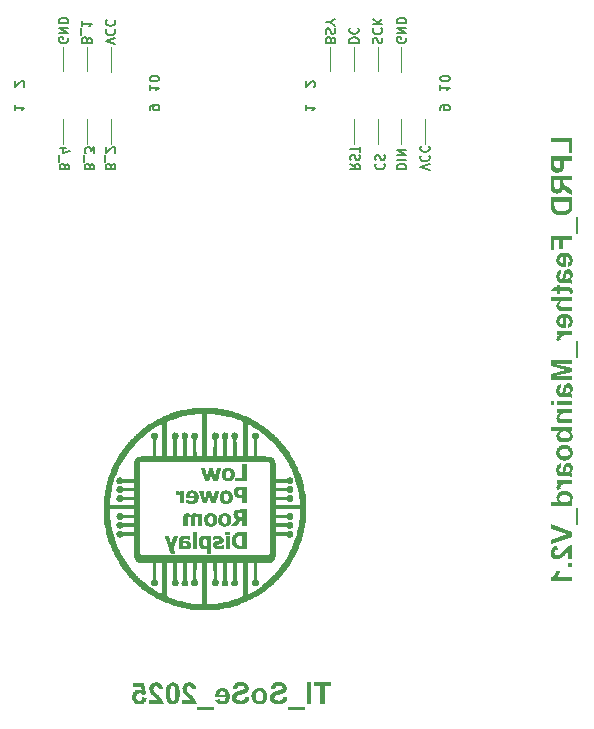
<source format=gbr>
%TF.GenerationSoftware,KiCad,Pcbnew,8.0.1-rc2*%
%TF.CreationDate,2025-04-21T15:53:20+02:00*%
%TF.ProjectId,feather_mainboard,66656174-6865-4725-9f6d-61696e626f61,1*%
%TF.SameCoordinates,Original*%
%TF.FileFunction,Legend,Bot*%
%TF.FilePolarity,Positive*%
%FSLAX46Y46*%
G04 Gerber Fmt 4.6, Leading zero omitted, Abs format (unit mm)*
G04 Created by KiCad (PCBNEW 8.0.1-rc2) date 2025-04-21 15:53:20*
%MOMM*%
%LPD*%
G01*
G04 APERTURE LIST*
%ADD10C,0.100000*%
%ADD11C,0.000000*%
%ADD12C,0.150000*%
%ADD13C,0.300000*%
%ADD14C,1.778000*%
%ADD15C,3.800000*%
%ADD16C,1.854000*%
%ADD17C,1.512000*%
%ADD18C,0.900000*%
%ADD19C,1.000000*%
G04 APERTURE END LIST*
D10*
X150300000Y-78650000D02*
X150300000Y-76550000D01*
X123700000Y-84800000D02*
X123700000Y-82700000D01*
D11*
G36*
X137915426Y-116622380D02*
G01*
X137913807Y-116659201D01*
X137910973Y-116695239D01*
X137906811Y-116730532D01*
X137901208Y-116765121D01*
X137894048Y-116799044D01*
X137885219Y-116832339D01*
X137874608Y-116865045D01*
X137862099Y-116897202D01*
X137847580Y-116928848D01*
X137830937Y-116960022D01*
X137812057Y-116990763D01*
X137790825Y-117021109D01*
X137767127Y-117051101D01*
X137740851Y-117080775D01*
X137712768Y-117097863D01*
X137684907Y-117112995D01*
X137657195Y-117126285D01*
X137629561Y-117137841D01*
X137601934Y-117147776D01*
X137574243Y-117156201D01*
X137546416Y-117163226D01*
X137518381Y-117168963D01*
X137490067Y-117173522D01*
X137461403Y-117177014D01*
X137432317Y-117179552D01*
X137402737Y-117181244D01*
X137372593Y-117182204D01*
X137341813Y-117182541D01*
X137278058Y-117181792D01*
X137253331Y-117180464D01*
X137228791Y-117177916D01*
X137204478Y-117174168D01*
X137180435Y-117169239D01*
X137156704Y-117163149D01*
X137133326Y-117155919D01*
X137110345Y-117147567D01*
X137087801Y-117138114D01*
X137065737Y-117127579D01*
X137044195Y-117115983D01*
X137023217Y-117103344D01*
X137002844Y-117089684D01*
X136983119Y-117075020D01*
X136964084Y-117059374D01*
X136945780Y-117042765D01*
X136928250Y-117025213D01*
X136905468Y-116993802D01*
X136885543Y-116961766D01*
X136868310Y-116929133D01*
X136853606Y-116895933D01*
X136841269Y-116862194D01*
X136831136Y-116827944D01*
X136823043Y-116793212D01*
X136816828Y-116758027D01*
X136812327Y-116722416D01*
X136809378Y-116686409D01*
X136807818Y-116650033D01*
X136807600Y-116626142D01*
X137156347Y-116626142D01*
X137156833Y-116653173D01*
X137158147Y-116680130D01*
X137160224Y-116706939D01*
X137162994Y-116733524D01*
X137166390Y-116759811D01*
X137170343Y-116785724D01*
X137174991Y-116797502D01*
X137180177Y-116808900D01*
X137185881Y-116819922D01*
X137192084Y-116830573D01*
X137198766Y-116840856D01*
X137205908Y-116850776D01*
X137213491Y-116860338D01*
X137221494Y-116869545D01*
X137229899Y-116878402D01*
X137238686Y-116886914D01*
X137247835Y-116895083D01*
X137257327Y-116902915D01*
X137267143Y-116910414D01*
X137277262Y-116917584D01*
X137287666Y-116924430D01*
X137298336Y-116930955D01*
X137307860Y-116932919D01*
X137316993Y-116934541D01*
X137325788Y-116935825D01*
X137334301Y-116936776D01*
X137342585Y-116937398D01*
X137350695Y-116937698D01*
X137358687Y-116937679D01*
X137366614Y-116937347D01*
X137374531Y-116936707D01*
X137382493Y-116935764D01*
X137390555Y-116934522D01*
X137398771Y-116932986D01*
X137407195Y-116931163D01*
X137415882Y-116929055D01*
X137434265Y-116924010D01*
X137447259Y-116916360D01*
X137459201Y-116908509D01*
X137470157Y-116900424D01*
X137480194Y-116892074D01*
X137489380Y-116883426D01*
X137497782Y-116874448D01*
X137505466Y-116865110D01*
X137512499Y-116855378D01*
X137518949Y-116845221D01*
X137524882Y-116834608D01*
X137530366Y-116823506D01*
X137535468Y-116811884D01*
X137540254Y-116799710D01*
X137544792Y-116786951D01*
X137549148Y-116773577D01*
X137553390Y-116759554D01*
X137558284Y-116730935D01*
X137562121Y-116702642D01*
X137564862Y-116674666D01*
X137566465Y-116647001D01*
X137566888Y-116619640D01*
X137566090Y-116592575D01*
X137564031Y-116565799D01*
X137560668Y-116539305D01*
X137555960Y-116513086D01*
X137549866Y-116487134D01*
X137542346Y-116461443D01*
X137533357Y-116436004D01*
X137522858Y-116410811D01*
X137510808Y-116385857D01*
X137497166Y-116361134D01*
X137481891Y-116336635D01*
X137454961Y-116323872D01*
X137443706Y-116318735D01*
X137433582Y-116314366D01*
X137424334Y-116310718D01*
X137415707Y-116307745D01*
X137407443Y-116305399D01*
X137399289Y-116303636D01*
X137390987Y-116302407D01*
X137382282Y-116301667D01*
X137372919Y-116301370D01*
X137362640Y-116301467D01*
X137351192Y-116301914D01*
X137338317Y-116302664D01*
X137307265Y-116304884D01*
X137298567Y-116307848D01*
X137290590Y-116310718D01*
X137283257Y-116313542D01*
X137276493Y-116316369D01*
X137270221Y-116319248D01*
X137264366Y-116322229D01*
X137258852Y-116325360D01*
X137253602Y-116328690D01*
X137248541Y-116332269D01*
X137243593Y-116336144D01*
X137238682Y-116340366D01*
X137233731Y-116344983D01*
X137228665Y-116350045D01*
X137223408Y-116355599D01*
X137217883Y-116361696D01*
X137212016Y-116368384D01*
X137200480Y-116392005D01*
X137190451Y-116416306D01*
X137181862Y-116441210D01*
X137174644Y-116466644D01*
X137168731Y-116492531D01*
X137164053Y-116518798D01*
X137160544Y-116545367D01*
X137158135Y-116572164D01*
X137156758Y-116599115D01*
X137156347Y-116626142D01*
X136807600Y-116626142D01*
X136807483Y-116613319D01*
X136808211Y-116576293D01*
X136809838Y-116538985D01*
X136815140Y-116463635D01*
X136820166Y-116441931D01*
X136825978Y-116420426D01*
X136832576Y-116399158D01*
X136839960Y-116378166D01*
X136848130Y-116357489D01*
X136857085Y-116337167D01*
X136866825Y-116317239D01*
X136877349Y-116297742D01*
X136888659Y-116278717D01*
X136900752Y-116260202D01*
X136913630Y-116242236D01*
X136927291Y-116224859D01*
X136941735Y-116208108D01*
X136956962Y-116192024D01*
X136972973Y-116176645D01*
X136989765Y-116162010D01*
X137010334Y-116146555D01*
X137031577Y-116132158D01*
X137053449Y-116118815D01*
X137075902Y-116106524D01*
X137098890Y-116095283D01*
X137122367Y-116085087D01*
X137146286Y-116075935D01*
X137170600Y-116067823D01*
X137220229Y-116054710D01*
X137270881Y-116045725D01*
X137322184Y-116040844D01*
X137373766Y-116040046D01*
X137425254Y-116043307D01*
X137476275Y-116050605D01*
X137526459Y-116061916D01*
X137575431Y-116077219D01*
X137622820Y-116096490D01*
X137645805Y-116107606D01*
X137668254Y-116119706D01*
X137690121Y-116132787D01*
X137711360Y-116146845D01*
X137731923Y-116161879D01*
X137751765Y-116177884D01*
X137769871Y-116197075D01*
X137786975Y-116216852D01*
X137803067Y-116237197D01*
X137818136Y-116258095D01*
X137832172Y-116279531D01*
X137845164Y-116301488D01*
X137857104Y-116323950D01*
X137867980Y-116346902D01*
X137877782Y-116370327D01*
X137886500Y-116394211D01*
X137894124Y-116418536D01*
X137900644Y-116443287D01*
X137906050Y-116468448D01*
X137910330Y-116494004D01*
X137913476Y-116519938D01*
X137915476Y-116546234D01*
X137915945Y-116584737D01*
X137915464Y-116619640D01*
X137915426Y-116622380D01*
G37*
G36*
X136726835Y-116616432D02*
G01*
X136726784Y-116643526D01*
X136725902Y-116670479D01*
X136724158Y-116697266D01*
X136721521Y-116723864D01*
X136717959Y-116750246D01*
X136713441Y-116776389D01*
X136707936Y-116802268D01*
X136701412Y-116827859D01*
X136693838Y-116853137D01*
X136685181Y-116878077D01*
X136675412Y-116902656D01*
X136664498Y-116926847D01*
X136652407Y-116950628D01*
X136639109Y-116973974D01*
X136624573Y-116996859D01*
X136608765Y-117019259D01*
X136592690Y-117036758D01*
X136576022Y-117053292D01*
X136558776Y-117068855D01*
X136540963Y-117083445D01*
X136522595Y-117097057D01*
X136503684Y-117109687D01*
X136484243Y-117121332D01*
X136464284Y-117131987D01*
X136443819Y-117141648D01*
X136422860Y-117150311D01*
X136401419Y-117157972D01*
X136379510Y-117164628D01*
X136357143Y-117170273D01*
X136334331Y-117174905D01*
X136311086Y-117178518D01*
X136287421Y-117181110D01*
X136215353Y-117183640D01*
X136180202Y-117183929D01*
X136145613Y-117183355D01*
X136111568Y-117181757D01*
X136078047Y-117178977D01*
X136045031Y-117174854D01*
X136012499Y-117169230D01*
X135980434Y-117161944D01*
X135948814Y-117152836D01*
X135917622Y-117141748D01*
X135886838Y-117128520D01*
X135856442Y-117112992D01*
X135826415Y-117095003D01*
X135796738Y-117074396D01*
X135767390Y-117051010D01*
X135742984Y-117021484D01*
X135721171Y-116991325D01*
X135701830Y-116960551D01*
X135684844Y-116929179D01*
X135670091Y-116897223D01*
X135657453Y-116864702D01*
X135646810Y-116831633D01*
X135638043Y-116798030D01*
X135631032Y-116763912D01*
X135625657Y-116729295D01*
X135621800Y-116694195D01*
X135619340Y-116658630D01*
X135618159Y-116622615D01*
X135618155Y-116615731D01*
X135969023Y-116615731D01*
X135969157Y-116639666D01*
X135970058Y-116663667D01*
X135971673Y-116687713D01*
X135973949Y-116711785D01*
X135976835Y-116735863D01*
X135980277Y-116759927D01*
X135983973Y-116773388D01*
X135988117Y-116786266D01*
X135992717Y-116798593D01*
X135997780Y-116810399D01*
X136003316Y-116821717D01*
X136009333Y-116832579D01*
X136015840Y-116843015D01*
X136022843Y-116853057D01*
X136030353Y-116862738D01*
X136038377Y-116872088D01*
X136046924Y-116881139D01*
X136056001Y-116889923D01*
X136065618Y-116898471D01*
X136075783Y-116906815D01*
X136086503Y-116914987D01*
X136097789Y-116923017D01*
X136109192Y-116926648D01*
X136120059Y-116929750D01*
X136130467Y-116932335D01*
X136140494Y-116934414D01*
X136150218Y-116935997D01*
X136159718Y-116937097D01*
X136169071Y-116937726D01*
X136178355Y-116937893D01*
X136187648Y-116937611D01*
X136197029Y-116936891D01*
X136206575Y-116935745D01*
X136216364Y-116934183D01*
X136226475Y-116932217D01*
X136236985Y-116929859D01*
X136247973Y-116927119D01*
X136259516Y-116924010D01*
X136271548Y-116915109D01*
X136282726Y-116905739D01*
X136293086Y-116895914D01*
X136302668Y-116885650D01*
X136311508Y-116874960D01*
X136319645Y-116863860D01*
X136327116Y-116852364D01*
X136333960Y-116840487D01*
X136340213Y-116828243D01*
X136345914Y-116815648D01*
X136351101Y-116802716D01*
X136355811Y-116789461D01*
X136360082Y-116775898D01*
X136363952Y-116762042D01*
X136367459Y-116747908D01*
X136370640Y-116733509D01*
X136374762Y-116683336D01*
X136376287Y-116658341D01*
X136377300Y-116633445D01*
X136377684Y-116608675D01*
X136377323Y-116584059D01*
X136376101Y-116559625D01*
X136373901Y-116535401D01*
X136370608Y-116511414D01*
X136366103Y-116487694D01*
X136360272Y-116464267D01*
X136352998Y-116441161D01*
X136344164Y-116418405D01*
X136333654Y-116396025D01*
X136321351Y-116374051D01*
X136307140Y-116352510D01*
X136295967Y-116343082D01*
X136284935Y-116334839D01*
X136273995Y-116327713D01*
X136263094Y-116321633D01*
X136252181Y-116316530D01*
X136241205Y-116312334D01*
X136230114Y-116308974D01*
X136218857Y-116306382D01*
X136207382Y-116304487D01*
X136195638Y-116303220D01*
X136183573Y-116302510D01*
X136171136Y-116302288D01*
X136158276Y-116302485D01*
X136144941Y-116303029D01*
X136116640Y-116304884D01*
X136108842Y-116308899D01*
X136101500Y-116312917D01*
X136094569Y-116316967D01*
X136088004Y-116321073D01*
X136081761Y-116325261D01*
X136075793Y-116329559D01*
X136070057Y-116333991D01*
X136064506Y-116338585D01*
X136059097Y-116343365D01*
X136053783Y-116348359D01*
X136048520Y-116353592D01*
X136043263Y-116359090D01*
X136037966Y-116364880D01*
X136032585Y-116370988D01*
X136021391Y-116384260D01*
X136010972Y-116406467D01*
X136001844Y-116428936D01*
X135993956Y-116451647D01*
X135987255Y-116474579D01*
X135981687Y-116497713D01*
X135977201Y-116521030D01*
X135973744Y-116544509D01*
X135971264Y-116568133D01*
X135969707Y-116591880D01*
X135969023Y-116615731D01*
X135618155Y-116615731D01*
X135618136Y-116586168D01*
X135619153Y-116549305D01*
X135621089Y-116512042D01*
X135624833Y-116482611D01*
X135629744Y-116454347D01*
X135635827Y-116427183D01*
X135643092Y-116401050D01*
X135651544Y-116375881D01*
X135661190Y-116351607D01*
X135672039Y-116328161D01*
X135684097Y-116305474D01*
X135697370Y-116283478D01*
X135711868Y-116262106D01*
X135727595Y-116241290D01*
X135744560Y-116220961D01*
X135762770Y-116201051D01*
X135782231Y-116181492D01*
X135802951Y-116162218D01*
X135824938Y-116143158D01*
X135845823Y-116129049D01*
X135867336Y-116115996D01*
X135889429Y-116103994D01*
X135912058Y-116093039D01*
X135935174Y-116083124D01*
X135958733Y-116074245D01*
X135982689Y-116066396D01*
X136006995Y-116059571D01*
X136056474Y-116048975D01*
X136106801Y-116042413D01*
X136157608Y-116039844D01*
X136208527Y-116041223D01*
X136259188Y-116046508D01*
X136309224Y-116055658D01*
X136358265Y-116068628D01*
X136405943Y-116085376D01*
X136451889Y-116105859D01*
X136474097Y-116117488D01*
X136495735Y-116130035D01*
X136516755Y-116143495D01*
X136537111Y-116157861D01*
X136556759Y-116173130D01*
X136575651Y-116189294D01*
X136595184Y-116210521D01*
X136613118Y-116231966D01*
X136629507Y-116253668D01*
X136644404Y-116275665D01*
X136657864Y-116297996D01*
X136669941Y-116320698D01*
X136680687Y-116343809D01*
X136690157Y-116367368D01*
X136698405Y-116391413D01*
X136705485Y-116415982D01*
X136711450Y-116441113D01*
X136716353Y-116466845D01*
X136720250Y-116493215D01*
X136723194Y-116520262D01*
X136725238Y-116548024D01*
X136726436Y-116576539D01*
X136726758Y-116608675D01*
X136726835Y-116616432D01*
G37*
D10*
X146300000Y-78650000D02*
X146300000Y-76550000D01*
D11*
G36*
X134502215Y-118743359D02*
G01*
X134502864Y-118762003D01*
X134502858Y-118780629D01*
X134502137Y-118799195D01*
X134500643Y-118817655D01*
X134498316Y-118835964D01*
X134495099Y-118854076D01*
X134490932Y-118871949D01*
X134485757Y-118889536D01*
X134479515Y-118906792D01*
X134472147Y-118923673D01*
X134463594Y-118940134D01*
X134442563Y-118968561D01*
X134432026Y-118981949D01*
X134421380Y-118994766D01*
X134410553Y-119007000D01*
X134399476Y-119018635D01*
X134388077Y-119029657D01*
X134376284Y-119040051D01*
X134364028Y-119049803D01*
X134351236Y-119058899D01*
X134337837Y-119067325D01*
X134323762Y-119075065D01*
X134308938Y-119082105D01*
X134293295Y-119088431D01*
X134276761Y-119094029D01*
X134259266Y-119098884D01*
X134208861Y-119102676D01*
X134184473Y-119103845D01*
X134160575Y-119104395D01*
X134137124Y-119104222D01*
X134114082Y-119103224D01*
X134091406Y-119101301D01*
X134069056Y-119098349D01*
X134046991Y-119094266D01*
X134025172Y-119088951D01*
X134003557Y-119082301D01*
X133982105Y-119074215D01*
X133960775Y-119064590D01*
X133939528Y-119053324D01*
X133918322Y-119040316D01*
X133897117Y-119025463D01*
X133846516Y-118987759D01*
X133830641Y-119067135D01*
X133497265Y-119067135D01*
X133495715Y-118777571D01*
X133495442Y-118703252D01*
X133829499Y-118703252D01*
X133829586Y-118729301D01*
X133829952Y-118755347D01*
X133830641Y-118781385D01*
X133837590Y-118788124D01*
X133844671Y-118794584D01*
X133851885Y-118800774D01*
X133859230Y-118806701D01*
X133866708Y-118812377D01*
X133874318Y-118817809D01*
X133882060Y-118823007D01*
X133889933Y-118827981D01*
X133897937Y-118832738D01*
X133906073Y-118837288D01*
X133914341Y-118841641D01*
X133922739Y-118845806D01*
X133931268Y-118849790D01*
X133939929Y-118853605D01*
X133948719Y-118857258D01*
X133957641Y-118860759D01*
X133970074Y-118861596D01*
X133982257Y-118862163D01*
X133994201Y-118862419D01*
X134005919Y-118862321D01*
X134017423Y-118861827D01*
X134028725Y-118860894D01*
X134039837Y-118859480D01*
X134050770Y-118857543D01*
X134061537Y-118855039D01*
X134072150Y-118851927D01*
X134082620Y-118848163D01*
X134092961Y-118843707D01*
X134103182Y-118838514D01*
X134113298Y-118832543D01*
X134123319Y-118825751D01*
X134133257Y-118818096D01*
X134136620Y-118809430D01*
X134139584Y-118801008D01*
X134142165Y-118792788D01*
X134144378Y-118784732D01*
X134146240Y-118776799D01*
X134147767Y-118768949D01*
X134148975Y-118761140D01*
X134149881Y-118753334D01*
X134150499Y-118745490D01*
X134150846Y-118737567D01*
X134150939Y-118729526D01*
X134150792Y-118721326D01*
X134150423Y-118712927D01*
X134149847Y-118704289D01*
X134148140Y-118686134D01*
X134139120Y-118677330D01*
X134130141Y-118669013D01*
X134121167Y-118661168D01*
X134112159Y-118653779D01*
X134103083Y-118646831D01*
X134093900Y-118640310D01*
X134084574Y-118634199D01*
X134075069Y-118628483D01*
X134065348Y-118623148D01*
X134055373Y-118618177D01*
X134045108Y-118613556D01*
X134034517Y-118609270D01*
X134023562Y-118605303D01*
X134012207Y-118601639D01*
X134000415Y-118598264D01*
X133988150Y-118595163D01*
X133937797Y-118587908D01*
X133884415Y-118579472D01*
X133870984Y-118577694D01*
X133857538Y-118576280D01*
X133844087Y-118575346D01*
X133837363Y-118575096D01*
X133830641Y-118575009D01*
X133830082Y-118619596D01*
X133829648Y-118677205D01*
X133829499Y-118703252D01*
X133495442Y-118703252D01*
X133495281Y-118659345D01*
X133494301Y-118485148D01*
X133494165Y-118429964D01*
X133493669Y-118376487D01*
X133493661Y-118326424D01*
X133493448Y-118282518D01*
X133494461Y-118273152D01*
X133495729Y-118263982D01*
X133497247Y-118255001D01*
X133499011Y-118246204D01*
X133501016Y-118237584D01*
X133503259Y-118229135D01*
X133505734Y-118220851D01*
X133508437Y-118212726D01*
X133514510Y-118196926D01*
X133521443Y-118181686D01*
X133529200Y-118166956D01*
X133537744Y-118152687D01*
X133547042Y-118138828D01*
X133557057Y-118125331D01*
X133567754Y-118112145D01*
X133579097Y-118099221D01*
X133591050Y-118086509D01*
X133603579Y-118073960D01*
X133616647Y-118061523D01*
X133630219Y-118049150D01*
X133651518Y-118036729D01*
X133673264Y-118025420D01*
X133695430Y-118015185D01*
X133717989Y-118005988D01*
X133764185Y-117990557D01*
X133811638Y-117978831D01*
X133860138Y-117970514D01*
X133909472Y-117965311D01*
X133959429Y-117962925D01*
X134009797Y-117963060D01*
X134060364Y-117965420D01*
X134110919Y-117969710D01*
X134161251Y-117975633D01*
X134211147Y-117982892D01*
X134308785Y-118000240D01*
X134402140Y-118019384D01*
X134402140Y-118305135D01*
X134391579Y-118305108D01*
X134383136Y-118304918D01*
X134379440Y-118304711D01*
X134375951Y-118304402D01*
X134372562Y-118303971D01*
X134369166Y-118303398D01*
X134365655Y-118302662D01*
X134361921Y-118301743D01*
X134357858Y-118300621D01*
X134353359Y-118299274D01*
X134342619Y-118295829D01*
X134328842Y-118291243D01*
X134302459Y-118282436D01*
X134276481Y-118274401D01*
X134250841Y-118267153D01*
X134225469Y-118260709D01*
X134200297Y-118255083D01*
X134175257Y-118250290D01*
X134150279Y-118246346D01*
X134125294Y-118243266D01*
X134100235Y-118241065D01*
X134075033Y-118239759D01*
X134049619Y-118239362D01*
X134023923Y-118239890D01*
X133997879Y-118241358D01*
X133971416Y-118243782D01*
X133944466Y-118247176D01*
X133916961Y-118251556D01*
X133907679Y-118257094D01*
X133899235Y-118262754D01*
X133891562Y-118268560D01*
X133884589Y-118274537D01*
X133878249Y-118280709D01*
X133872474Y-118287103D01*
X133867194Y-118293742D01*
X133862340Y-118300652D01*
X133857845Y-118307856D01*
X133853639Y-118315381D01*
X133849654Y-118323250D01*
X133845822Y-118331489D01*
X133842073Y-118340122D01*
X133838338Y-118349174D01*
X133830641Y-118368635D01*
X133891180Y-118368255D01*
X133953913Y-118369523D01*
X134017883Y-118373087D01*
X134050032Y-118375932D01*
X134082132Y-118379594D01*
X134114061Y-118384154D01*
X134145702Y-118389692D01*
X134176933Y-118396290D01*
X134207636Y-118404029D01*
X134237690Y-118412989D01*
X134266977Y-118423252D01*
X134295375Y-118434898D01*
X134322766Y-118448009D01*
X134337546Y-118458022D01*
X134351836Y-118468173D01*
X134365621Y-118478510D01*
X134378882Y-118489080D01*
X134391605Y-118499930D01*
X134403771Y-118511110D01*
X134415364Y-118522666D01*
X134426368Y-118534646D01*
X134436767Y-118547097D01*
X134446542Y-118560068D01*
X134455679Y-118573606D01*
X134464159Y-118587758D01*
X134471967Y-118602573D01*
X134479086Y-118618098D01*
X134485499Y-118634381D01*
X134491189Y-118651470D01*
X134494236Y-118669521D01*
X134496920Y-118687781D01*
X134499184Y-118706204D01*
X134500969Y-118724745D01*
X134501289Y-118729526D01*
X134502215Y-118743359D01*
G37*
G36*
X137783515Y-117876510D02*
G01*
X137418391Y-117876510D01*
X137418391Y-117606634D01*
X137783515Y-117606634D01*
X137783515Y-117876510D01*
G37*
D10*
X148300000Y-78650000D02*
X148300000Y-76550000D01*
D11*
G36*
X138210769Y-112819602D02*
G01*
X138208476Y-112852981D01*
X138204842Y-112885869D01*
X138199786Y-112918278D01*
X138193229Y-112950219D01*
X138185091Y-112981706D01*
X138175294Y-113012750D01*
X138163757Y-113043363D01*
X138150402Y-113073559D01*
X138135148Y-113103349D01*
X138117917Y-113132746D01*
X138098628Y-113161761D01*
X138077203Y-113190408D01*
X138056669Y-113210545D01*
X138035874Y-113228976D01*
X138014781Y-113245768D01*
X137993352Y-113260986D01*
X137971550Y-113274695D01*
X137949340Y-113286963D01*
X137926683Y-113297854D01*
X137903543Y-113307434D01*
X137879883Y-113315769D01*
X137855666Y-113322925D01*
X137830855Y-113328967D01*
X137805414Y-113333962D01*
X137779305Y-113337974D01*
X137752491Y-113341069D01*
X137724936Y-113343314D01*
X137696602Y-113344775D01*
X137664641Y-113344823D01*
X137633353Y-113344251D01*
X137602714Y-113342938D01*
X137572698Y-113340767D01*
X137543281Y-113337616D01*
X137514437Y-113333367D01*
X137486143Y-113327901D01*
X137458374Y-113321096D01*
X137431105Y-113312835D01*
X137404310Y-113302997D01*
X137377966Y-113291464D01*
X137352048Y-113278115D01*
X137326531Y-113262831D01*
X137301390Y-113245493D01*
X137276600Y-113225981D01*
X137252137Y-113204175D01*
X137230653Y-113179143D01*
X137210930Y-113153297D01*
X137192927Y-113126680D01*
X137176602Y-113099333D01*
X137161913Y-113071298D01*
X137148819Y-113042619D01*
X137137278Y-113013338D01*
X137127249Y-112983496D01*
X137118689Y-112953136D01*
X137111557Y-112922300D01*
X137105812Y-112891030D01*
X137101412Y-112859370D01*
X137098314Y-112827360D01*
X137096479Y-112795044D01*
X137096116Y-112775844D01*
X137448885Y-112775844D01*
X137449106Y-112802737D01*
X137450429Y-112829589D01*
X137452859Y-112856350D01*
X137456405Y-112882969D01*
X137461074Y-112909396D01*
X137466873Y-112935578D01*
X137473809Y-112961467D01*
X137481891Y-112987010D01*
X137487877Y-112997696D01*
X137493853Y-113007597D01*
X137499871Y-113016760D01*
X137505984Y-113025233D01*
X137512245Y-113033063D01*
X137518706Y-113040296D01*
X137525420Y-113046980D01*
X137532440Y-113053161D01*
X137539817Y-113058888D01*
X137547606Y-113064207D01*
X137555858Y-113069166D01*
X137564626Y-113073811D01*
X137573963Y-113078189D01*
X137583922Y-113082348D01*
X137594554Y-113086335D01*
X137605914Y-113090197D01*
X137619034Y-113092437D01*
X137631578Y-113094055D01*
X137643610Y-113095048D01*
X137655197Y-113095415D01*
X137666406Y-113095155D01*
X137677301Y-113094267D01*
X137687948Y-113092749D01*
X137698414Y-113090600D01*
X137708765Y-113087818D01*
X137719065Y-113084402D01*
X137729382Y-113080350D01*
X137739781Y-113075661D01*
X137750328Y-113070334D01*
X137761089Y-113064368D01*
X137772129Y-113057760D01*
X137783515Y-113050510D01*
X137792875Y-113036905D01*
X137801498Y-113023274D01*
X137809403Y-113009593D01*
X137816611Y-112995840D01*
X137823140Y-112981992D01*
X137829009Y-112968027D01*
X137834239Y-112953922D01*
X137838848Y-112939655D01*
X137842855Y-112925204D01*
X137846281Y-112910544D01*
X137849144Y-112895655D01*
X137851463Y-112880514D01*
X137853259Y-112865098D01*
X137854551Y-112849384D01*
X137855357Y-112833350D01*
X137855697Y-112816974D01*
X137854953Y-112780634D01*
X137855141Y-112761478D01*
X137854883Y-112742861D01*
X137854141Y-112724732D01*
X137852880Y-112707042D01*
X137851060Y-112689740D01*
X137848645Y-112672777D01*
X137845597Y-112656102D01*
X137841879Y-112639666D01*
X137837453Y-112623419D01*
X137832282Y-112607310D01*
X137826329Y-112591289D01*
X137819555Y-112575306D01*
X137811925Y-112559312D01*
X137803400Y-112543257D01*
X137793942Y-112527089D01*
X137783515Y-112510760D01*
X137772282Y-112501508D01*
X137761202Y-112493311D01*
X137750222Y-112486124D01*
X137739291Y-112479899D01*
X137728357Y-112474589D01*
X137717368Y-112470147D01*
X137706271Y-112466526D01*
X137695016Y-112463680D01*
X137683550Y-112461560D01*
X137671821Y-112460121D01*
X137659777Y-112459314D01*
X137647366Y-112459094D01*
X137634536Y-112459413D01*
X137621236Y-112460224D01*
X137607413Y-112461480D01*
X137593015Y-112463135D01*
X137584207Y-112468489D01*
X137575874Y-112473862D01*
X137567975Y-112479279D01*
X137560469Y-112484765D01*
X137553314Y-112490347D01*
X137546468Y-112496049D01*
X137539890Y-112501898D01*
X137533537Y-112507918D01*
X137527369Y-112514136D01*
X137521344Y-112520576D01*
X137515420Y-112527265D01*
X137509555Y-112534228D01*
X137503708Y-112541490D01*
X137497838Y-112549078D01*
X137485859Y-112565330D01*
X137477539Y-112590720D01*
X137470261Y-112616476D01*
X137464032Y-112642546D01*
X137458859Y-112668881D01*
X137454751Y-112695429D01*
X137451715Y-112722139D01*
X137449757Y-112748961D01*
X137448885Y-112775844D01*
X137096116Y-112775844D01*
X137095863Y-112762464D01*
X137096426Y-112729661D01*
X137099716Y-112700354D01*
X137103694Y-112671435D01*
X137108437Y-112642933D01*
X137114027Y-112614877D01*
X137120543Y-112587298D01*
X137128065Y-112560224D01*
X137136671Y-112533685D01*
X137146443Y-112507710D01*
X137157460Y-112482328D01*
X137169802Y-112457569D01*
X137183548Y-112433461D01*
X137198778Y-112410036D01*
X137215572Y-112387320D01*
X137234010Y-112365345D01*
X137254171Y-112344139D01*
X137276135Y-112323732D01*
X137299315Y-112307796D01*
X137323098Y-112292949D01*
X137347439Y-112279196D01*
X137372293Y-112266540D01*
X137397614Y-112254986D01*
X137423356Y-112244537D01*
X137449474Y-112235198D01*
X137475922Y-112226972D01*
X137502655Y-112219863D01*
X137529627Y-112213876D01*
X137584104Y-112205281D01*
X137638989Y-112201218D01*
X137666471Y-112200896D01*
X137693917Y-112201720D01*
X137721284Y-112203692D01*
X137748524Y-112206817D01*
X137775592Y-112211099D01*
X137802443Y-112216542D01*
X137829031Y-112223150D01*
X137855310Y-112230926D01*
X137881236Y-112239875D01*
X137906761Y-112250000D01*
X137931841Y-112261307D01*
X137956429Y-112273797D01*
X137980481Y-112287476D01*
X138003951Y-112302348D01*
X138026793Y-112318416D01*
X138048961Y-112335684D01*
X138070409Y-112354157D01*
X138091093Y-112373838D01*
X138116890Y-112415510D01*
X138126473Y-112431287D01*
X138135419Y-112447058D01*
X138143753Y-112462847D01*
X138151502Y-112478678D01*
X138158691Y-112494577D01*
X138165345Y-112510568D01*
X138171490Y-112526674D01*
X138177152Y-112542922D01*
X138182355Y-112559335D01*
X138187127Y-112575938D01*
X138191492Y-112592756D01*
X138195475Y-112609812D01*
X138199103Y-112627132D01*
X138202402Y-112644741D01*
X138208110Y-112680920D01*
X138210390Y-112716389D01*
X138211646Y-112751318D01*
X138211799Y-112785718D01*
X138210849Y-112816974D01*
X138210769Y-112819602D01*
G37*
G36*
X134842841Y-116050862D02*
G01*
X134867366Y-116053035D01*
X134891660Y-116056858D01*
X134915615Y-116062355D01*
X134939123Y-116069552D01*
X134962076Y-116078474D01*
X134984368Y-116089146D01*
X135026226Y-116115376D01*
X135068705Y-116141732D01*
X135100640Y-116162010D01*
X135116515Y-116082634D01*
X135465765Y-116082634D01*
X135465765Y-117146259D01*
X135116515Y-117146259D01*
X135100640Y-116400135D01*
X135081658Y-116389124D01*
X135073813Y-116384661D01*
X135066867Y-116380824D01*
X135060676Y-116377561D01*
X135055091Y-116374821D01*
X135049965Y-116372551D01*
X135045152Y-116370699D01*
X135040504Y-116369214D01*
X135035874Y-116368043D01*
X135031116Y-116367136D01*
X135026081Y-116366439D01*
X135020624Y-116365902D01*
X135014596Y-116365472D01*
X135000243Y-116364726D01*
X134962726Y-116365408D01*
X134941005Y-116365344D01*
X134933302Y-116365426D01*
X134926634Y-116365632D01*
X134920198Y-116365996D01*
X134913193Y-116366553D01*
X134894266Y-116368384D01*
X134876535Y-116405133D01*
X134869362Y-116420495D01*
X134863212Y-116434315D01*
X134858006Y-116446942D01*
X134853667Y-116458727D01*
X134850116Y-116470020D01*
X134847273Y-116481169D01*
X134845060Y-116492526D01*
X134843400Y-116504440D01*
X134842212Y-116517261D01*
X134841419Y-116531338D01*
X134840943Y-116547022D01*
X134840703Y-116564662D01*
X134840623Y-116607211D01*
X134840067Y-116648615D01*
X134837463Y-116781851D01*
X134835804Y-116874280D01*
X134833122Y-117007788D01*
X134830766Y-117146259D01*
X134481516Y-117146259D01*
X134478198Y-116882586D01*
X134476554Y-116775181D01*
X134475716Y-116695838D01*
X134474627Y-116616500D01*
X134473764Y-116566450D01*
X134473457Y-116517490D01*
X134472504Y-116472231D01*
X134472714Y-116459333D01*
X134472779Y-116449235D01*
X134472733Y-116444973D01*
X134472620Y-116441093D01*
X134472431Y-116437491D01*
X134472156Y-116434060D01*
X134471784Y-116430696D01*
X134471306Y-116427293D01*
X134470712Y-116423745D01*
X134469991Y-116419946D01*
X134468129Y-116411175D01*
X134465640Y-116400135D01*
X134451167Y-116388696D01*
X134445144Y-116384068D01*
X134439761Y-116380098D01*
X134434889Y-116376736D01*
X134430402Y-116373932D01*
X134426172Y-116371633D01*
X134424113Y-116370657D01*
X134422071Y-116369789D01*
X134420030Y-116369022D01*
X134417973Y-116368349D01*
X134415885Y-116367764D01*
X134413749Y-116367261D01*
X134409272Y-116366475D01*
X134404416Y-116365940D01*
X134399051Y-116365604D01*
X134393052Y-116365417D01*
X134378638Y-116365284D01*
X134335664Y-116366400D01*
X134297461Y-116367261D01*
X134259266Y-116368384D01*
X134252414Y-116380640D01*
X134246224Y-116392450D01*
X134243377Y-116398258D01*
X134240696Y-116404040D01*
X134238182Y-116409824D01*
X134235835Y-116415638D01*
X134233654Y-116421510D01*
X134231641Y-116427470D01*
X134229796Y-116433545D01*
X134228119Y-116439763D01*
X134226610Y-116446154D01*
X134225269Y-116452745D01*
X134224098Y-116459565D01*
X134223095Y-116466641D01*
X134222453Y-116504671D01*
X134221499Y-116547997D01*
X134220942Y-116594356D01*
X134218338Y-116741889D01*
X134216679Y-116844534D01*
X134213997Y-116992223D01*
X134211640Y-117146259D01*
X133862390Y-117146259D01*
X133861616Y-116855921D01*
X133861399Y-116737478D01*
X133860908Y-116562790D01*
X133860840Y-116507539D01*
X133860592Y-116453814D01*
X133860589Y-116403747D01*
X133860791Y-116385661D01*
X133861499Y-116368340D01*
X133862733Y-116351700D01*
X133864509Y-116335662D01*
X133866847Y-116320143D01*
X133869766Y-116305062D01*
X133873282Y-116290339D01*
X133877415Y-116275890D01*
X133882183Y-116261636D01*
X133887605Y-116247495D01*
X133893698Y-116233385D01*
X133900481Y-116219225D01*
X133907973Y-116204934D01*
X133916191Y-116190430D01*
X133925155Y-116175632D01*
X133934883Y-116160459D01*
X133943127Y-116149856D01*
X133951394Y-116139918D01*
X133959729Y-116130624D01*
X133968173Y-116121952D01*
X133976771Y-116113880D01*
X133985565Y-116106385D01*
X133994600Y-116099447D01*
X134003918Y-116093042D01*
X134013564Y-116087149D01*
X134023580Y-116081746D01*
X134034009Y-116076811D01*
X134044896Y-116072322D01*
X134056283Y-116068258D01*
X134068214Y-116064595D01*
X134080732Y-116061312D01*
X134093880Y-116058388D01*
X134117341Y-116055896D01*
X134140131Y-116054242D01*
X134162310Y-116053455D01*
X134183937Y-116053566D01*
X134205070Y-116054607D01*
X134225769Y-116056608D01*
X134246091Y-116059600D01*
X134266096Y-116063614D01*
X134285843Y-116068681D01*
X134305390Y-116074831D01*
X134324796Y-116082095D01*
X134344119Y-116090505D01*
X134363420Y-116100091D01*
X134382755Y-116110884D01*
X134402185Y-116122914D01*
X134421767Y-116136213D01*
X134448774Y-116156056D01*
X134503778Y-116195372D01*
X134545016Y-116225510D01*
X134545140Y-116211311D01*
X134545434Y-116205302D01*
X134546008Y-116199804D01*
X134546954Y-116194654D01*
X134548364Y-116189688D01*
X134550333Y-116184744D01*
X134552953Y-116179660D01*
X134556317Y-116174272D01*
X134560519Y-116168418D01*
X134565650Y-116161935D01*
X134571805Y-116154660D01*
X134579076Y-116146430D01*
X134587556Y-116137083D01*
X134608516Y-116114385D01*
X134629440Y-116101432D01*
X134651209Y-116089879D01*
X134673715Y-116079752D01*
X134696849Y-116071075D01*
X134720505Y-116063873D01*
X134744575Y-116058171D01*
X134768951Y-116053994D01*
X134793525Y-116051367D01*
X134818191Y-116050315D01*
X134842841Y-116050862D01*
G37*
D10*
X148300000Y-84800000D02*
X148300000Y-82700000D01*
D11*
G36*
X139212265Y-119067135D02*
G01*
X139146154Y-119068047D01*
X139079056Y-119070384D01*
X138942859Y-119076929D01*
X138805593Y-119081964D01*
X138737160Y-119082413D01*
X138669180Y-119080684D01*
X138601894Y-119076175D01*
X138535541Y-119068285D01*
X138470361Y-119056414D01*
X138406595Y-119039962D01*
X138375317Y-119029829D01*
X138344483Y-119018327D01*
X138314122Y-119005378D01*
X138284264Y-118990909D01*
X138254940Y-118974843D01*
X138226179Y-118957107D01*
X138198012Y-118937625D01*
X138170468Y-118916322D01*
X138142408Y-118888283D01*
X138116297Y-118859235D01*
X138092103Y-118829213D01*
X138069794Y-118798254D01*
X138049337Y-118766393D01*
X138030700Y-118733667D01*
X138013851Y-118700110D01*
X137998757Y-118665759D01*
X137985385Y-118630649D01*
X137973704Y-118594817D01*
X137963682Y-118558298D01*
X137955284Y-118521127D01*
X137948480Y-118483341D01*
X137943237Y-118444976D01*
X137939523Y-118406067D01*
X137937305Y-118366650D01*
X137940684Y-118331923D01*
X138319854Y-118331923D01*
X138319911Y-118359443D01*
X138320854Y-118386634D01*
X138322732Y-118413481D01*
X138325593Y-118439970D01*
X138329486Y-118466087D01*
X138334459Y-118491818D01*
X138340561Y-118517150D01*
X138347839Y-118542068D01*
X138356342Y-118566558D01*
X138366119Y-118590606D01*
X138377218Y-118614198D01*
X138389687Y-118637320D01*
X138403575Y-118659959D01*
X138418930Y-118682099D01*
X138435800Y-118703727D01*
X138454234Y-118724830D01*
X138514633Y-118749317D01*
X138562598Y-118767697D01*
X138583358Y-118774863D01*
X138602735Y-118780819D01*
X138621307Y-118785673D01*
X138639648Y-118789531D01*
X138658333Y-118792499D01*
X138677940Y-118794683D01*
X138699042Y-118796188D01*
X138722216Y-118797122D01*
X138777082Y-118797698D01*
X138847140Y-118797259D01*
X138847140Y-117940010D01*
X138733243Y-117939084D01*
X138707500Y-117939330D01*
X138682587Y-117940135D01*
X138658373Y-117941683D01*
X138634727Y-117944157D01*
X138611518Y-117947742D01*
X138588615Y-117952621D01*
X138565885Y-117958979D01*
X138543199Y-117966999D01*
X138520426Y-117976866D01*
X138497433Y-117988763D01*
X138474090Y-118002874D01*
X138450265Y-118019384D01*
X138435167Y-118035461D01*
X138421113Y-118052163D01*
X138408077Y-118069453D01*
X138396034Y-118087297D01*
X138384959Y-118105661D01*
X138374827Y-118124508D01*
X138365614Y-118143805D01*
X138357293Y-118163516D01*
X138349840Y-118183606D01*
X138343229Y-118204040D01*
X138337436Y-118224784D01*
X138332435Y-118245803D01*
X138328202Y-118267061D01*
X138324711Y-118288524D01*
X138321937Y-118310156D01*
X138319854Y-118331923D01*
X137940684Y-118331923D01*
X137944094Y-118296881D01*
X137948485Y-118262576D01*
X137953692Y-118228687D01*
X137959828Y-118195237D01*
X137967004Y-118162248D01*
X137975334Y-118129743D01*
X137984931Y-118097742D01*
X137995908Y-118066270D01*
X138008378Y-118035348D01*
X138022452Y-118004998D01*
X138038245Y-117975244D01*
X138055870Y-117946106D01*
X138075438Y-117917608D01*
X138097064Y-117889772D01*
X138120859Y-117862619D01*
X138199029Y-117793844D01*
X138233964Y-117766019D01*
X138268264Y-117742161D01*
X138303528Y-117721966D01*
X138341353Y-117705129D01*
X138383340Y-117691343D01*
X138431087Y-117680305D01*
X138486193Y-117671708D01*
X138550255Y-117665248D01*
X138624874Y-117660618D01*
X138711648Y-117657515D01*
X138928054Y-117654667D01*
X139212265Y-117654260D01*
X139212265Y-118797259D01*
X139212265Y-119067135D01*
G37*
G36*
X139212265Y-117146259D02*
G01*
X138847140Y-117146259D01*
X138847140Y-116638260D01*
X138813363Y-116640008D01*
X138799558Y-116640839D01*
X138787539Y-116641714D01*
X138777104Y-116642688D01*
X138772417Y-116643228D01*
X138768050Y-116643814D01*
X138763978Y-116644451D01*
X138760175Y-116645147D01*
X138756616Y-116645909D01*
X138753276Y-116646742D01*
X138750129Y-116647655D01*
X138747151Y-116648654D01*
X138744315Y-116649746D01*
X138741597Y-116650937D01*
X138738971Y-116652234D01*
X138736412Y-116653645D01*
X138733895Y-116655175D01*
X138731394Y-116656833D01*
X138728883Y-116658624D01*
X138726339Y-116660555D01*
X138721046Y-116664866D01*
X138715313Y-116669821D01*
X138708936Y-116675474D01*
X138690188Y-116702876D01*
X138668268Y-116733789D01*
X138645726Y-116767244D01*
X138614046Y-116810289D01*
X138598382Y-116831876D01*
X138582956Y-116853606D01*
X138567859Y-116875555D01*
X138553182Y-116897797D01*
X138539014Y-116920409D01*
X138525447Y-116943465D01*
X138511425Y-116968724D01*
X138497121Y-116993556D01*
X138482290Y-117017845D01*
X138474601Y-117029748D01*
X138466689Y-117041470D01*
X138458523Y-117052998D01*
X138450073Y-117064315D01*
X138441308Y-117075408D01*
X138432198Y-117086261D01*
X138422713Y-117096860D01*
X138412820Y-117107189D01*
X138402492Y-117117235D01*
X138391695Y-117126982D01*
X138355401Y-117145601D01*
X138339280Y-117152990D01*
X138323569Y-117159137D01*
X138307564Y-117164069D01*
X138290561Y-117167815D01*
X138271853Y-117170404D01*
X138250737Y-117171863D01*
X138226508Y-117172220D01*
X138198460Y-117171505D01*
X138128090Y-117166968D01*
X138033988Y-117158477D01*
X137910515Y-117146259D01*
X137910567Y-117135711D01*
X137910691Y-117131308D01*
X137910932Y-117127355D01*
X137911329Y-117123754D01*
X137911921Y-117120407D01*
X137912748Y-117117216D01*
X137913848Y-117114083D01*
X137915261Y-117110911D01*
X137917025Y-117107600D01*
X137919180Y-117104053D01*
X137921765Y-117100172D01*
X137924818Y-117095860D01*
X137928379Y-117091017D01*
X137937180Y-117079349D01*
X137956374Y-117056105D01*
X137975374Y-117032701D01*
X137994190Y-117009150D01*
X138012835Y-116985463D01*
X138033644Y-116958794D01*
X138055375Y-116930955D01*
X138084079Y-116894231D01*
X138112931Y-116857634D01*
X138142087Y-116821282D01*
X138171701Y-116785289D01*
X138194219Y-116758810D01*
X138236945Y-116708705D01*
X138253767Y-116688948D01*
X138269361Y-116669680D01*
X138276708Y-116660111D01*
X138283762Y-116650520D01*
X138290527Y-116640861D01*
X138297007Y-116631087D01*
X138303208Y-116621149D01*
X138309132Y-116611000D01*
X138314785Y-116600592D01*
X138320172Y-116589878D01*
X138325296Y-116578810D01*
X138330163Y-116567342D01*
X138334776Y-116555424D01*
X138339140Y-116543009D01*
X138333115Y-116539928D01*
X138327263Y-116536798D01*
X138321568Y-116533616D01*
X138316012Y-116530377D01*
X138310577Y-116527077D01*
X138305246Y-116523711D01*
X138294827Y-116516764D01*
X138284614Y-116509501D01*
X138274467Y-116501887D01*
X138264247Y-116493886D01*
X138253812Y-116485463D01*
X138235476Y-116468585D01*
X138218563Y-116451388D01*
X138203018Y-116433845D01*
X138188788Y-116415929D01*
X138175820Y-116397612D01*
X138164059Y-116378868D01*
X138153451Y-116359670D01*
X138143943Y-116339991D01*
X138135482Y-116319804D01*
X138128012Y-116299082D01*
X138121480Y-116277798D01*
X138115834Y-116255925D01*
X138111018Y-116233437D01*
X138106978Y-116210307D01*
X138103662Y-116186506D01*
X138101957Y-116170732D01*
X138479134Y-116170732D01*
X138479345Y-116183265D01*
X138480151Y-116195417D01*
X138481555Y-116207248D01*
X138483563Y-116218815D01*
X138486180Y-116230177D01*
X138489411Y-116241394D01*
X138493261Y-116252523D01*
X138497736Y-116263624D01*
X138502839Y-116274756D01*
X138508576Y-116285976D01*
X138514952Y-116297344D01*
X138521971Y-116308919D01*
X138529640Y-116320759D01*
X138579799Y-116339909D01*
X138600733Y-116347617D01*
X138619524Y-116354173D01*
X138636637Y-116359646D01*
X138652537Y-116364107D01*
X138667689Y-116367626D01*
X138682559Y-116370271D01*
X138697610Y-116372114D01*
X138713309Y-116373223D01*
X138730120Y-116373668D01*
X138748509Y-116373520D01*
X138768940Y-116372848D01*
X138791879Y-116371721D01*
X138847140Y-116368384D01*
X138847140Y-116019134D01*
X138733039Y-116017150D01*
X138711151Y-116016702D01*
X138689673Y-116016572D01*
X138668498Y-116016947D01*
X138647518Y-116018012D01*
X138637067Y-116018862D01*
X138626623Y-116019955D01*
X138616175Y-116021313D01*
X138605707Y-116022960D01*
X138595206Y-116024919D01*
X138584660Y-116027213D01*
X138574054Y-116029866D01*
X138563375Y-116032901D01*
X138555019Y-116037555D01*
X138547368Y-116042234D01*
X138540364Y-116046975D01*
X138533949Y-116051813D01*
X138528066Y-116056783D01*
X138522658Y-116061920D01*
X138517667Y-116067260D01*
X138513034Y-116072837D01*
X138508704Y-116078688D01*
X138504618Y-116084847D01*
X138500720Y-116091351D01*
X138496950Y-116098233D01*
X138493252Y-116105530D01*
X138489569Y-116113276D01*
X138482015Y-116130259D01*
X138480474Y-116144288D01*
X138479512Y-116157759D01*
X138479134Y-116170732D01*
X138101957Y-116170732D01*
X138101015Y-116162010D01*
X138101468Y-116140532D01*
X138102305Y-116119617D01*
X138103601Y-116099232D01*
X138105432Y-116079343D01*
X138107872Y-116059917D01*
X138110995Y-116040921D01*
X138114876Y-116022322D01*
X138119591Y-116004087D01*
X138125214Y-115986182D01*
X138131818Y-115968575D01*
X138139481Y-115951233D01*
X138148275Y-115934122D01*
X138158276Y-115917209D01*
X138169558Y-115900462D01*
X138182196Y-115883846D01*
X138196265Y-115867330D01*
X138244690Y-115823117D01*
X138267647Y-115805230D01*
X138291752Y-115789893D01*
X138318493Y-115776910D01*
X138349358Y-115766086D01*
X138385836Y-115757224D01*
X138429415Y-115750128D01*
X138481582Y-115744601D01*
X138543827Y-115740448D01*
X138704502Y-115735477D01*
X138923346Y-115733646D01*
X139212265Y-115733385D01*
X139212265Y-116368384D01*
X139212265Y-117146259D01*
G37*
G36*
X135145869Y-114565973D02*
G01*
X135150731Y-114597961D01*
X135154168Y-114630195D01*
X135156215Y-114662590D01*
X135156908Y-114695060D01*
X135156283Y-114727521D01*
X135154374Y-114759885D01*
X135151218Y-114792069D01*
X135146851Y-114823985D01*
X135141307Y-114855550D01*
X135134623Y-114886677D01*
X135125852Y-114911169D01*
X135116454Y-114935079D01*
X135106383Y-114958381D01*
X135095595Y-114981047D01*
X135084047Y-115003050D01*
X135071696Y-115024364D01*
X135058495Y-115044961D01*
X135044403Y-115064815D01*
X135029374Y-115083897D01*
X135013365Y-115102183D01*
X134996332Y-115119643D01*
X134978231Y-115136253D01*
X134959018Y-115151983D01*
X134938649Y-115166808D01*
X134917079Y-115180701D01*
X134894266Y-115193635D01*
X134845614Y-115214136D01*
X134796571Y-115230904D01*
X134747193Y-115244124D01*
X134697536Y-115253981D01*
X134647657Y-115260663D01*
X134597612Y-115264355D01*
X134547459Y-115265243D01*
X134497253Y-115263513D01*
X134447052Y-115259351D01*
X134396911Y-115252944D01*
X134346888Y-115244477D01*
X134297039Y-115234136D01*
X134247421Y-115222108D01*
X134198090Y-115208579D01*
X134149102Y-115193734D01*
X134100515Y-115177759D01*
X134100515Y-114892009D01*
X134179891Y-114892009D01*
X134195107Y-114903289D01*
X134207194Y-114912041D01*
X134212427Y-114915675D01*
X134217314Y-114918926D01*
X134222000Y-114921877D01*
X134226630Y-114924609D01*
X134231350Y-114927206D01*
X134236305Y-114929751D01*
X134241640Y-114932327D01*
X134247501Y-114935016D01*
X134261382Y-114941066D01*
X134279109Y-114948564D01*
X134304723Y-114958543D01*
X134330274Y-114967293D01*
X134355773Y-114974805D01*
X134381233Y-114981069D01*
X134406663Y-114986076D01*
X134432078Y-114989817D01*
X134457487Y-114992281D01*
X134482904Y-114993461D01*
X134508339Y-114993346D01*
X134533804Y-114991927D01*
X134559311Y-114989195D01*
X134584873Y-114985141D01*
X134610499Y-114979754D01*
X134636203Y-114973026D01*
X134661996Y-114964948D01*
X134687890Y-114955510D01*
X134712511Y-114930632D01*
X134722614Y-114920121D01*
X134731462Y-114910523D01*
X134739218Y-114901560D01*
X134746045Y-114892951D01*
X134752105Y-114884419D01*
X134757562Y-114875684D01*
X134762577Y-114866467D01*
X134767315Y-114856489D01*
X134771937Y-114845470D01*
X134776607Y-114833133D01*
X134781487Y-114819197D01*
X134786739Y-114803384D01*
X134799015Y-114765010D01*
X134084641Y-114765010D01*
X134084641Y-114526885D01*
X134089947Y-114502185D01*
X134091811Y-114494633D01*
X134429395Y-114494633D01*
X134429596Y-114504406D01*
X134430196Y-114515476D01*
X134431144Y-114528060D01*
X134433891Y-114558635D01*
X134799015Y-114558635D01*
X134795955Y-114528921D01*
X134794592Y-114516709D01*
X134793258Y-114505991D01*
X134791893Y-114496561D01*
X134790436Y-114488218D01*
X134788824Y-114480756D01*
X134786999Y-114473973D01*
X134785986Y-114470773D01*
X134784897Y-114467666D01*
X134783724Y-114464627D01*
X134782460Y-114461630D01*
X134779624Y-114455663D01*
X134776329Y-114449560D01*
X134772515Y-114443119D01*
X134768120Y-114436135D01*
X134757344Y-114419728D01*
X134748957Y-114412069D01*
X134740442Y-114404859D01*
X134731808Y-114398100D01*
X134723063Y-114391795D01*
X134714215Y-114385947D01*
X134705274Y-114380558D01*
X134696247Y-114375632D01*
X134687143Y-114371171D01*
X134677970Y-114367178D01*
X134668738Y-114363655D01*
X134659454Y-114360605D01*
X134650127Y-114358032D01*
X134640766Y-114355938D01*
X134631378Y-114354325D01*
X134621973Y-114353196D01*
X134612559Y-114352555D01*
X134603144Y-114352404D01*
X134593737Y-114352745D01*
X134584347Y-114353582D01*
X134574981Y-114354917D01*
X134565649Y-114356753D01*
X134556359Y-114359092D01*
X134547119Y-114361938D01*
X134537938Y-114365294D01*
X134528824Y-114369161D01*
X134519786Y-114373543D01*
X134510832Y-114378442D01*
X134501971Y-114383862D01*
X134493212Y-114389805D01*
X134484562Y-114396273D01*
X134476030Y-114403270D01*
X134467625Y-114410799D01*
X134453678Y-114429310D01*
X134448068Y-114437155D01*
X134443301Y-114444347D01*
X134439328Y-114451105D01*
X134436100Y-114457643D01*
X134433566Y-114464179D01*
X134431679Y-114470930D01*
X134430387Y-114478111D01*
X134429643Y-114485940D01*
X134429395Y-114494633D01*
X134091811Y-114494633D01*
X134095899Y-114478069D01*
X134102539Y-114454534D01*
X134109914Y-114431576D01*
X134118066Y-114409192D01*
X134127040Y-114387379D01*
X134136880Y-114366135D01*
X134147631Y-114345454D01*
X134159337Y-114325336D01*
X134172042Y-114305775D01*
X134185791Y-114286770D01*
X134200626Y-114268317D01*
X134216594Y-114250412D01*
X134233738Y-114233053D01*
X134252101Y-114216236D01*
X134271730Y-114199959D01*
X134297815Y-114184632D01*
X134324461Y-114171325D01*
X134351620Y-114159929D01*
X134379246Y-114150331D01*
X134407290Y-114142420D01*
X134435705Y-114136087D01*
X134464446Y-114131218D01*
X134493463Y-114127705D01*
X134522711Y-114125434D01*
X134552142Y-114124296D01*
X134581710Y-114124180D01*
X134611366Y-114124974D01*
X134641063Y-114126567D01*
X134670755Y-114128849D01*
X134729935Y-114135033D01*
X134759131Y-114141372D01*
X134787067Y-114149064D01*
X134813813Y-114158082D01*
X134839439Y-114168400D01*
X134864013Y-114179992D01*
X134887604Y-114192831D01*
X134910283Y-114206891D01*
X134932119Y-114222145D01*
X134953181Y-114238567D01*
X134973538Y-114256131D01*
X134993259Y-114274810D01*
X135012415Y-114294577D01*
X135031074Y-114315408D01*
X135049306Y-114337274D01*
X135067180Y-114360150D01*
X135084766Y-114384009D01*
X135098929Y-114412723D01*
X135111453Y-114442196D01*
X135122373Y-114472343D01*
X135131725Y-114503078D01*
X135139545Y-114534317D01*
X135144403Y-114558635D01*
X135145869Y-114565973D01*
G37*
G36*
X135506180Y-114160411D02*
G01*
X135525668Y-114160914D01*
X135545141Y-114161760D01*
X135551020Y-114167781D01*
X135553482Y-114170580D01*
X135555703Y-114173457D01*
X135557742Y-114176577D01*
X135559654Y-114180103D01*
X135561499Y-114184199D01*
X135563334Y-114189030D01*
X135565218Y-114194760D01*
X135567206Y-114201553D01*
X135571733Y-114218985D01*
X135584597Y-114273828D01*
X135593820Y-114314618D01*
X135623256Y-114443351D01*
X135643720Y-114533113D01*
X135691027Y-114740178D01*
X135703890Y-114796760D01*
X135713888Y-114757172D01*
X135724256Y-114717695D01*
X135745767Y-114638931D01*
X135756042Y-114602043D01*
X135788788Y-114484298D01*
X135811562Y-114402443D01*
X135878515Y-114161760D01*
X136196015Y-114161760D01*
X136370640Y-114780885D01*
X136385790Y-114734473D01*
X136400010Y-114688390D01*
X136406748Y-114665296D01*
X136413224Y-114642075D01*
X136419428Y-114618657D01*
X136425351Y-114594970D01*
X136433273Y-114561735D01*
X136459046Y-114454625D01*
X136476875Y-114380351D01*
X136502725Y-114273009D01*
X136529390Y-114161760D01*
X136894515Y-114161760D01*
X136894470Y-114173614D01*
X136894150Y-114183545D01*
X136893282Y-114192949D01*
X136892557Y-114197890D01*
X136891593Y-114203223D01*
X136888807Y-114215764D01*
X136884652Y-114231968D01*
X136871136Y-114280956D01*
X136860781Y-114317533D01*
X136827115Y-114437014D01*
X136815140Y-114479260D01*
X136761566Y-114666423D01*
X136706689Y-114853112D01*
X136650476Y-115039407D01*
X136592890Y-115225385D01*
X136211891Y-115225385D01*
X136162653Y-115042264D01*
X136142437Y-114967416D01*
X136112844Y-114857273D01*
X136103370Y-114822309D01*
X136096800Y-114798176D01*
X136090004Y-114774574D01*
X136082853Y-114751394D01*
X136075219Y-114728527D01*
X136066972Y-114705865D01*
X136057984Y-114683297D01*
X136048124Y-114660715D01*
X136037266Y-114638010D01*
X135878515Y-115225385D01*
X135497516Y-115225385D01*
X135403134Y-114911481D01*
X135354924Y-114750876D01*
X135307793Y-114594136D01*
X135289776Y-114533954D01*
X135262496Y-114441641D01*
X135249536Y-114395490D01*
X135237176Y-114349242D01*
X135225523Y-114302820D01*
X135214685Y-114256150D01*
X135204771Y-114209155D01*
X135195891Y-114161760D01*
X135319263Y-114160985D01*
X135369523Y-114160767D01*
X135419598Y-114160364D01*
X135467192Y-114160209D01*
X135486686Y-114160194D01*
X135506180Y-114160411D01*
G37*
G36*
X137767640Y-119067135D02*
G01*
X137434265Y-119067135D01*
X137434265Y-118003510D01*
X137767640Y-118003510D01*
X137767640Y-119067135D01*
G37*
G36*
X132630007Y-118015301D02*
G01*
X132634702Y-118025092D01*
X132638706Y-118034193D01*
X132642500Y-118043909D01*
X132646566Y-118055549D01*
X132651384Y-118070421D01*
X132665204Y-118115088D01*
X132685558Y-118181500D01*
X132718399Y-118288267D01*
X132751069Y-118394864D01*
X132761496Y-118428600D01*
X132768184Y-118450442D01*
X132774956Y-118471614D01*
X132782048Y-118492230D01*
X132789694Y-118512402D01*
X132793798Y-118522356D01*
X132798129Y-118532241D01*
X132802715Y-118542071D01*
X132807587Y-118551860D01*
X132812774Y-118561622D01*
X132818305Y-118571370D01*
X132824209Y-118581120D01*
X132830516Y-118590885D01*
X132878203Y-118446273D01*
X132897985Y-118386494D01*
X132917022Y-118328575D01*
X132935935Y-118271524D01*
X132954116Y-118217037D01*
X132962014Y-118194517D01*
X132970693Y-118170957D01*
X132995129Y-118108156D01*
X133036890Y-118003510D01*
X133402016Y-118003510D01*
X133401990Y-118008821D01*
X133401810Y-118013259D01*
X133401614Y-118015343D01*
X133401322Y-118017439D01*
X133400914Y-118019625D01*
X133400371Y-118021976D01*
X133399675Y-118024571D01*
X133398804Y-118027486D01*
X133396467Y-118034582D01*
X133393204Y-118043881D01*
X133388863Y-118055997D01*
X133370207Y-118105151D01*
X133349174Y-118160729D01*
X133290821Y-118315183D01*
X133215754Y-118514031D01*
X133154137Y-118676940D01*
X133130715Y-118739279D01*
X133088687Y-118846006D01*
X133078803Y-118872647D01*
X133069630Y-118899312D01*
X133061399Y-118926022D01*
X133054341Y-118952798D01*
X133048686Y-118979660D01*
X133044666Y-119006630D01*
X133042512Y-119033726D01*
X133042454Y-119060971D01*
X133043283Y-119074655D01*
X133044723Y-119088384D01*
X133046802Y-119102161D01*
X133049550Y-119115987D01*
X133052995Y-119129865D01*
X133057167Y-119143799D01*
X133062093Y-119157790D01*
X133067803Y-119171842D01*
X133084087Y-119207944D01*
X133098756Y-119243445D01*
X133112006Y-119278705D01*
X133124035Y-119314085D01*
X133135041Y-119349945D01*
X133145220Y-119386645D01*
X133154771Y-119424547D01*
X133163891Y-119464009D01*
X132798765Y-119464009D01*
X132789330Y-119444982D01*
X132785898Y-119437742D01*
X132782817Y-119430851D01*
X132779708Y-119423431D01*
X132776193Y-119414606D01*
X132766426Y-119389239D01*
X132745683Y-119333288D01*
X132708889Y-119234081D01*
X132668459Y-119124844D01*
X132639705Y-119047167D01*
X132540836Y-118781090D01*
X132467065Y-118583428D01*
X132430664Y-118485712D01*
X132377862Y-118344543D01*
X132361521Y-118300545D01*
X132346112Y-118259715D01*
X132331744Y-118220822D01*
X132318967Y-118185600D01*
X132313885Y-118169579D01*
X132308786Y-118151223D01*
X132303003Y-118127984D01*
X132295871Y-118097317D01*
X132274891Y-118003510D01*
X132624140Y-118003510D01*
X132630007Y-118015301D01*
G37*
G36*
X133925890Y-115225385D02*
G01*
X133592516Y-115225385D01*
X133592516Y-114526885D01*
X133549693Y-114515990D01*
X133516540Y-114507780D01*
X133502825Y-114504554D01*
X133490609Y-114501846D01*
X133479587Y-114499606D01*
X133469452Y-114497781D01*
X133459899Y-114496321D01*
X133450621Y-114495176D01*
X133441312Y-114494293D01*
X133431667Y-114493622D01*
X133410142Y-114492710D01*
X133383598Y-114492034D01*
X133211515Y-114495135D01*
X133211515Y-114161760D01*
X133240328Y-114161933D01*
X133267064Y-114162520D01*
X133291953Y-114163618D01*
X133315226Y-114165325D01*
X133337113Y-114167740D01*
X133357844Y-114170959D01*
X133377649Y-114175083D01*
X133396759Y-114180208D01*
X133415403Y-114186433D01*
X133433811Y-114193855D01*
X133452214Y-114202574D01*
X133470842Y-114212686D01*
X133489926Y-114224291D01*
X133509694Y-114237486D01*
X133530378Y-114252370D01*
X133552208Y-114269040D01*
X133576640Y-114288760D01*
X133592516Y-114161760D01*
X133925890Y-114161760D01*
X133925890Y-115225385D01*
G37*
G36*
X139212265Y-113304510D02*
G01*
X138259765Y-113304510D01*
X138259765Y-113034635D01*
X138847140Y-113034635D01*
X138847140Y-111891635D01*
X139212265Y-111891635D01*
X139212265Y-113304510D01*
G37*
G36*
X136796723Y-117969279D02*
G01*
X136817382Y-117970987D01*
X136837642Y-117973097D01*
X136857541Y-117975622D01*
X136877118Y-117978571D01*
X136896411Y-117981957D01*
X136915458Y-117985789D01*
X136934299Y-117990080D01*
X136952971Y-117994840D01*
X136971512Y-118000081D01*
X136989962Y-118005812D01*
X137008359Y-118012046D01*
X137026741Y-118018793D01*
X137045147Y-118026064D01*
X137063615Y-118033871D01*
X137082183Y-118042224D01*
X137100890Y-118051135D01*
X137115731Y-118060441D01*
X137129866Y-118070217D01*
X137143307Y-118080465D01*
X137156064Y-118091187D01*
X137168147Y-118102384D01*
X137179568Y-118114059D01*
X137190336Y-118126213D01*
X137200462Y-118138849D01*
X137209958Y-118151968D01*
X137218833Y-118165573D01*
X137227097Y-118179665D01*
X137234763Y-118194247D01*
X137241839Y-118209321D01*
X137248337Y-118224887D01*
X137254267Y-118240949D01*
X137259640Y-118257509D01*
X137262691Y-118289442D01*
X137264738Y-118321824D01*
X137265216Y-118338085D01*
X137265242Y-118354341D01*
X137264749Y-118370554D01*
X137263668Y-118386683D01*
X137261934Y-118402690D01*
X137259479Y-118418536D01*
X137256235Y-118434181D01*
X137252136Y-118449587D01*
X137247115Y-118464715D01*
X137241104Y-118479525D01*
X137234036Y-118493979D01*
X137225844Y-118508037D01*
X137203085Y-118535322D01*
X137189046Y-118551573D01*
X137174095Y-118566575D01*
X137158302Y-118580403D01*
X137141739Y-118593136D01*
X137124477Y-118604848D01*
X137106587Y-118615616D01*
X137088140Y-118625517D01*
X137069207Y-118634627D01*
X137049859Y-118643022D01*
X137030167Y-118650778D01*
X137010202Y-118657972D01*
X136990036Y-118664680D01*
X136949384Y-118676944D01*
X136908778Y-118688180D01*
X136870703Y-118698041D01*
X136793808Y-118718628D01*
X136735766Y-118733759D01*
X136719890Y-118813134D01*
X136750648Y-118829010D01*
X136774589Y-118836013D01*
X136798395Y-118841388D01*
X136822069Y-118845197D01*
X136845614Y-118847506D01*
X136869031Y-118848377D01*
X136892322Y-118847875D01*
X136915489Y-118846064D01*
X136938534Y-118843007D01*
X136961459Y-118838769D01*
X136984267Y-118833413D01*
X137006959Y-118827003D01*
X137029536Y-118819604D01*
X137052003Y-118811278D01*
X137074359Y-118802090D01*
X137096607Y-118792105D01*
X137118750Y-118781385D01*
X137136013Y-118772416D01*
X137153333Y-118763807D01*
X137170730Y-118755523D01*
X137188226Y-118747534D01*
X137205844Y-118739808D01*
X137223605Y-118732312D01*
X137241530Y-118725015D01*
X137259640Y-118717885D01*
X137260959Y-118770715D01*
X137261966Y-118823552D01*
X137262617Y-118866713D01*
X137263826Y-118909501D01*
X137264291Y-118950429D01*
X137264530Y-118962963D01*
X137264644Y-118972764D01*
X137264577Y-118980642D01*
X137264460Y-118984112D01*
X137264277Y-118987405D01*
X137264021Y-118990622D01*
X137263687Y-118993864D01*
X137262754Y-119000828D01*
X137261424Y-119009107D01*
X137259640Y-119019510D01*
X137212016Y-119051259D01*
X137177339Y-119063467D01*
X137141179Y-119074422D01*
X137103744Y-119084073D01*
X137065239Y-119092368D01*
X137025872Y-119099258D01*
X136985850Y-119104691D01*
X136945380Y-119108616D01*
X136904668Y-119110983D01*
X136863922Y-119111740D01*
X136823349Y-119110836D01*
X136783155Y-119108221D01*
X136743548Y-119103844D01*
X136704734Y-119097653D01*
X136666921Y-119089598D01*
X136630315Y-119079628D01*
X136595123Y-119067692D01*
X136558741Y-119049699D01*
X136541037Y-119040480D01*
X136523722Y-119031005D01*
X136506845Y-119021190D01*
X136490454Y-119010955D01*
X136474598Y-119000219D01*
X136459325Y-118988898D01*
X136444683Y-118976912D01*
X136430721Y-118964179D01*
X136417488Y-118950618D01*
X136411159Y-118943500D01*
X136405031Y-118936145D01*
X136399109Y-118928542D01*
X136393400Y-118920681D01*
X136387909Y-118912551D01*
X136382643Y-118904143D01*
X136377607Y-118895446D01*
X136372808Y-118886449D01*
X136368251Y-118877144D01*
X136363943Y-118867518D01*
X136356966Y-118835050D01*
X136353893Y-118817914D01*
X136351183Y-118800315D01*
X136348902Y-118782357D01*
X136347114Y-118764144D01*
X136345884Y-118745781D01*
X136345277Y-118727371D01*
X136345358Y-118709017D01*
X136346192Y-118690826D01*
X136347844Y-118672899D01*
X136350379Y-118655342D01*
X136353861Y-118638257D01*
X136358355Y-118621751D01*
X136363927Y-118605925D01*
X136370640Y-118590885D01*
X136406312Y-118539984D01*
X136422134Y-118519108D01*
X136437525Y-118500839D01*
X136453169Y-118484843D01*
X136469750Y-118470789D01*
X136487952Y-118458344D01*
X136508460Y-118447175D01*
X136531957Y-118436949D01*
X136559127Y-118427335D01*
X136590654Y-118417999D01*
X136627223Y-118408610D01*
X136718219Y-118388338D01*
X136837589Y-118363859D01*
X136894515Y-118352760D01*
X136895819Y-118340019D01*
X136896751Y-118329944D01*
X136897309Y-118321604D01*
X136897449Y-118317794D01*
X136897496Y-118314070D01*
X136897449Y-118310314D01*
X136897309Y-118306411D01*
X136896751Y-118297697D01*
X136895819Y-118286998D01*
X136894515Y-118273384D01*
X136879626Y-118261671D01*
X136873407Y-118256932D01*
X136867816Y-118252869D01*
X136862715Y-118249431D01*
X136857962Y-118246565D01*
X136853418Y-118244219D01*
X136851181Y-118243225D01*
X136848943Y-118242342D01*
X136846687Y-118241564D01*
X136844396Y-118240882D01*
X136839636Y-118239787D01*
X136834524Y-118239005D01*
X136828919Y-118238484D01*
X136822682Y-118238173D01*
X136815671Y-118238019D01*
X136798769Y-118237975D01*
X136743703Y-118238657D01*
X136728410Y-118238878D01*
X136713691Y-118239379D01*
X136699479Y-118240185D01*
X136685710Y-118241320D01*
X136672319Y-118242807D01*
X136659241Y-118244670D01*
X136646411Y-118246934D01*
X136633763Y-118249622D01*
X136621234Y-118252757D01*
X136608757Y-118256365D01*
X136596269Y-118260469D01*
X136583704Y-118265092D01*
X136570997Y-118270259D01*
X136558083Y-118275993D01*
X136544897Y-118282319D01*
X136531375Y-118289260D01*
X136521911Y-118294197D01*
X136512826Y-118298710D01*
X136504050Y-118302834D01*
X136495514Y-118306603D01*
X136487149Y-118310053D01*
X136478884Y-118313219D01*
X136470651Y-118316135D01*
X136462380Y-118318836D01*
X136454002Y-118321356D01*
X136445447Y-118323732D01*
X136427528Y-118328186D01*
X136408070Y-118332477D01*
X136386516Y-118336884D01*
X136386516Y-118051135D01*
X136410210Y-118039844D01*
X136434342Y-118029429D01*
X136458873Y-118019879D01*
X136483764Y-118011181D01*
X136508977Y-118003326D01*
X136534475Y-117996301D01*
X136560220Y-117990096D01*
X136586172Y-117984699D01*
X136612295Y-117980099D01*
X136638550Y-117976286D01*
X136664900Y-117973246D01*
X136691305Y-117970971D01*
X136717728Y-117969447D01*
X136744130Y-117968665D01*
X136770475Y-117968613D01*
X136796723Y-117969279D01*
G37*
D10*
X125700000Y-84800000D02*
X125700000Y-82700000D01*
X150300000Y-84800000D02*
X150300000Y-82700000D01*
X127700000Y-78700000D02*
X127700000Y-76600000D01*
D11*
G36*
X139212265Y-115225385D02*
G01*
X138847140Y-115225385D01*
X138847140Y-114780885D01*
X138762004Y-114780820D01*
X138682140Y-114779387D01*
X138643885Y-114777576D01*
X138606586Y-114774727D01*
X138570124Y-114770607D01*
X138534378Y-114764984D01*
X138499229Y-114757625D01*
X138464555Y-114748298D01*
X138430237Y-114736771D01*
X138396154Y-114722812D01*
X138362185Y-114706189D01*
X138328211Y-114686669D01*
X138294111Y-114664020D01*
X138259765Y-114638010D01*
X138242715Y-114620282D01*
X138226904Y-114602085D01*
X138212293Y-114583423D01*
X138198842Y-114564299D01*
X138186512Y-114544718D01*
X138175262Y-114524684D01*
X138165055Y-114504202D01*
X138155849Y-114483275D01*
X138147606Y-114461908D01*
X138140286Y-114440104D01*
X138133850Y-114417869D01*
X138128258Y-114395205D01*
X138123471Y-114372118D01*
X138119449Y-114348611D01*
X138116152Y-114324689D01*
X138113542Y-114300356D01*
X138113490Y-114290563D01*
X138493532Y-114290563D01*
X138493664Y-114303497D01*
X138494282Y-114316334D01*
X138495454Y-114329052D01*
X138497245Y-114341627D01*
X138499720Y-114354036D01*
X138502945Y-114366255D01*
X138506985Y-114378262D01*
X138511907Y-114390033D01*
X138517776Y-114401544D01*
X138521086Y-114407196D01*
X138524657Y-114412774D01*
X138528498Y-114418275D01*
X138532617Y-114423697D01*
X138577134Y-114450012D01*
X138595841Y-114460626D01*
X138612794Y-114469685D01*
X138628454Y-114477292D01*
X138643281Y-114483553D01*
X138657737Y-114488573D01*
X138672282Y-114492455D01*
X138687377Y-114495305D01*
X138703483Y-114497227D01*
X138721060Y-114498326D01*
X138740569Y-114498706D01*
X138762471Y-114498473D01*
X138787226Y-114497730D01*
X138847140Y-114495135D01*
X138847140Y-114098260D01*
X138779177Y-114095929D01*
X138746166Y-114095331D01*
X138713549Y-114095748D01*
X138697329Y-114096486D01*
X138681135Y-114097656D01*
X138664946Y-114099320D01*
X138648736Y-114101535D01*
X138632482Y-114104362D01*
X138616160Y-114107861D01*
X138599747Y-114112091D01*
X138583218Y-114117111D01*
X138575157Y-114123348D01*
X138567633Y-114129367D01*
X138560610Y-114135230D01*
X138554050Y-114140998D01*
X138547915Y-114146734D01*
X138542169Y-114152497D01*
X138536775Y-114158351D01*
X138531694Y-114164357D01*
X138526891Y-114170576D01*
X138522327Y-114177070D01*
X138517965Y-114183900D01*
X138513769Y-114191129D01*
X138509700Y-114198818D01*
X138505723Y-114207028D01*
X138501798Y-114215822D01*
X138497890Y-114225260D01*
X138495407Y-114251415D01*
X138494470Y-114264499D01*
X138493823Y-114277556D01*
X138493532Y-114290563D01*
X138113490Y-114290563D01*
X138113409Y-114275076D01*
X138114023Y-114250352D01*
X138115435Y-114226162D01*
X138117698Y-114202486D01*
X138120863Y-114179302D01*
X138124981Y-114156588D01*
X138130105Y-114134325D01*
X138136285Y-114112491D01*
X138143575Y-114091065D01*
X138152026Y-114070025D01*
X138161688Y-114049352D01*
X138172615Y-114029023D01*
X138184858Y-114009018D01*
X138198469Y-113989315D01*
X138213499Y-113969894D01*
X138230000Y-113950734D01*
X138281736Y-113905109D01*
X138305863Y-113886650D01*
X138330749Y-113870823D01*
X138357832Y-113857426D01*
X138388551Y-113846256D01*
X138424344Y-113837111D01*
X138466652Y-113829788D01*
X138516911Y-113824085D01*
X138576563Y-113819799D01*
X138729794Y-113814670D01*
X138937858Y-113812780D01*
X139212265Y-113812510D01*
X139212265Y-114495135D01*
X139212265Y-115225385D01*
G37*
D10*
X152300000Y-78700000D02*
X152300000Y-76600000D01*
D11*
G36*
X138044461Y-114695557D02*
G01*
X138044409Y-114722651D01*
X138043527Y-114749604D01*
X138041783Y-114776392D01*
X138039146Y-114802989D01*
X138035584Y-114829371D01*
X138031066Y-114855514D01*
X138025561Y-114881393D01*
X138019037Y-114906984D01*
X138011463Y-114932262D01*
X138002806Y-114957202D01*
X137993037Y-114981781D01*
X137982122Y-115005973D01*
X137970032Y-115029754D01*
X137956734Y-115053099D01*
X137942198Y-115075984D01*
X137926391Y-115098385D01*
X137910315Y-115115884D01*
X137893648Y-115132417D01*
X137876401Y-115147980D01*
X137858588Y-115162570D01*
X137840220Y-115176182D01*
X137821309Y-115188812D01*
X137801868Y-115200457D01*
X137781909Y-115211112D01*
X137761444Y-115220773D01*
X137740485Y-115229436D01*
X137719044Y-115237097D01*
X137697134Y-115243753D01*
X137674767Y-115249398D01*
X137651955Y-115254030D01*
X137628711Y-115257644D01*
X137605045Y-115260235D01*
X137532978Y-115262766D01*
X137497827Y-115263055D01*
X137463238Y-115262480D01*
X137429193Y-115260883D01*
X137395672Y-115258102D01*
X137362655Y-115253980D01*
X137330124Y-115248355D01*
X137298059Y-115241069D01*
X137266439Y-115231962D01*
X137235247Y-115220873D01*
X137204463Y-115207645D01*
X137174067Y-115192116D01*
X137144040Y-115174128D01*
X137114363Y-115153521D01*
X137085015Y-115130134D01*
X137060609Y-115100609D01*
X137038796Y-115070450D01*
X137019455Y-115039677D01*
X137002468Y-115008304D01*
X136987716Y-114976349D01*
X136975078Y-114943828D01*
X136964435Y-114910758D01*
X136955667Y-114877156D01*
X136948656Y-114843038D01*
X136943282Y-114808420D01*
X136939425Y-114773321D01*
X136936965Y-114737755D01*
X136935784Y-114701740D01*
X136935780Y-114694856D01*
X137286647Y-114694856D01*
X137286782Y-114718791D01*
X137287682Y-114742792D01*
X137289297Y-114766838D01*
X137291574Y-114790910D01*
X137294460Y-114814987D01*
X137297902Y-114839052D01*
X137301598Y-114852513D01*
X137305742Y-114865391D01*
X137310341Y-114877718D01*
X137315405Y-114889524D01*
X137320941Y-114900842D01*
X137326958Y-114911704D01*
X137333464Y-114922140D01*
X137340468Y-114932183D01*
X137347978Y-114941863D01*
X137356002Y-114951213D01*
X137364548Y-114960265D01*
X137373626Y-114969048D01*
X137383243Y-114977597D01*
X137393408Y-114985941D01*
X137404129Y-114994112D01*
X137415414Y-115002143D01*
X137426817Y-115005774D01*
X137437684Y-115008876D01*
X137448092Y-115011461D01*
X137458119Y-115013539D01*
X137467843Y-115015123D01*
X137477343Y-115016223D01*
X137486695Y-115016851D01*
X137495979Y-115017019D01*
X137505273Y-115016737D01*
X137514653Y-115016017D01*
X137524199Y-115014870D01*
X137533989Y-115013308D01*
X137544100Y-115011342D01*
X137554610Y-115008984D01*
X137565597Y-115006244D01*
X137577140Y-115003134D01*
X137589147Y-114994255D01*
X137600316Y-114984900D01*
X137610682Y-114975085D01*
X137620281Y-114964826D01*
X137629146Y-114954137D01*
X137637313Y-114943035D01*
X137644816Y-114931535D01*
X137651692Y-114919651D01*
X137657974Y-114907400D01*
X137663697Y-114894796D01*
X137668897Y-114881856D01*
X137673608Y-114868593D01*
X137677866Y-114855025D01*
X137681705Y-114841165D01*
X137685160Y-114827030D01*
X137688266Y-114812634D01*
X137691197Y-114762119D01*
X137693267Y-114712135D01*
X137693629Y-114687389D01*
X137693355Y-114662830D01*
X137692304Y-114638478D01*
X137690337Y-114614350D01*
X137687313Y-114590466D01*
X137683092Y-114566844D01*
X137677533Y-114543502D01*
X137670496Y-114520458D01*
X137661841Y-114497731D01*
X137651428Y-114475339D01*
X137639116Y-114453301D01*
X137632205Y-114442420D01*
X137624765Y-114431635D01*
X137613179Y-114422724D01*
X137601850Y-114414865D01*
X137590716Y-114408003D01*
X137579710Y-114402080D01*
X137568770Y-114397042D01*
X137557830Y-114392832D01*
X137546826Y-114389394D01*
X137535693Y-114386674D01*
X137524368Y-114384614D01*
X137512785Y-114383160D01*
X137500879Y-114382254D01*
X137488587Y-114381842D01*
X137475845Y-114381867D01*
X137462586Y-114382274D01*
X137434265Y-114384009D01*
X137426467Y-114388024D01*
X137419125Y-114392042D01*
X137412194Y-114396092D01*
X137405629Y-114400198D01*
X137399386Y-114404386D01*
X137393418Y-114408684D01*
X137387682Y-114413116D01*
X137382131Y-114417710D01*
X137376721Y-114422490D01*
X137371408Y-114427484D01*
X137366145Y-114432717D01*
X137360888Y-114438215D01*
X137355591Y-114444005D01*
X137350210Y-114450113D01*
X137339015Y-114463385D01*
X137328596Y-114485593D01*
X137319469Y-114508061D01*
X137311581Y-114530772D01*
X137304879Y-114553704D01*
X137299312Y-114576838D01*
X137294826Y-114600155D01*
X137291369Y-114623634D01*
X137288888Y-114647258D01*
X137287332Y-114671005D01*
X137286647Y-114694856D01*
X136935780Y-114694856D01*
X136935761Y-114665293D01*
X136936778Y-114628430D01*
X136938714Y-114591168D01*
X136942458Y-114561736D01*
X136947369Y-114533473D01*
X136953453Y-114506308D01*
X136960717Y-114480175D01*
X136969169Y-114455006D01*
X136978816Y-114430732D01*
X136989664Y-114407286D01*
X137001722Y-114384599D01*
X137014996Y-114362603D01*
X137029493Y-114341231D01*
X137045220Y-114320415D01*
X137062185Y-114300085D01*
X137080395Y-114280176D01*
X137099856Y-114260617D01*
X137120576Y-114241342D01*
X137142562Y-114222283D01*
X137163448Y-114208173D01*
X137184961Y-114195121D01*
X137207054Y-114183119D01*
X137229682Y-114172164D01*
X137252799Y-114162249D01*
X137276358Y-114153370D01*
X137300314Y-114145521D01*
X137324620Y-114138696D01*
X137374098Y-114128100D01*
X137424426Y-114121538D01*
X137475233Y-114118969D01*
X137526152Y-114120348D01*
X137576813Y-114125633D01*
X137626849Y-114134783D01*
X137675890Y-114147753D01*
X137723568Y-114164501D01*
X137769514Y-114184985D01*
X137791722Y-114196614D01*
X137813360Y-114209161D01*
X137834380Y-114222620D01*
X137854737Y-114236987D01*
X137874384Y-114252255D01*
X137893276Y-114268420D01*
X137912809Y-114289646D01*
X137930743Y-114311091D01*
X137947132Y-114332793D01*
X137962029Y-114354790D01*
X137975489Y-114377121D01*
X137987566Y-114399822D01*
X137998312Y-114422934D01*
X138007782Y-114446493D01*
X138016030Y-114470538D01*
X138023110Y-114495107D01*
X138029074Y-114520238D01*
X138033978Y-114545970D01*
X138037875Y-114572340D01*
X138040819Y-114599387D01*
X138042863Y-114627149D01*
X138044061Y-114655664D01*
X138044379Y-114687389D01*
X138044461Y-114695557D01*
G37*
D10*
X127700000Y-84800000D02*
X127700000Y-82700000D01*
D11*
G36*
X136211891Y-119464009D02*
G01*
X135862641Y-119464009D01*
X135862641Y-119035384D01*
X135848065Y-119042438D01*
X135833316Y-119049114D01*
X135818406Y-119055414D01*
X135803345Y-119061339D01*
X135788142Y-119066892D01*
X135772809Y-119072074D01*
X135757357Y-119076886D01*
X135741794Y-119081330D01*
X135726132Y-119085408D01*
X135710381Y-119089122D01*
X135694552Y-119092473D01*
X135678655Y-119095463D01*
X135662700Y-119098093D01*
X135646698Y-119100366D01*
X135630659Y-119102283D01*
X135614593Y-119103845D01*
X135593140Y-119101654D01*
X135572298Y-119099070D01*
X135552028Y-119096033D01*
X135532291Y-119092482D01*
X135513049Y-119088358D01*
X135494262Y-119083598D01*
X135475892Y-119078144D01*
X135457900Y-119071933D01*
X135440246Y-119064906D01*
X135422893Y-119057001D01*
X135405800Y-119048159D01*
X135388930Y-119038318D01*
X135372242Y-119027419D01*
X135355699Y-119015399D01*
X135339262Y-119002200D01*
X135322891Y-118987759D01*
X135295613Y-118957072D01*
X135271447Y-118925969D01*
X135250213Y-118894424D01*
X135231731Y-118862410D01*
X135215819Y-118829899D01*
X135202297Y-118796867D01*
X135190985Y-118763285D01*
X135181701Y-118729127D01*
X135174266Y-118694368D01*
X135168499Y-118658979D01*
X135164219Y-118622935D01*
X135161246Y-118586209D01*
X135159398Y-118548773D01*
X135158497Y-118510603D01*
X135158707Y-118457311D01*
X135507066Y-118457311D01*
X135507250Y-118506605D01*
X135508057Y-118554027D01*
X135509106Y-118577070D01*
X135510804Y-118599684D01*
X135513317Y-118621884D01*
X135516808Y-118643681D01*
X135521442Y-118665091D01*
X135527384Y-118686125D01*
X135534798Y-118706798D01*
X135543849Y-118727122D01*
X135549039Y-118737157D01*
X135554701Y-118747111D01*
X135560854Y-118756983D01*
X135567519Y-118766777D01*
X135574716Y-118776494D01*
X135582467Y-118786135D01*
X135590792Y-118795702D01*
X135599711Y-118805197D01*
X135614949Y-118811207D01*
X135630131Y-118816407D01*
X135645274Y-118820840D01*
X135660396Y-118824551D01*
X135675516Y-118827586D01*
X135690651Y-118829987D01*
X135705819Y-118831801D01*
X135721037Y-118833071D01*
X135736325Y-118833842D01*
X135751699Y-118834159D01*
X135767178Y-118834065D01*
X135782779Y-118833607D01*
X135814420Y-118831772D01*
X135846766Y-118829010D01*
X135854105Y-118814747D01*
X135857059Y-118808777D01*
X135859570Y-118803396D01*
X135861665Y-118798466D01*
X135863371Y-118793847D01*
X135864715Y-118789402D01*
X135865721Y-118784991D01*
X135866418Y-118780476D01*
X135866832Y-118775718D01*
X135866989Y-118770577D01*
X135866915Y-118764916D01*
X135866637Y-118758596D01*
X135866182Y-118751477D01*
X135864845Y-118734290D01*
X135864748Y-118701017D01*
X135864811Y-118631936D01*
X135864710Y-118522501D01*
X135864795Y-118451238D01*
X135864748Y-118417251D01*
X135864845Y-118383978D01*
X135864906Y-118377352D01*
X135865110Y-118370800D01*
X135865690Y-118357933D01*
X135866066Y-118345414D01*
X135866017Y-118339296D01*
X135865722Y-118333278D01*
X135865117Y-118327364D01*
X135864137Y-118321559D01*
X135863487Y-118318698D01*
X135862719Y-118315867D01*
X135861824Y-118313065D01*
X135860795Y-118310293D01*
X135859625Y-118307551D01*
X135858303Y-118304840D01*
X135856824Y-118302161D01*
X135855178Y-118299515D01*
X135853357Y-118296900D01*
X135851353Y-118294319D01*
X135849159Y-118291772D01*
X135846766Y-118289260D01*
X135813519Y-118275397D01*
X135796868Y-118268866D01*
X135780207Y-118262791D01*
X135763543Y-118257309D01*
X135746881Y-118252563D01*
X135730229Y-118248692D01*
X135713593Y-118245836D01*
X135696980Y-118244135D01*
X135680395Y-118243730D01*
X135672115Y-118244057D01*
X135663845Y-118244761D01*
X135655585Y-118245859D01*
X135647337Y-118247368D01*
X135639101Y-118249306D01*
X135630877Y-118251691D01*
X135622667Y-118254540D01*
X135614472Y-118257871D01*
X135606292Y-118261701D01*
X135598128Y-118266047D01*
X135589981Y-118270928D01*
X135581851Y-118276361D01*
X135574155Y-118287192D01*
X135566867Y-118297893D01*
X135559987Y-118308504D01*
X135553513Y-118319067D01*
X135547444Y-118329625D01*
X135541778Y-118340218D01*
X135536515Y-118350889D01*
X135531654Y-118361679D01*
X135527193Y-118372631D01*
X135523130Y-118383785D01*
X135519465Y-118395184D01*
X135516197Y-118406869D01*
X135513324Y-118418883D01*
X135510846Y-118431267D01*
X135508760Y-118444062D01*
X135507066Y-118457311D01*
X135158707Y-118457311D01*
X135158807Y-118431948D01*
X135160523Y-118404297D01*
X135163164Y-118376890D01*
X135166769Y-118349767D01*
X135171378Y-118322964D01*
X135177031Y-118296518D01*
X135183767Y-118270466D01*
X135191627Y-118244847D01*
X135200650Y-118219696D01*
X135210876Y-118195052D01*
X135222345Y-118170951D01*
X135235096Y-118147431D01*
X135249169Y-118124529D01*
X135264604Y-118102283D01*
X135281441Y-118080729D01*
X135299720Y-118059905D01*
X135319480Y-118039848D01*
X135334694Y-118029543D01*
X135350057Y-118020123D01*
X135365558Y-118011573D01*
X135381186Y-118003874D01*
X135396929Y-117997012D01*
X135412775Y-117990968D01*
X135428713Y-117985726D01*
X135444731Y-117981269D01*
X135460819Y-117977582D01*
X135476964Y-117974647D01*
X135493155Y-117972447D01*
X135509380Y-117970966D01*
X135525629Y-117970187D01*
X135541889Y-117970094D01*
X135574398Y-117971897D01*
X135606815Y-117976243D01*
X135639048Y-117982997D01*
X135671006Y-117992026D01*
X135702597Y-118003198D01*
X135733729Y-118016378D01*
X135764309Y-118031434D01*
X135794246Y-118048231D01*
X135823449Y-118066637D01*
X135846766Y-118082884D01*
X135862641Y-118003510D01*
X136211891Y-118003510D01*
X136211891Y-118770577D01*
X136211891Y-119464009D01*
G37*
D10*
X152300000Y-84800000D02*
X152300000Y-82700000D01*
D11*
G36*
X135862641Y-112860010D02*
G01*
X135877434Y-112823784D01*
X135882523Y-112810581D01*
X135886727Y-112798698D01*
X135890538Y-112786674D01*
X135894447Y-112773043D01*
X135904518Y-112735108D01*
X135914792Y-112696671D01*
X135947539Y-112574911D01*
X135970312Y-112490094D01*
X136003097Y-112368257D01*
X136037266Y-112240885D01*
X136354765Y-112240885D01*
X136403228Y-112409618D01*
X136423226Y-112479010D01*
X136452330Y-112580399D01*
X136461735Y-112612955D01*
X136471041Y-112644493D01*
X136480684Y-112675624D01*
X136490657Y-112706459D01*
X136500954Y-112737107D01*
X136522498Y-112798278D01*
X136545265Y-112860010D01*
X136688140Y-112240885D01*
X137053265Y-112240885D01*
X137053247Y-112256680D01*
X137053120Y-112269021D01*
X137052981Y-112274213D01*
X137052774Y-112278919D01*
X137052485Y-112283268D01*
X137052100Y-112287384D01*
X137051606Y-112291396D01*
X137050990Y-112295428D01*
X137050236Y-112299607D01*
X137049333Y-112304060D01*
X137047020Y-112314291D01*
X137043943Y-112327133D01*
X137030705Y-112373509D01*
X137015761Y-112426190D01*
X136999377Y-112483165D01*
X136956380Y-112633575D01*
X136911379Y-112790723D01*
X136876359Y-112913405D01*
X136859479Y-112972313D01*
X136835161Y-113056387D01*
X136809689Y-113139791D01*
X136796235Y-113181236D01*
X136782151Y-113222506D01*
X136767324Y-113263598D01*
X136751640Y-113304510D01*
X136622625Y-113305285D01*
X136570070Y-113305502D01*
X136517702Y-113305905D01*
X136467937Y-113306060D01*
X136447575Y-113306075D01*
X136427213Y-113305859D01*
X136406857Y-113305356D01*
X136386516Y-113304510D01*
X136380632Y-113298498D01*
X136378158Y-113295721D01*
X136375915Y-113292888D01*
X136373841Y-113289840D01*
X136371874Y-113286422D01*
X136369954Y-113282476D01*
X136368019Y-113277844D01*
X136366008Y-113272371D01*
X136363859Y-113265898D01*
X136358902Y-113249327D01*
X136344639Y-113197282D01*
X136334364Y-113158596D01*
X136301618Y-113036484D01*
X136278843Y-112951341D01*
X136226211Y-112754927D01*
X136211891Y-112701260D01*
X136197224Y-112736801D01*
X136192167Y-112749754D01*
X136187973Y-112761407D01*
X136184151Y-112773197D01*
X136180211Y-112786559D01*
X136170013Y-112823741D01*
X136159739Y-112861126D01*
X136126993Y-112979576D01*
X136104218Y-113062083D01*
X136071434Y-113180610D01*
X136037266Y-113304510D01*
X135656265Y-113304510D01*
X135568302Y-113003443D01*
X135523281Y-112849213D01*
X135479359Y-112698894D01*
X135462479Y-112640985D01*
X135433825Y-112541364D01*
X135406268Y-112441554D01*
X135379857Y-112341435D01*
X135354640Y-112240885D01*
X135719765Y-112240885D01*
X135862641Y-112860010D01*
G37*
D10*
X125700000Y-78650000D02*
X125700000Y-76550000D01*
X154300000Y-84800000D02*
X154300000Y-82700000D01*
D11*
G36*
X144263090Y-115397755D02*
G01*
X144265404Y-115641792D01*
X144265560Y-115742672D01*
X144265102Y-115881802D01*
X144264118Y-115942071D01*
X144262835Y-116020616D01*
X144258537Y-116159168D01*
X144251986Y-116297509D01*
X144242960Y-116435693D01*
X144231237Y-116573772D01*
X144216596Y-116711800D01*
X144198814Y-116849829D01*
X144194038Y-116883330D01*
X144166216Y-117067764D01*
X144134606Y-117251593D01*
X144099187Y-117434720D01*
X144059940Y-117617049D01*
X144016844Y-117798486D01*
X143969880Y-117978934D01*
X143919027Y-118158299D01*
X143864265Y-118336484D01*
X143805573Y-118513394D01*
X143742933Y-118688934D01*
X143676322Y-118863008D01*
X143605723Y-119035520D01*
X143531113Y-119206375D01*
X143452474Y-119375477D01*
X143369784Y-119542731D01*
X143283024Y-119708041D01*
X143260390Y-119749759D01*
X143163008Y-119925874D01*
X143061930Y-120099728D01*
X142957110Y-120271232D01*
X142848504Y-120440296D01*
X142736067Y-120606831D01*
X142619756Y-120770747D01*
X142499524Y-120931956D01*
X142375327Y-121090368D01*
X142355515Y-121115009D01*
X142324789Y-121153291D01*
X142293785Y-121191238D01*
X142262478Y-121228860D01*
X142230845Y-121266166D01*
X142198859Y-121303167D01*
X142166496Y-121339871D01*
X142133732Y-121376290D01*
X142100542Y-121412433D01*
X142077611Y-121437203D01*
X142054832Y-121462084D01*
X142032285Y-121487173D01*
X142010048Y-121512567D01*
X141965427Y-121564071D01*
X141919614Y-121614676D01*
X141872726Y-121664406D01*
X141824880Y-121713286D01*
X141776193Y-121761343D01*
X141726782Y-121808601D01*
X141676765Y-121855085D01*
X141626257Y-121900822D01*
X141591639Y-121931547D01*
X141557271Y-121962507D01*
X141523165Y-121993755D01*
X141489336Y-122025342D01*
X141413639Y-122096304D01*
X141375569Y-122131398D01*
X141337232Y-122166151D01*
X141298536Y-122200499D01*
X141259392Y-122234380D01*
X141219711Y-122267730D01*
X141179401Y-122300487D01*
X141142374Y-122330144D01*
X141123940Y-122345072D01*
X141105592Y-122360103D01*
X140882409Y-122538605D01*
X140653093Y-122708792D01*
X140417965Y-122870641D01*
X140177346Y-123024126D01*
X139931558Y-123169225D01*
X139680921Y-123305912D01*
X139425756Y-123434163D01*
X139166384Y-123553954D01*
X139117015Y-123575633D01*
X138842993Y-123690775D01*
X138564669Y-123796185D01*
X138282513Y-123891665D01*
X137996995Y-123977015D01*
X137708586Y-124052034D01*
X137417754Y-124116524D01*
X137124971Y-124170284D01*
X136830705Y-124213115D01*
X136719890Y-124226509D01*
X136598496Y-124241200D01*
X136477238Y-124252945D01*
X136356033Y-124262057D01*
X136234797Y-124268847D01*
X136113445Y-124273627D01*
X135991894Y-124276709D01*
X135747858Y-124279024D01*
X135646977Y-124279180D01*
X135507847Y-124278721D01*
X135369033Y-124276454D01*
X135230481Y-124272156D01*
X135092140Y-124265605D01*
X134953956Y-124256579D01*
X134815877Y-124244856D01*
X134677850Y-124230214D01*
X134539821Y-124212432D01*
X134506320Y-124207657D01*
X134321885Y-124179834D01*
X134138057Y-124148224D01*
X133954930Y-124112806D01*
X133772600Y-124073559D01*
X133591164Y-124030463D01*
X133410715Y-123983499D01*
X133231351Y-123932646D01*
X133053166Y-123877884D01*
X132876255Y-123819192D01*
X132700716Y-123756552D01*
X132526642Y-123689941D01*
X132354130Y-123619342D01*
X132183275Y-123544732D01*
X132014173Y-123466093D01*
X131846919Y-123383403D01*
X131681609Y-123296643D01*
X131639891Y-123274009D01*
X131463776Y-123176627D01*
X131289921Y-123075549D01*
X131118418Y-122970729D01*
X130949354Y-122862123D01*
X130782819Y-122749687D01*
X130618902Y-122633375D01*
X130457694Y-122513143D01*
X130299282Y-122388947D01*
X130274641Y-122369134D01*
X130236359Y-122338408D01*
X130198412Y-122307404D01*
X130160790Y-122276097D01*
X130123483Y-122244464D01*
X130086483Y-122212478D01*
X130049778Y-122180116D01*
X130013359Y-122147352D01*
X129977217Y-122114162D01*
X129952447Y-122091230D01*
X129927565Y-122068451D01*
X129902476Y-122045904D01*
X129877083Y-122023667D01*
X129825578Y-121979046D01*
X129774974Y-121933233D01*
X129725244Y-121886345D01*
X129676363Y-121838499D01*
X129628306Y-121789812D01*
X129581049Y-121740401D01*
X129534564Y-121690384D01*
X129488828Y-121639876D01*
X129458103Y-121605258D01*
X129427142Y-121570890D01*
X129395895Y-121536785D01*
X129364308Y-121502955D01*
X129293346Y-121427258D01*
X129258251Y-121389188D01*
X129223499Y-121350850D01*
X129189150Y-121312155D01*
X129155270Y-121273011D01*
X129121920Y-121233330D01*
X129089163Y-121193020D01*
X129059505Y-121155993D01*
X129044577Y-121137559D01*
X129029547Y-121119210D01*
X128851045Y-120896027D01*
X128680857Y-120666712D01*
X128519009Y-120431584D01*
X128365523Y-120190965D01*
X128220424Y-119945177D01*
X128083738Y-119694540D01*
X127955487Y-119439375D01*
X127835696Y-119180004D01*
X127814017Y-119130635D01*
X127698875Y-118856612D01*
X127593464Y-118578288D01*
X127497985Y-118296132D01*
X127412635Y-118010615D01*
X127337616Y-117722205D01*
X127273126Y-117431373D01*
X127219366Y-117138590D01*
X127176535Y-116844325D01*
X127163141Y-116733509D01*
X127148450Y-116612115D01*
X127136705Y-116490857D01*
X127127593Y-116369652D01*
X127120802Y-116248416D01*
X127116022Y-116127064D01*
X127114222Y-116056080D01*
X127638611Y-116056080D01*
X127639814Y-116135651D01*
X127642365Y-116215289D01*
X127646656Y-116295246D01*
X127653083Y-116375775D01*
X127657825Y-116420046D01*
X127662438Y-116464331D01*
X127699405Y-116763055D01*
X127746195Y-117058195D01*
X127802738Y-117349604D01*
X127868962Y-117637135D01*
X127944797Y-117920641D01*
X128030171Y-118199974D01*
X128125014Y-118474988D01*
X128229254Y-118745535D01*
X128342821Y-119011469D01*
X128465643Y-119272642D01*
X128597649Y-119528907D01*
X128738768Y-119780117D01*
X128888930Y-120026125D01*
X129048063Y-120266785D01*
X129216096Y-120501948D01*
X129392958Y-120731467D01*
X129433266Y-120781634D01*
X129465964Y-120822496D01*
X129499060Y-120862881D01*
X129532562Y-120902825D01*
X129566476Y-120942365D01*
X129600813Y-120981537D01*
X129635578Y-121020378D01*
X129670780Y-121058924D01*
X129706427Y-121097212D01*
X129734951Y-121127638D01*
X129763282Y-121158191D01*
X129791355Y-121188981D01*
X129819103Y-121220119D01*
X129852333Y-121257426D01*
X129886231Y-121293876D01*
X129920739Y-121329589D01*
X129955799Y-121364689D01*
X129991352Y-121399299D01*
X130027340Y-121433539D01*
X130100388Y-121501405D01*
X130147687Y-121544984D01*
X130194723Y-121588848D01*
X130276606Y-121665904D01*
X130317768Y-121704054D01*
X130359218Y-121741843D01*
X130401061Y-121779189D01*
X130443403Y-121816008D01*
X130486349Y-121852218D01*
X130530005Y-121887737D01*
X130567032Y-121917394D01*
X130585465Y-121932322D01*
X130603814Y-121947353D01*
X130748218Y-122064394D01*
X130895383Y-122177998D01*
X131045247Y-122288049D01*
X131197747Y-122394431D01*
X131352818Y-122497025D01*
X131510400Y-122595715D01*
X131670427Y-122690383D01*
X131832836Y-122780912D01*
X131868093Y-122799744D01*
X131900964Y-122817366D01*
X131931966Y-122833602D01*
X131975580Y-122853416D01*
X131991545Y-122860342D01*
X132005996Y-122866209D01*
X132020720Y-122871713D01*
X132037503Y-122877550D01*
X132084390Y-122893009D01*
X132497140Y-122893009D01*
X132497140Y-123099383D01*
X132736065Y-123202500D01*
X132795816Y-123227479D01*
X132855873Y-123251770D01*
X132916385Y-123275190D01*
X132977503Y-123297555D01*
X133022008Y-123312705D01*
X133255758Y-123388873D01*
X133491182Y-123458083D01*
X133728224Y-123520334D01*
X133966829Y-123575627D01*
X134206942Y-123623961D01*
X134448509Y-123665336D01*
X134691474Y-123699753D01*
X134935783Y-123727212D01*
X134968680Y-123730416D01*
X135031049Y-123736029D01*
X135093049Y-123740511D01*
X135154831Y-123743980D01*
X135216545Y-123746555D01*
X135278345Y-123748352D01*
X135340380Y-123749490D01*
X135465765Y-123750259D01*
X135465765Y-120289509D01*
X135894390Y-120289509D01*
X135894390Y-123750259D01*
X136008959Y-123750086D01*
X136121440Y-123748655D01*
X136177419Y-123747043D01*
X136233501Y-123744604D01*
X136289895Y-123741169D01*
X136346808Y-123736567D01*
X136408344Y-123730416D01*
X136640562Y-123704700D01*
X136871307Y-123673014D01*
X137100633Y-123635254D01*
X137328590Y-123591313D01*
X137555233Y-123541085D01*
X137780613Y-123484467D01*
X138004784Y-123421351D01*
X138227797Y-123351633D01*
X138264726Y-123339493D01*
X138343232Y-123313096D01*
X138420810Y-123285402D01*
X138497677Y-123256542D01*
X138574048Y-123226649D01*
X138726166Y-123164291D01*
X138878890Y-123099383D01*
X138878890Y-122893009D01*
X139291640Y-122893009D01*
X139545095Y-122786190D01*
X139650188Y-122740755D01*
X139743644Y-122698886D01*
X139827551Y-122659271D01*
X139903999Y-122620595D01*
X139975078Y-122581547D01*
X140042875Y-122540812D01*
X140109481Y-122497079D01*
X140176984Y-122449034D01*
X140247475Y-122395365D01*
X140323041Y-122334757D01*
X140405772Y-122265900D01*
X140497757Y-122187478D01*
X140717848Y-121996692D01*
X140768015Y-121956384D01*
X140808877Y-121923686D01*
X140849262Y-121890590D01*
X140889206Y-121857088D01*
X140928746Y-121823173D01*
X140967918Y-121788837D01*
X141006759Y-121754072D01*
X141045305Y-121718870D01*
X141083593Y-121683223D01*
X141114018Y-121654699D01*
X141144572Y-121626368D01*
X141175362Y-121598295D01*
X141206500Y-121570547D01*
X141243807Y-121537317D01*
X141280257Y-121503418D01*
X141315970Y-121468910D01*
X141351071Y-121433850D01*
X141385680Y-121398297D01*
X141419920Y-121362309D01*
X141487785Y-121289262D01*
X141531365Y-121241963D01*
X141575229Y-121194927D01*
X141652284Y-121113043D01*
X141690435Y-121071881D01*
X141728224Y-121030431D01*
X141765569Y-120988589D01*
X141802388Y-120946247D01*
X141838599Y-120903301D01*
X141874118Y-120859645D01*
X141903776Y-120822618D01*
X141918703Y-120804185D01*
X141933734Y-120785836D01*
X142122257Y-120547716D01*
X142300280Y-120304127D01*
X142467838Y-120055387D01*
X142624967Y-119801810D01*
X142771704Y-119543714D01*
X142908086Y-119281414D01*
X143034148Y-119015226D01*
X143149926Y-118745467D01*
X143255458Y-118472453D01*
X143350778Y-118196500D01*
X143435924Y-117917924D01*
X143510932Y-117637041D01*
X143575838Y-117354168D01*
X143630677Y-117069621D01*
X143675487Y-116783715D01*
X143710304Y-116496768D01*
X143716796Y-116432877D01*
X143729787Y-116226240D01*
X143733694Y-116151355D01*
X143736185Y-116084497D01*
X143737492Y-116017468D01*
X143737849Y-115942071D01*
X143736640Y-115733385D01*
X141672890Y-115733385D01*
X141672890Y-116162010D01*
X141837423Y-116164213D01*
X142001955Y-116165885D01*
X142085919Y-116166515D01*
X142169881Y-116167460D01*
X142252047Y-116168657D01*
X142334219Y-116169421D01*
X142396877Y-116169761D01*
X142468241Y-116172048D01*
X142485335Y-116172338D01*
X142502165Y-116172261D01*
X142518751Y-116171693D01*
X142535110Y-116170508D01*
X142551259Y-116168578D01*
X142567217Y-116165778D01*
X142583001Y-116161981D01*
X142598630Y-116157062D01*
X142614121Y-116150894D01*
X142621821Y-116147303D01*
X142629493Y-116143352D01*
X142637140Y-116139025D01*
X142644763Y-116134308D01*
X142652366Y-116129183D01*
X142659949Y-116123636D01*
X142666819Y-116114163D01*
X142673484Y-116105521D01*
X142680013Y-116097644D01*
X142686477Y-116090466D01*
X142692944Y-116083922D01*
X142699484Y-116077947D01*
X142706166Y-116072474D01*
X142713059Y-116067439D01*
X142720233Y-116062775D01*
X142727757Y-116058416D01*
X142735701Y-116054298D01*
X142744134Y-116050354D01*
X142753125Y-116046519D01*
X142762743Y-116042727D01*
X142773058Y-116038912D01*
X142784140Y-116035010D01*
X142823316Y-116032297D01*
X142861168Y-116030527D01*
X142879650Y-116030252D01*
X142897865Y-116030520D01*
X142915832Y-116031433D01*
X142933574Y-116033094D01*
X142951111Y-116035606D01*
X142968463Y-116039070D01*
X142985653Y-116043591D01*
X143002701Y-116049269D01*
X143019627Y-116056207D01*
X143036454Y-116064509D01*
X143053201Y-116074276D01*
X143069890Y-116085611D01*
X143081097Y-116095734D01*
X143091591Y-116105772D01*
X143101380Y-116115789D01*
X143110473Y-116125845D01*
X143118878Y-116136004D01*
X143126606Y-116146327D01*
X143133663Y-116156876D01*
X143140060Y-116167715D01*
X143145804Y-116178903D01*
X143150905Y-116190505D01*
X143155372Y-116202582D01*
X143159212Y-116215196D01*
X143162435Y-116228409D01*
X143165050Y-116242284D01*
X143167065Y-116256882D01*
X143168489Y-116272267D01*
X143168687Y-116311485D01*
X143168411Y-116329894D01*
X143167750Y-116347612D01*
X143166600Y-116364722D01*
X143164861Y-116381304D01*
X143162430Y-116397441D01*
X143159205Y-116413216D01*
X143155085Y-116428709D01*
X143149966Y-116444004D01*
X143143748Y-116459182D01*
X143136327Y-116474325D01*
X143127603Y-116489515D01*
X143117473Y-116504835D01*
X143105835Y-116520365D01*
X143092586Y-116536189D01*
X143080379Y-116547768D01*
X143068206Y-116558077D01*
X143056021Y-116567190D01*
X143043782Y-116575182D01*
X143031442Y-116582126D01*
X143018958Y-116588096D01*
X143006286Y-116593165D01*
X142993381Y-116597408D01*
X142980198Y-116600899D01*
X142966693Y-116603712D01*
X142952821Y-116605920D01*
X142938539Y-116607597D01*
X142923802Y-116608818D01*
X142908565Y-116609656D01*
X142876414Y-116610478D01*
X142852999Y-116610231D01*
X142830442Y-116609768D01*
X142819478Y-116609247D01*
X142808718Y-116608422D01*
X142798160Y-116607210D01*
X142787802Y-116605528D01*
X142777639Y-116603292D01*
X142767668Y-116600420D01*
X142757888Y-116596828D01*
X142753068Y-116594736D01*
X142748294Y-116592433D01*
X142743566Y-116589908D01*
X142738883Y-116587151D01*
X142734246Y-116584152D01*
X142729653Y-116580901D01*
X142725105Y-116577386D01*
X142720600Y-116573597D01*
X142716139Y-116569525D01*
X142711722Y-116565158D01*
X142683619Y-116534758D01*
X142669944Y-116523199D01*
X142656483Y-116513030D01*
X142643170Y-116504164D01*
X142629935Y-116496511D01*
X142616710Y-116489983D01*
X142603427Y-116484490D01*
X142590016Y-116479943D01*
X142576411Y-116476253D01*
X142562541Y-116473332D01*
X142548340Y-116471089D01*
X142533738Y-116469438D01*
X142518666Y-116468287D01*
X142503058Y-116467549D01*
X142486843Y-116467134D01*
X142452323Y-116466919D01*
X142392226Y-116468657D01*
X142295990Y-116469533D01*
X142247878Y-116470199D01*
X142199764Y-116471127D01*
X142116058Y-116472698D01*
X142032344Y-116473759D01*
X141852616Y-116476204D01*
X141672890Y-116479509D01*
X141672890Y-116908134D01*
X141837423Y-116910338D01*
X142001955Y-116912011D01*
X142085919Y-116912640D01*
X142169881Y-116913584D01*
X142252047Y-116914782D01*
X142334219Y-116915546D01*
X142396877Y-116915886D01*
X142468241Y-116918173D01*
X142485335Y-116918462D01*
X142502165Y-116918386D01*
X142518751Y-116917818D01*
X142535110Y-116916632D01*
X142551259Y-116914702D01*
X142567217Y-116911902D01*
X142583001Y-116908106D01*
X142598630Y-116903187D01*
X142614121Y-116897019D01*
X142621821Y-116893427D01*
X142629493Y-116889476D01*
X142637140Y-116885150D01*
X142644763Y-116880432D01*
X142652366Y-116875308D01*
X142659949Y-116869761D01*
X142666819Y-116860288D01*
X142673484Y-116851646D01*
X142680013Y-116843769D01*
X142686477Y-116836591D01*
X142692944Y-116830048D01*
X142699484Y-116824072D01*
X142706166Y-116818600D01*
X142713059Y-116813564D01*
X142720233Y-116808900D01*
X142727757Y-116804541D01*
X142735701Y-116800423D01*
X142744134Y-116796479D01*
X142753125Y-116792644D01*
X142762743Y-116788851D01*
X142773058Y-116785037D01*
X142784140Y-116781134D01*
X142823316Y-116778422D01*
X142861168Y-116776652D01*
X142879650Y-116776377D01*
X142897865Y-116776645D01*
X142915832Y-116777558D01*
X142933574Y-116779219D01*
X142951111Y-116781731D01*
X142968463Y-116785196D01*
X142985653Y-116789716D01*
X143002701Y-116795394D01*
X143019627Y-116802333D01*
X143036454Y-116810634D01*
X143053201Y-116820401D01*
X143069890Y-116831736D01*
X143081097Y-116841859D01*
X143091591Y-116851898D01*
X143101380Y-116861914D01*
X143110473Y-116871970D01*
X143118878Y-116882129D01*
X143126606Y-116892452D01*
X143133663Y-116903001D01*
X143140060Y-116913840D01*
X143145804Y-116925028D01*
X143150905Y-116936630D01*
X143155372Y-116948707D01*
X143159212Y-116961321D01*
X143162435Y-116974534D01*
X143165050Y-116988409D01*
X143167065Y-117003007D01*
X143168489Y-117018391D01*
X143168687Y-117057610D01*
X143168411Y-117076019D01*
X143167750Y-117093738D01*
X143166600Y-117110847D01*
X143164861Y-117127429D01*
X143162430Y-117143567D01*
X143159205Y-117159341D01*
X143155085Y-117174835D01*
X143149966Y-117190129D01*
X143143748Y-117205307D01*
X143136327Y-117220450D01*
X143127603Y-117235640D01*
X143117473Y-117250959D01*
X143105835Y-117266490D01*
X143092586Y-117282313D01*
X143080379Y-117293892D01*
X143068206Y-117304202D01*
X143056021Y-117313315D01*
X143043782Y-117321307D01*
X143031442Y-117328251D01*
X143018958Y-117334221D01*
X143006286Y-117339290D01*
X142993381Y-117343533D01*
X142980198Y-117347024D01*
X142966693Y-117349837D01*
X142952821Y-117352045D01*
X142938539Y-117353722D01*
X142923802Y-117354943D01*
X142908565Y-117355781D01*
X142876414Y-117356604D01*
X142852999Y-117356357D01*
X142830442Y-117355893D01*
X142819478Y-117355372D01*
X142808718Y-117354547D01*
X142798160Y-117353335D01*
X142787802Y-117351653D01*
X142777639Y-117349417D01*
X142767668Y-117346545D01*
X142757888Y-117342953D01*
X142753068Y-117340861D01*
X142748294Y-117338557D01*
X142743566Y-117336033D01*
X142738883Y-117333276D01*
X142734246Y-117330277D01*
X142729653Y-117327025D01*
X142725105Y-117323510D01*
X142720600Y-117319722D01*
X142716139Y-117315649D01*
X142711722Y-117311282D01*
X142683619Y-117280883D01*
X142669944Y-117269323D01*
X142656483Y-117259155D01*
X142643170Y-117250289D01*
X142629935Y-117242636D01*
X142616710Y-117236108D01*
X142603427Y-117230614D01*
X142590016Y-117226067D01*
X142576411Y-117222378D01*
X142562541Y-117219456D01*
X142548340Y-117217214D01*
X142533738Y-117215563D01*
X142518666Y-117214412D01*
X142503058Y-117213674D01*
X142486843Y-117213260D01*
X142452323Y-117213044D01*
X142392226Y-117214782D01*
X142295990Y-117215657D01*
X142247878Y-117216324D01*
X142199764Y-117217251D01*
X142116058Y-117218823D01*
X142032344Y-117219884D01*
X141852616Y-117222329D01*
X141672890Y-117225635D01*
X141672890Y-117670134D01*
X141837423Y-117672338D01*
X142001955Y-117674010D01*
X142085919Y-117674640D01*
X142169881Y-117675584D01*
X142252047Y-117676782D01*
X142334219Y-117677546D01*
X142396877Y-117677886D01*
X142468241Y-117680173D01*
X142485335Y-117680462D01*
X142502165Y-117680386D01*
X142518751Y-117679818D01*
X142535110Y-117678632D01*
X142551259Y-117676702D01*
X142567217Y-117673902D01*
X142583001Y-117670106D01*
X142598630Y-117665187D01*
X142614121Y-117659019D01*
X142621821Y-117655427D01*
X142629493Y-117651476D01*
X142637140Y-117647150D01*
X142644763Y-117642432D01*
X142652366Y-117637308D01*
X142659949Y-117631761D01*
X142666819Y-117622288D01*
X142673484Y-117613645D01*
X142680013Y-117605768D01*
X142686477Y-117598591D01*
X142692944Y-117592047D01*
X142699484Y-117586072D01*
X142706166Y-117580600D01*
X142713059Y-117575564D01*
X142720233Y-117570900D01*
X142727757Y-117566541D01*
X142735701Y-117562423D01*
X142744134Y-117558479D01*
X142753125Y-117554643D01*
X142762743Y-117550851D01*
X142773058Y-117547037D01*
X142784140Y-117543134D01*
X142823316Y-117540422D01*
X142861168Y-117538652D01*
X142879650Y-117538377D01*
X142897865Y-117538644D01*
X142915832Y-117539558D01*
X142933574Y-117541219D01*
X142951111Y-117543731D01*
X142968463Y-117547195D01*
X142985653Y-117551716D01*
X143002701Y-117557394D01*
X143019627Y-117564332D01*
X143036454Y-117572634D01*
X143053201Y-117582401D01*
X143069890Y-117593736D01*
X143081097Y-117603859D01*
X143091591Y-117613897D01*
X143101380Y-117623914D01*
X143110473Y-117633970D01*
X143118878Y-117644129D01*
X143126606Y-117654452D01*
X143133663Y-117665001D01*
X143140060Y-117675839D01*
X143145804Y-117687028D01*
X143150905Y-117698630D01*
X143155372Y-117710707D01*
X143159212Y-117723321D01*
X143162435Y-117736534D01*
X143165050Y-117750409D01*
X143167065Y-117765007D01*
X143168489Y-117780391D01*
X143168687Y-117819610D01*
X143168411Y-117838019D01*
X143167750Y-117855737D01*
X143166600Y-117872847D01*
X143164861Y-117889429D01*
X143162430Y-117905566D01*
X143159205Y-117921341D01*
X143155085Y-117936835D01*
X143149966Y-117952129D01*
X143143748Y-117967307D01*
X143136327Y-117982450D01*
X143127603Y-117997640D01*
X143117473Y-118012959D01*
X143105835Y-118028490D01*
X143092586Y-118044313D01*
X143080379Y-118055892D01*
X143068206Y-118066201D01*
X143056021Y-118075315D01*
X143043782Y-118083307D01*
X143031442Y-118090251D01*
X143018958Y-118096220D01*
X143006286Y-118101290D01*
X142993381Y-118105533D01*
X142980198Y-118109024D01*
X142966693Y-118111837D01*
X142952821Y-118114045D01*
X142938539Y-118115722D01*
X142923802Y-118116943D01*
X142908565Y-118117781D01*
X142876414Y-118118603D01*
X142852999Y-118118357D01*
X142830442Y-118117893D01*
X142819478Y-118117372D01*
X142808718Y-118116547D01*
X142798160Y-118115335D01*
X142787802Y-118113653D01*
X142777639Y-118111417D01*
X142767668Y-118108545D01*
X142757888Y-118104953D01*
X142753068Y-118102860D01*
X142748294Y-118100557D01*
X142743566Y-118098033D01*
X142738883Y-118095276D01*
X142734246Y-118092277D01*
X142729653Y-118089025D01*
X142725105Y-118085510D01*
X142720600Y-118081721D01*
X142716139Y-118077649D01*
X142711722Y-118073282D01*
X142683619Y-118042883D01*
X142669944Y-118031323D01*
X142656483Y-118021155D01*
X142643170Y-118012289D01*
X142629935Y-118004636D01*
X142616710Y-117998108D01*
X142603427Y-117992614D01*
X142590016Y-117988067D01*
X142576411Y-117984378D01*
X142562541Y-117981456D01*
X142548340Y-117979214D01*
X142533738Y-117977563D01*
X142518666Y-117976412D01*
X142503058Y-117975674D01*
X142486843Y-117975259D01*
X142452323Y-117975044D01*
X142392226Y-117976783D01*
X142295990Y-117977657D01*
X142247878Y-117978323D01*
X142199764Y-117979251D01*
X142116222Y-117980821D01*
X142032672Y-117981877D01*
X141852773Y-117984238D01*
X141672890Y-117987634D01*
X141667764Y-118666638D01*
X141665229Y-118996728D01*
X141663038Y-119286663D01*
X141663013Y-119289636D01*
X141662038Y-119409253D01*
X141660750Y-119586286D01*
X141660274Y-119640266D01*
X141659998Y-119691477D01*
X141659527Y-119738224D01*
X141658604Y-119762529D01*
X141656252Y-119786717D01*
X141652539Y-119810754D01*
X141647532Y-119834601D01*
X141641297Y-119858224D01*
X141633903Y-119881587D01*
X141625416Y-119904651D01*
X141615904Y-119927382D01*
X141605435Y-119949744D01*
X141594074Y-119971699D01*
X141581891Y-119993212D01*
X141568951Y-120014246D01*
X141555323Y-120034765D01*
X141541073Y-120054733D01*
X141526269Y-120074114D01*
X141510978Y-120092870D01*
X141481667Y-120119592D01*
X141452029Y-120143932D01*
X141422018Y-120165980D01*
X141391587Y-120185827D01*
X141360689Y-120203561D01*
X141329278Y-120219274D01*
X141297305Y-120233054D01*
X141264724Y-120244993D01*
X141231489Y-120255178D01*
X141197553Y-120263702D01*
X141162868Y-120270653D01*
X141127389Y-120276121D01*
X141091067Y-120280197D01*
X141053856Y-120282970D01*
X141015709Y-120284529D01*
X140976580Y-120284966D01*
X140941457Y-120284963D01*
X140906335Y-120285169D01*
X140813697Y-120286028D01*
X140721057Y-120286405D01*
X140625286Y-120286730D01*
X140529518Y-120287413D01*
X140343180Y-120288724D01*
X140156840Y-120289440D01*
X140117140Y-120289509D01*
X140113264Y-120782223D01*
X140111689Y-121033463D01*
X140110493Y-121156500D01*
X140109729Y-121279541D01*
X140109389Y-121373164D01*
X140108528Y-121440547D01*
X140108094Y-121507933D01*
X140108129Y-121549258D01*
X140107621Y-121576138D01*
X140107569Y-121588783D01*
X140107751Y-121600974D01*
X140108243Y-121612767D01*
X140109120Y-121624217D01*
X140110456Y-121635381D01*
X140112329Y-121646315D01*
X140114811Y-121657075D01*
X140117979Y-121667717D01*
X140121908Y-121678297D01*
X140126673Y-121688871D01*
X140132348Y-121699496D01*
X140139010Y-121710226D01*
X140146733Y-121721120D01*
X140155593Y-121732232D01*
X140196515Y-121765884D01*
X140202610Y-121774711D01*
X140208235Y-121783309D01*
X140213408Y-121791730D01*
X140218147Y-121800023D01*
X140222468Y-121808238D01*
X140226391Y-121816427D01*
X140229932Y-121824638D01*
X140233109Y-121832924D01*
X140235940Y-121841333D01*
X140238442Y-121849916D01*
X140240634Y-121858724D01*
X140242533Y-121867807D01*
X140244156Y-121877215D01*
X140245522Y-121886998D01*
X140246648Y-121897207D01*
X140247551Y-121907891D01*
X140247709Y-121947110D01*
X140247420Y-121965519D01*
X140246749Y-121983236D01*
X140245593Y-122000344D01*
X140243850Y-122016925D01*
X140241418Y-122033062D01*
X140238193Y-122048835D01*
X140234074Y-122064328D01*
X140228958Y-122079622D01*
X140222743Y-122094800D01*
X140215325Y-122109943D01*
X140206603Y-122125134D01*
X140196474Y-122140454D01*
X140184836Y-122155987D01*
X140171586Y-122171813D01*
X140159379Y-122183392D01*
X140147206Y-122193702D01*
X140135021Y-122202815D01*
X140122782Y-122210807D01*
X140110442Y-122217751D01*
X140097958Y-122223720D01*
X140085286Y-122228790D01*
X140072381Y-122233033D01*
X140059198Y-122236524D01*
X140045693Y-122239337D01*
X140031821Y-122241545D01*
X140017539Y-122243222D01*
X140002802Y-122244443D01*
X139987565Y-122245280D01*
X139955414Y-122246103D01*
X139936618Y-122245536D01*
X139918765Y-122244394D01*
X139901770Y-122242639D01*
X139885547Y-122240233D01*
X139870012Y-122237138D01*
X139855080Y-122233317D01*
X139840666Y-122228733D01*
X139826685Y-122223347D01*
X139813053Y-122217121D01*
X139799685Y-122210019D01*
X139786496Y-122202002D01*
X139773401Y-122193034D01*
X139760315Y-122183075D01*
X139747154Y-122172089D01*
X139733832Y-122160038D01*
X139720265Y-122146884D01*
X139699618Y-122118235D01*
X139691322Y-122105873D01*
X139684285Y-122094263D01*
X139678437Y-122082984D01*
X139673708Y-122071620D01*
X139670029Y-122059750D01*
X139667330Y-122046957D01*
X139665541Y-122032821D01*
X139664592Y-122016925D01*
X139664414Y-121998850D01*
X139664937Y-121978177D01*
X139667806Y-121927363D01*
X139672640Y-121861135D01*
X139677930Y-121845373D01*
X139680168Y-121838914D01*
X139682216Y-121833269D01*
X139684134Y-121828336D01*
X139685983Y-121824015D01*
X139686900Y-121822053D01*
X139687823Y-121820205D01*
X139688759Y-121818461D01*
X139689716Y-121816805D01*
X139690700Y-121815228D01*
X139691720Y-121813715D01*
X139692784Y-121812253D01*
X139693898Y-121810832D01*
X139695071Y-121809437D01*
X139696310Y-121808056D01*
X139699015Y-121805287D01*
X139702076Y-121802424D01*
X139705552Y-121799365D01*
X139713992Y-121792257D01*
X139744392Y-121766908D01*
X139770302Y-121712605D01*
X139780741Y-121689907D01*
X139789632Y-121669489D01*
X139797075Y-121650835D01*
X139803167Y-121633429D01*
X139808006Y-121616754D01*
X139811691Y-121600293D01*
X139814320Y-121583531D01*
X139815991Y-121565950D01*
X139816801Y-121547034D01*
X139816850Y-121526268D01*
X139816235Y-121503134D01*
X139815054Y-121477116D01*
X139811389Y-121414363D01*
X139810638Y-121368264D01*
X139810183Y-121322162D01*
X139809449Y-121201110D01*
X139808023Y-121080066D01*
X139806455Y-120954720D01*
X139805398Y-120829368D01*
X139803009Y-120559434D01*
X139799640Y-120289509D01*
X139291640Y-120289509D01*
X139291640Y-122893009D01*
X138878890Y-122893009D01*
X138878890Y-120289509D01*
X138370891Y-120289509D01*
X138367015Y-120782223D01*
X138365440Y-121033463D01*
X138364243Y-121156500D01*
X138363479Y-121279541D01*
X138363139Y-121373164D01*
X138362278Y-121440547D01*
X138361844Y-121507933D01*
X138361879Y-121549258D01*
X138361371Y-121576138D01*
X138361319Y-121588783D01*
X138361501Y-121600974D01*
X138361993Y-121612767D01*
X138362870Y-121624217D01*
X138364207Y-121635381D01*
X138366079Y-121646315D01*
X138368561Y-121657075D01*
X138371729Y-121667717D01*
X138375658Y-121678297D01*
X138380423Y-121688871D01*
X138386098Y-121699496D01*
X138392760Y-121710226D01*
X138400483Y-121721120D01*
X138409342Y-121732232D01*
X138450265Y-121765884D01*
X138456360Y-121774711D01*
X138461985Y-121783309D01*
X138467158Y-121791730D01*
X138471897Y-121800023D01*
X138476218Y-121808238D01*
X138480141Y-121816427D01*
X138483682Y-121824638D01*
X138486859Y-121832924D01*
X138489690Y-121841333D01*
X138492192Y-121849916D01*
X138494384Y-121858724D01*
X138496283Y-121867807D01*
X138497906Y-121877215D01*
X138499272Y-121886998D01*
X138500398Y-121897207D01*
X138501301Y-121907891D01*
X138501459Y-121947110D01*
X138501170Y-121965519D01*
X138500499Y-121983236D01*
X138499343Y-122000344D01*
X138497600Y-122016925D01*
X138495168Y-122033062D01*
X138491943Y-122048835D01*
X138487824Y-122064328D01*
X138482708Y-122079622D01*
X138476492Y-122094800D01*
X138469075Y-122109943D01*
X138460353Y-122125134D01*
X138450224Y-122140454D01*
X138438586Y-122155987D01*
X138425336Y-122171813D01*
X138413129Y-122183392D01*
X138400956Y-122193702D01*
X138388772Y-122202815D01*
X138376532Y-122210807D01*
X138364192Y-122217751D01*
X138351708Y-122223720D01*
X138339036Y-122228790D01*
X138326131Y-122233033D01*
X138312948Y-122236524D01*
X138299443Y-122239337D01*
X138285571Y-122241545D01*
X138271289Y-122243222D01*
X138256552Y-122244443D01*
X138241315Y-122245280D01*
X138209164Y-122246103D01*
X138190368Y-122245536D01*
X138172515Y-122244394D01*
X138155520Y-122242639D01*
X138139297Y-122240233D01*
X138123762Y-122237138D01*
X138108830Y-122233317D01*
X138094416Y-122228733D01*
X138080435Y-122223347D01*
X138066804Y-122217121D01*
X138053435Y-122210019D01*
X138040246Y-122202002D01*
X138027151Y-122193034D01*
X138014065Y-122183075D01*
X138000904Y-122172089D01*
X137987582Y-122160038D01*
X137974015Y-122146884D01*
X137953368Y-122118235D01*
X137945072Y-122105873D01*
X137938035Y-122094263D01*
X137932187Y-122082984D01*
X137927458Y-122071620D01*
X137923779Y-122059750D01*
X137921080Y-122046957D01*
X137919291Y-122032821D01*
X137918343Y-122016925D01*
X137918164Y-121998850D01*
X137918687Y-121978177D01*
X137921556Y-121927363D01*
X137926391Y-121861135D01*
X137931680Y-121845373D01*
X137933918Y-121838914D01*
X137935966Y-121833269D01*
X137937884Y-121828336D01*
X137939733Y-121824015D01*
X137940651Y-121822053D01*
X137941573Y-121820205D01*
X137942509Y-121818461D01*
X137943466Y-121816805D01*
X137944450Y-121815228D01*
X137945470Y-121813715D01*
X137946534Y-121812253D01*
X137947648Y-121810832D01*
X137948821Y-121809437D01*
X137950060Y-121808056D01*
X137952766Y-121805287D01*
X137955826Y-121802424D01*
X137959302Y-121799365D01*
X137967743Y-121792257D01*
X137998142Y-121766908D01*
X138024052Y-121712605D01*
X138034491Y-121689907D01*
X138043383Y-121669489D01*
X138050825Y-121650835D01*
X138056917Y-121633429D01*
X138061757Y-121616754D01*
X138065442Y-121600293D01*
X138068070Y-121583531D01*
X138069741Y-121565950D01*
X138070552Y-121547034D01*
X138070600Y-121526268D01*
X138069985Y-121503134D01*
X138068805Y-121477116D01*
X138065140Y-121414363D01*
X138064387Y-121368264D01*
X138063933Y-121322162D01*
X138063199Y-121201110D01*
X138061774Y-121080066D01*
X138060205Y-120954720D01*
X138059148Y-120829368D01*
X138056759Y-120559434D01*
X138053390Y-120289509D01*
X137545390Y-120289509D01*
X137541515Y-120782223D01*
X137539940Y-121033463D01*
X137538743Y-121156500D01*
X137537979Y-121279541D01*
X137537639Y-121373164D01*
X137536779Y-121440547D01*
X137536344Y-121507933D01*
X137536379Y-121549258D01*
X137535871Y-121576138D01*
X137535819Y-121588783D01*
X137536001Y-121600974D01*
X137536493Y-121612767D01*
X137537370Y-121624217D01*
X137538707Y-121635381D01*
X137540579Y-121646315D01*
X137543061Y-121657075D01*
X137546229Y-121667717D01*
X137550158Y-121678297D01*
X137554923Y-121688871D01*
X137560598Y-121699496D01*
X137567260Y-121710226D01*
X137574983Y-121721120D01*
X137583842Y-121732232D01*
X137624765Y-121765884D01*
X137630860Y-121774711D01*
X137636485Y-121783309D01*
X137641658Y-121791730D01*
X137646397Y-121800023D01*
X137650718Y-121808238D01*
X137654641Y-121816427D01*
X137658182Y-121824638D01*
X137661359Y-121832924D01*
X137664190Y-121841333D01*
X137666692Y-121849916D01*
X137668884Y-121858724D01*
X137670783Y-121867807D01*
X137672406Y-121877215D01*
X137673772Y-121886998D01*
X137674898Y-121897207D01*
X137675801Y-121907891D01*
X137675959Y-121947110D01*
X137675670Y-121965519D01*
X137674999Y-121983236D01*
X137673843Y-122000344D01*
X137672100Y-122016925D01*
X137669668Y-122033062D01*
X137666443Y-122048835D01*
X137662324Y-122064328D01*
X137657208Y-122079622D01*
X137650992Y-122094800D01*
X137643575Y-122109943D01*
X137634853Y-122125134D01*
X137624725Y-122140454D01*
X137613086Y-122155987D01*
X137599837Y-122171813D01*
X137587630Y-122183392D01*
X137575456Y-122193702D01*
X137563272Y-122202815D01*
X137551032Y-122210807D01*
X137538692Y-122217751D01*
X137526209Y-122223720D01*
X137513536Y-122228790D01*
X137500631Y-122233033D01*
X137487448Y-122236524D01*
X137473943Y-122239337D01*
X137460071Y-122241545D01*
X137445789Y-122243222D01*
X137431052Y-122244443D01*
X137415815Y-122245280D01*
X137383664Y-122246103D01*
X137364868Y-122245536D01*
X137347015Y-122244394D01*
X137330020Y-122242639D01*
X137313797Y-122240233D01*
X137298262Y-122237138D01*
X137283330Y-122233317D01*
X137268916Y-122228733D01*
X137254936Y-122223347D01*
X137241304Y-122217121D01*
X137227936Y-122210019D01*
X137214746Y-122202002D01*
X137201651Y-122193034D01*
X137188565Y-122183075D01*
X137175404Y-122172089D01*
X137162082Y-122160038D01*
X137148515Y-122146884D01*
X137127868Y-122118235D01*
X137119572Y-122105873D01*
X137112535Y-122094263D01*
X137106687Y-122082984D01*
X137101958Y-122071620D01*
X137098279Y-122059750D01*
X137095580Y-122046957D01*
X137093791Y-122032821D01*
X137092842Y-122016925D01*
X137092664Y-121998850D01*
X137093187Y-121978177D01*
X137096056Y-121927363D01*
X137100890Y-121861135D01*
X137106180Y-121845373D01*
X137108418Y-121838914D01*
X137110466Y-121833269D01*
X137112384Y-121828336D01*
X137114233Y-121824015D01*
X137115151Y-121822053D01*
X137116073Y-121820205D01*
X137117009Y-121818461D01*
X137117966Y-121816805D01*
X137118950Y-121815228D01*
X137119970Y-121813715D01*
X137121034Y-121812253D01*
X137122148Y-121810832D01*
X137123321Y-121809437D01*
X137124560Y-121808056D01*
X137127265Y-121805287D01*
X137130326Y-121802424D01*
X137133802Y-121799365D01*
X137142242Y-121792257D01*
X137172642Y-121766908D01*
X137198553Y-121712605D01*
X137208991Y-121689907D01*
X137217883Y-121669489D01*
X137225325Y-121650835D01*
X137231417Y-121633429D01*
X137236257Y-121616754D01*
X137239942Y-121600293D01*
X137242571Y-121583531D01*
X137244241Y-121565950D01*
X137245052Y-121547034D01*
X137245101Y-121526268D01*
X137244486Y-121503134D01*
X137243305Y-121477116D01*
X137239640Y-121414363D01*
X137238888Y-121368264D01*
X137238434Y-121322162D01*
X137237700Y-121201110D01*
X137236273Y-121080066D01*
X137234705Y-120954720D01*
X137233648Y-120829368D01*
X137231259Y-120559434D01*
X137227890Y-120289509D01*
X136719890Y-120289509D01*
X136716015Y-120782223D01*
X136714440Y-121033463D01*
X136713244Y-121156500D01*
X136712479Y-121279541D01*
X136712139Y-121373164D01*
X136711279Y-121440547D01*
X136710844Y-121507933D01*
X136710879Y-121549258D01*
X136710371Y-121576138D01*
X136710319Y-121588783D01*
X136710501Y-121600974D01*
X136710993Y-121612767D01*
X136711870Y-121624217D01*
X136713207Y-121635381D01*
X136715079Y-121646315D01*
X136717561Y-121657075D01*
X136720729Y-121667717D01*
X136724658Y-121678297D01*
X136729423Y-121688871D01*
X136735098Y-121699496D01*
X136741760Y-121710226D01*
X136749483Y-121721120D01*
X136758342Y-121732232D01*
X136799266Y-121765884D01*
X136805361Y-121774711D01*
X136810986Y-121783309D01*
X136816158Y-121791730D01*
X136820897Y-121800023D01*
X136825218Y-121808238D01*
X136829141Y-121816427D01*
X136832682Y-121824638D01*
X136835859Y-121832924D01*
X136838690Y-121841333D01*
X136841192Y-121849916D01*
X136843384Y-121858724D01*
X136845283Y-121867807D01*
X136846907Y-121877215D01*
X136848272Y-121886998D01*
X136849398Y-121897207D01*
X136850301Y-121907891D01*
X136850459Y-121947110D01*
X136850170Y-121965519D01*
X136849499Y-121983236D01*
X136848343Y-122000344D01*
X136846600Y-122016925D01*
X136844168Y-122033062D01*
X136840943Y-122048835D01*
X136836824Y-122064328D01*
X136831708Y-122079622D01*
X136825493Y-122094800D01*
X136818075Y-122109943D01*
X136809353Y-122125134D01*
X136799225Y-122140454D01*
X136787587Y-122155987D01*
X136774337Y-122171813D01*
X136762130Y-122183392D01*
X136749956Y-122193702D01*
X136737772Y-122202815D01*
X136725532Y-122210807D01*
X136713193Y-122217751D01*
X136700709Y-122223720D01*
X136688036Y-122228790D01*
X136675131Y-122233033D01*
X136661948Y-122236524D01*
X136648443Y-122239337D01*
X136634572Y-122241545D01*
X136620290Y-122243222D01*
X136605552Y-122244443D01*
X136590315Y-122245280D01*
X136558164Y-122246103D01*
X136539369Y-122245536D01*
X136521516Y-122244394D01*
X136504520Y-122242639D01*
X136488297Y-122240233D01*
X136472762Y-122237138D01*
X136457830Y-122233317D01*
X136443416Y-122228733D01*
X136429435Y-122223347D01*
X136415803Y-122217121D01*
X136402435Y-122210019D01*
X136389246Y-122202002D01*
X136376151Y-122193034D01*
X136363065Y-122183075D01*
X136349904Y-122172089D01*
X136336582Y-122160038D01*
X136323016Y-122146884D01*
X136302368Y-122118235D01*
X136294072Y-122105873D01*
X136287035Y-122094263D01*
X136281187Y-122082984D01*
X136276458Y-122071620D01*
X136272779Y-122059750D01*
X136270080Y-122046957D01*
X136268291Y-122032821D01*
X136267343Y-122016925D01*
X136267164Y-121998850D01*
X136267687Y-121978177D01*
X136270556Y-121927363D01*
X136275391Y-121861135D01*
X136280680Y-121845373D01*
X136282918Y-121838914D01*
X136284966Y-121833269D01*
X136286884Y-121828336D01*
X136288733Y-121824015D01*
X136289650Y-121822053D01*
X136290573Y-121820205D01*
X136291509Y-121818461D01*
X136292465Y-121816805D01*
X136293450Y-121815228D01*
X136294470Y-121813715D01*
X136295534Y-121812253D01*
X136296648Y-121810832D01*
X136297821Y-121809437D01*
X136299060Y-121808056D01*
X136301765Y-121805287D01*
X136304826Y-121802424D01*
X136308302Y-121799365D01*
X136316742Y-121792257D01*
X136347142Y-121766908D01*
X136373052Y-121712605D01*
X136383491Y-121689907D01*
X136392382Y-121669489D01*
X136399825Y-121650835D01*
X136405917Y-121633429D01*
X136410757Y-121616754D01*
X136414442Y-121600293D01*
X136417070Y-121583531D01*
X136418741Y-121565950D01*
X136419552Y-121547034D01*
X136419600Y-121526268D01*
X136418985Y-121503134D01*
X136417805Y-121477116D01*
X136414140Y-121414363D01*
X136413388Y-121368264D01*
X136412933Y-121322162D01*
X136412199Y-121201110D01*
X136410773Y-121080066D01*
X136409204Y-120954720D01*
X136408148Y-120829368D01*
X136405759Y-120559434D01*
X136402390Y-120289509D01*
X135894390Y-120289509D01*
X135465765Y-120289509D01*
X134973641Y-120289509D01*
X134969765Y-120782223D01*
X134968190Y-121033463D01*
X134966994Y-121156500D01*
X134966229Y-121279541D01*
X134965889Y-121373164D01*
X134965028Y-121440547D01*
X134964595Y-121507933D01*
X134964629Y-121549258D01*
X134964121Y-121576138D01*
X134964069Y-121588783D01*
X134964251Y-121600974D01*
X134964743Y-121612767D01*
X134965620Y-121624217D01*
X134966957Y-121635381D01*
X134968829Y-121646315D01*
X134971311Y-121657075D01*
X134974479Y-121667717D01*
X134978408Y-121678297D01*
X134983173Y-121688871D01*
X134988848Y-121699496D01*
X134995510Y-121710226D01*
X135003233Y-121721120D01*
X135012092Y-121732232D01*
X135053015Y-121765884D01*
X135059110Y-121774711D01*
X135064736Y-121783309D01*
X135069909Y-121791730D01*
X135074647Y-121800023D01*
X135078969Y-121808238D01*
X135082891Y-121816427D01*
X135086432Y-121824638D01*
X135089609Y-121832924D01*
X135092440Y-121841333D01*
X135094942Y-121849916D01*
X135097134Y-121858724D01*
X135099033Y-121867807D01*
X135100656Y-121877215D01*
X135102022Y-121886998D01*
X135103148Y-121897207D01*
X135104051Y-121907891D01*
X135104210Y-121947110D01*
X135103920Y-121965519D01*
X135103249Y-121983236D01*
X135102093Y-122000344D01*
X135100350Y-122016925D01*
X135097918Y-122033062D01*
X135094693Y-122048835D01*
X135090574Y-122064328D01*
X135085458Y-122079622D01*
X135079242Y-122094800D01*
X135071825Y-122109943D01*
X135063103Y-122125134D01*
X135052974Y-122140454D01*
X135041336Y-122155987D01*
X135028086Y-122171813D01*
X135015879Y-122183392D01*
X135003706Y-122193702D01*
X134991521Y-122202815D01*
X134979282Y-122210807D01*
X134966942Y-122217751D01*
X134954458Y-122223720D01*
X134941786Y-122228790D01*
X134928881Y-122233033D01*
X134915698Y-122236524D01*
X134902193Y-122239337D01*
X134888321Y-122241545D01*
X134874039Y-122243222D01*
X134859302Y-122244443D01*
X134844065Y-122245280D01*
X134811914Y-122246103D01*
X134793119Y-122245536D01*
X134775266Y-122244394D01*
X134758270Y-122242639D01*
X134742047Y-122240233D01*
X134726512Y-122237138D01*
X134711580Y-122233317D01*
X134697166Y-122228733D01*
X134683186Y-122223347D01*
X134669554Y-122217121D01*
X134656186Y-122210019D01*
X134642996Y-122202002D01*
X134629901Y-122193034D01*
X134616815Y-122183075D01*
X134603654Y-122172089D01*
X134590332Y-122160038D01*
X134576765Y-122146884D01*
X134556118Y-122118235D01*
X134547822Y-122105873D01*
X134540785Y-122094263D01*
X134534937Y-122082984D01*
X134530209Y-122071620D01*
X134526530Y-122059750D01*
X134523831Y-122046957D01*
X134522042Y-122032821D01*
X134521093Y-122016925D01*
X134520915Y-121998850D01*
X134521437Y-121978177D01*
X134524306Y-121927363D01*
X134529140Y-121861135D01*
X134534430Y-121845373D01*
X134536669Y-121838914D01*
X134538716Y-121833269D01*
X134540635Y-121828336D01*
X134542483Y-121824015D01*
X134543401Y-121822053D01*
X134544324Y-121820205D01*
X134545260Y-121818461D01*
X134546216Y-121816805D01*
X134547201Y-121815228D01*
X134548221Y-121813715D01*
X134549284Y-121812253D01*
X134550399Y-121810832D01*
X134551571Y-121809437D01*
X134552810Y-121808056D01*
X134555516Y-121805287D01*
X134558577Y-121802424D01*
X134562053Y-121799365D01*
X134570493Y-121792257D01*
X134600892Y-121766908D01*
X134626803Y-121712605D01*
X134637241Y-121689907D01*
X134646133Y-121669489D01*
X134653576Y-121650835D01*
X134659668Y-121633429D01*
X134664507Y-121616754D01*
X134668192Y-121600293D01*
X134670821Y-121583531D01*
X134672491Y-121565950D01*
X134673302Y-121547034D01*
X134673351Y-121526268D01*
X134672736Y-121503134D01*
X134671555Y-121477116D01*
X134667890Y-121414363D01*
X134667138Y-121368264D01*
X134666684Y-121322162D01*
X134665949Y-121201110D01*
X134664524Y-121080066D01*
X134662955Y-120954720D01*
X134661898Y-120829368D01*
X134659509Y-120559434D01*
X134656141Y-120289509D01*
X134148140Y-120289509D01*
X134144265Y-120782223D01*
X134142690Y-121033463D01*
X134141493Y-121156500D01*
X134140729Y-121279541D01*
X134140389Y-121373164D01*
X134139528Y-121440547D01*
X134139095Y-121507933D01*
X134139130Y-121549258D01*
X134138621Y-121576138D01*
X134138569Y-121588783D01*
X134138751Y-121600974D01*
X134139243Y-121612767D01*
X134140120Y-121624217D01*
X134141457Y-121635381D01*
X134143329Y-121646315D01*
X134145811Y-121657075D01*
X134148979Y-121667717D01*
X134152908Y-121678297D01*
X134157673Y-121688871D01*
X134163348Y-121699496D01*
X134170010Y-121710226D01*
X134177733Y-121721120D01*
X134186592Y-121732232D01*
X134227515Y-121765884D01*
X134233610Y-121774711D01*
X134239235Y-121783309D01*
X134244408Y-121791730D01*
X134249146Y-121800023D01*
X134253468Y-121808238D01*
X134257390Y-121816427D01*
X134260931Y-121824638D01*
X134264108Y-121832924D01*
X134266939Y-121841333D01*
X134269442Y-121849916D01*
X134271634Y-121858724D01*
X134273533Y-121867807D01*
X134275156Y-121877215D01*
X134276522Y-121886998D01*
X134277648Y-121897207D01*
X134278552Y-121907891D01*
X134278710Y-121947110D01*
X134278421Y-121965519D01*
X134277749Y-121983236D01*
X134276593Y-122000344D01*
X134274850Y-122016925D01*
X134272418Y-122033062D01*
X134269193Y-122048835D01*
X134265074Y-122064328D01*
X134259958Y-122079622D01*
X134253743Y-122094800D01*
X134246325Y-122109943D01*
X134237603Y-122125134D01*
X134227475Y-122140454D01*
X134215836Y-122155987D01*
X134202587Y-122171813D01*
X134190380Y-122183392D01*
X134178206Y-122193702D01*
X134166022Y-122202815D01*
X134153782Y-122210807D01*
X134141442Y-122217751D01*
X134128959Y-122223720D01*
X134116286Y-122228790D01*
X134103381Y-122233033D01*
X134090198Y-122236524D01*
X134076693Y-122239337D01*
X134062821Y-122241545D01*
X134048539Y-122243222D01*
X134033802Y-122244443D01*
X134018565Y-122245280D01*
X133986414Y-122246103D01*
X133967619Y-122245536D01*
X133949766Y-122244394D01*
X133932770Y-122242639D01*
X133916547Y-122240233D01*
X133901012Y-122237138D01*
X133886080Y-122233317D01*
X133871666Y-122228733D01*
X133857686Y-122223347D01*
X133844054Y-122217121D01*
X133830686Y-122210019D01*
X133817497Y-122202002D01*
X133804401Y-122193034D01*
X133791316Y-122183075D01*
X133778154Y-122172089D01*
X133764832Y-122160038D01*
X133751265Y-122146884D01*
X133730618Y-122118235D01*
X133722322Y-122105873D01*
X133715285Y-122094263D01*
X133709437Y-122082984D01*
X133704709Y-122071620D01*
X133701030Y-122059750D01*
X133698331Y-122046957D01*
X133696542Y-122032821D01*
X133695593Y-122016925D01*
X133695415Y-121998850D01*
X133695937Y-121978177D01*
X133698806Y-121927363D01*
X133703641Y-121861135D01*
X133708930Y-121845373D01*
X133711169Y-121838914D01*
X133713217Y-121833269D01*
X133715135Y-121828336D01*
X133716984Y-121824015D01*
X133717901Y-121822053D01*
X133718824Y-121820205D01*
X133719760Y-121818461D01*
X133720716Y-121816805D01*
X133721701Y-121815228D01*
X133722721Y-121813715D01*
X133723784Y-121812253D01*
X133724899Y-121810832D01*
X133726071Y-121809437D01*
X133727310Y-121808056D01*
X133730016Y-121805287D01*
X133733076Y-121802424D01*
X133736552Y-121799365D01*
X133744992Y-121792257D01*
X133775392Y-121766908D01*
X133801303Y-121712605D01*
X133811741Y-121689907D01*
X133820633Y-121669489D01*
X133828076Y-121650835D01*
X133834168Y-121633429D01*
X133839007Y-121616754D01*
X133842692Y-121600293D01*
X133845321Y-121583531D01*
X133846991Y-121565950D01*
X133847802Y-121547034D01*
X133847851Y-121526268D01*
X133847236Y-121503134D01*
X133846055Y-121477116D01*
X133842390Y-121414363D01*
X133841638Y-121368264D01*
X133841184Y-121322162D01*
X133840449Y-121201110D01*
X133839023Y-121080066D01*
X133837455Y-120954720D01*
X133836398Y-120829368D01*
X133834009Y-120559434D01*
X133830641Y-120289509D01*
X133322640Y-120289509D01*
X133318765Y-120782223D01*
X133317190Y-121033463D01*
X133315994Y-121156500D01*
X133315229Y-121279541D01*
X133314889Y-121373164D01*
X133314029Y-121440547D01*
X133313595Y-121507933D01*
X133313630Y-121549258D01*
X133313122Y-121576138D01*
X133313069Y-121588783D01*
X133313251Y-121600974D01*
X133313743Y-121612767D01*
X133314620Y-121624217D01*
X133315957Y-121635381D01*
X133317829Y-121646315D01*
X133320312Y-121657075D01*
X133323480Y-121667717D01*
X133327408Y-121678297D01*
X133332173Y-121688871D01*
X133337848Y-121699496D01*
X133344510Y-121710226D01*
X133352233Y-121721120D01*
X133361092Y-121732232D01*
X133402016Y-121765884D01*
X133408110Y-121774711D01*
X133413735Y-121783309D01*
X133418908Y-121791730D01*
X133423647Y-121800023D01*
X133427968Y-121808238D01*
X133431891Y-121816427D01*
X133435432Y-121824638D01*
X133438609Y-121832924D01*
X133441440Y-121841333D01*
X133443943Y-121849916D01*
X133446135Y-121858724D01*
X133448033Y-121867807D01*
X133449657Y-121877215D01*
X133451023Y-121886998D01*
X133452148Y-121897207D01*
X133453052Y-121907891D01*
X133453210Y-121947110D01*
X133452921Y-121965519D01*
X133452249Y-121983236D01*
X133451093Y-122000344D01*
X133449350Y-122016925D01*
X133446918Y-122033062D01*
X133443693Y-122048835D01*
X133439574Y-122064328D01*
X133434458Y-122079622D01*
X133428243Y-122094800D01*
X133420825Y-122109943D01*
X133412103Y-122125134D01*
X133401975Y-122140454D01*
X133390337Y-122155987D01*
X133377087Y-122171813D01*
X133364880Y-122183392D01*
X133352706Y-122193702D01*
X133340522Y-122202815D01*
X133328282Y-122210807D01*
X133315942Y-122217751D01*
X133303459Y-122223720D01*
X133290786Y-122228790D01*
X133277881Y-122233033D01*
X133264698Y-122236524D01*
X133251193Y-122239337D01*
X133237322Y-122241545D01*
X133223039Y-122243222D01*
X133208302Y-122244443D01*
X133193065Y-122245280D01*
X133160914Y-122246103D01*
X133142119Y-122245536D01*
X133124266Y-122244394D01*
X133107270Y-122242639D01*
X133091047Y-122240233D01*
X133075512Y-122237138D01*
X133060580Y-122233317D01*
X133046166Y-122228733D01*
X133032186Y-122223347D01*
X133018554Y-122217121D01*
X133005186Y-122210019D01*
X132991997Y-122202002D01*
X132978902Y-122193034D01*
X132965816Y-122183075D01*
X132952654Y-122172089D01*
X132939332Y-122160038D01*
X132925766Y-122146884D01*
X132905118Y-122118235D01*
X132896822Y-122105873D01*
X132889785Y-122094263D01*
X132883937Y-122082984D01*
X132879209Y-122071620D01*
X132875530Y-122059750D01*
X132872831Y-122046957D01*
X132871042Y-122032821D01*
X132870093Y-122016925D01*
X132869915Y-121998850D01*
X132870438Y-121978177D01*
X132873306Y-121927363D01*
X132878141Y-121861135D01*
X132883431Y-121845373D01*
X132885669Y-121838914D01*
X132887717Y-121833269D01*
X132889635Y-121828336D01*
X132891484Y-121824015D01*
X132892401Y-121822053D01*
X132893324Y-121820205D01*
X132894260Y-121818461D01*
X132895216Y-121816805D01*
X132896201Y-121815228D01*
X132897221Y-121813715D01*
X132898284Y-121812253D01*
X132899399Y-121810832D01*
X132900571Y-121809437D01*
X132901810Y-121808056D01*
X132904516Y-121805287D01*
X132907576Y-121802424D01*
X132911052Y-121799365D01*
X132919492Y-121792257D01*
X132949892Y-121766908D01*
X132975803Y-121712605D01*
X132986242Y-121689907D01*
X132995133Y-121669489D01*
X133002576Y-121650835D01*
X133008668Y-121633429D01*
X133013507Y-121616754D01*
X133017192Y-121600293D01*
X133019821Y-121583531D01*
X133021492Y-121565950D01*
X133022302Y-121547034D01*
X133022351Y-121526268D01*
X133021736Y-121503134D01*
X133020555Y-121477116D01*
X133016890Y-121414363D01*
X133016138Y-121368264D01*
X133015683Y-121322162D01*
X133014949Y-121201110D01*
X133013523Y-121080066D01*
X133011955Y-120954720D01*
X133010898Y-120829368D01*
X133008510Y-120559434D01*
X133005141Y-120289509D01*
X132497140Y-120289509D01*
X132497140Y-122893009D01*
X132084390Y-122893009D01*
X132084390Y-120289509D01*
X131576391Y-120289509D01*
X131572515Y-120782223D01*
X131570940Y-121033463D01*
X131569744Y-121156500D01*
X131568980Y-121279541D01*
X131568639Y-121373164D01*
X131567779Y-121440547D01*
X131567345Y-121507933D01*
X131567379Y-121549258D01*
X131566872Y-121576138D01*
X131566819Y-121588783D01*
X131567001Y-121600974D01*
X131567494Y-121612767D01*
X131568370Y-121624217D01*
X131569707Y-121635381D01*
X131571580Y-121646315D01*
X131574062Y-121657075D01*
X131577230Y-121667717D01*
X131581159Y-121678297D01*
X131585923Y-121688871D01*
X131591599Y-121699496D01*
X131598261Y-121710226D01*
X131605984Y-121721120D01*
X131614843Y-121732232D01*
X131655765Y-121765884D01*
X131661860Y-121774711D01*
X131667485Y-121783309D01*
X131672658Y-121791730D01*
X131677397Y-121800023D01*
X131681719Y-121808238D01*
X131685641Y-121816427D01*
X131689182Y-121824638D01*
X131692359Y-121832924D01*
X131695190Y-121841333D01*
X131697693Y-121849916D01*
X131699885Y-121858724D01*
X131701784Y-121867807D01*
X131703407Y-121877215D01*
X131704773Y-121886998D01*
X131705898Y-121897207D01*
X131706801Y-121907891D01*
X131706960Y-121947110D01*
X131706670Y-121965519D01*
X131705999Y-121983236D01*
X131704843Y-122000344D01*
X131703100Y-122016925D01*
X131700668Y-122033062D01*
X131697443Y-122048835D01*
X131693324Y-122064328D01*
X131688208Y-122079622D01*
X131681993Y-122094800D01*
X131674576Y-122109943D01*
X131665854Y-122125134D01*
X131655725Y-122140454D01*
X131644087Y-122155987D01*
X131630837Y-122171813D01*
X131618630Y-122183392D01*
X131606456Y-122193702D01*
X131594272Y-122202815D01*
X131582032Y-122210807D01*
X131569693Y-122217751D01*
X131557209Y-122223720D01*
X131544536Y-122228790D01*
X131531631Y-122233033D01*
X131518448Y-122236524D01*
X131504943Y-122239337D01*
X131491072Y-122241545D01*
X131476790Y-122243222D01*
X131462052Y-122244443D01*
X131446815Y-122245280D01*
X131414664Y-122246103D01*
X131395869Y-122245536D01*
X131378016Y-122244394D01*
X131361020Y-122242639D01*
X131344797Y-122240233D01*
X131329262Y-122237138D01*
X131314330Y-122233317D01*
X131299916Y-122228733D01*
X131285936Y-122223347D01*
X131272304Y-122217121D01*
X131258936Y-122210019D01*
X131245746Y-122202002D01*
X131232651Y-122193034D01*
X131219565Y-122183075D01*
X131206404Y-122172089D01*
X131193082Y-122160038D01*
X131179515Y-122146884D01*
X131158867Y-122118235D01*
X131150571Y-122105873D01*
X131143534Y-122094263D01*
X131137686Y-122082984D01*
X131132958Y-122071620D01*
X131129279Y-122059750D01*
X131126580Y-122046957D01*
X131124791Y-122032821D01*
X131123842Y-122016925D01*
X131123664Y-121998850D01*
X131124187Y-121978177D01*
X131127056Y-121927363D01*
X131131890Y-121861135D01*
X131137180Y-121845373D01*
X131139418Y-121838914D01*
X131141466Y-121833269D01*
X131143384Y-121828336D01*
X131145233Y-121824015D01*
X131146151Y-121822053D01*
X131147074Y-121820205D01*
X131148010Y-121818461D01*
X131148966Y-121816805D01*
X131149950Y-121815228D01*
X131150971Y-121813715D01*
X131152034Y-121812253D01*
X131153149Y-121810832D01*
X131154321Y-121809437D01*
X131155560Y-121808056D01*
X131158266Y-121805287D01*
X131161326Y-121802424D01*
X131164802Y-121799365D01*
X131173243Y-121792257D01*
X131203642Y-121766908D01*
X131229553Y-121712605D01*
X131239991Y-121689907D01*
X131248883Y-121669489D01*
X131256326Y-121650835D01*
X131262418Y-121633429D01*
X131267257Y-121616754D01*
X131270942Y-121600293D01*
X131273571Y-121583531D01*
X131275241Y-121565950D01*
X131276052Y-121547034D01*
X131276101Y-121526268D01*
X131275486Y-121503134D01*
X131274305Y-121477116D01*
X131270640Y-121414363D01*
X131269888Y-121368264D01*
X131269434Y-121322162D01*
X131268700Y-121201110D01*
X131267274Y-121080066D01*
X131265705Y-120954720D01*
X131264648Y-120829368D01*
X131262284Y-120559433D01*
X131258891Y-120289509D01*
X130871845Y-120284641D01*
X130674560Y-120282083D01*
X130481251Y-120279657D01*
X130407780Y-120278657D01*
X130301870Y-120277369D01*
X130269475Y-120276894D01*
X130242467Y-120275946D01*
X130215843Y-120273807D01*
X130189604Y-120270491D01*
X130163751Y-120266016D01*
X130138285Y-120260397D01*
X130113206Y-120253649D01*
X130088515Y-120245789D01*
X130064213Y-120236832D01*
X130040301Y-120226794D01*
X130016780Y-120215692D01*
X129993651Y-120203540D01*
X129970914Y-120190354D01*
X129948570Y-120176152D01*
X129926620Y-120160947D01*
X129905064Y-120144757D01*
X129883905Y-120127596D01*
X129861607Y-120103394D01*
X129840632Y-120078696D01*
X129820992Y-120053490D01*
X129802697Y-120027763D01*
X129785760Y-120001502D01*
X129770191Y-119974694D01*
X129756002Y-119947326D01*
X129743204Y-119919385D01*
X129731809Y-119890859D01*
X129721827Y-119861735D01*
X129713270Y-119831999D01*
X129706150Y-119801639D01*
X129700477Y-119770642D01*
X129696263Y-119738996D01*
X129693520Y-119706686D01*
X129692258Y-119673701D01*
X129692672Y-119624046D01*
X129692014Y-119539534D01*
X129691808Y-119455020D01*
X129691811Y-119394907D01*
X129691607Y-119334795D01*
X129690740Y-119176847D01*
X129690371Y-119018897D01*
X129689363Y-118691860D01*
X129687292Y-118015613D01*
X129687266Y-117987634D01*
X129522737Y-117985387D01*
X129358201Y-117983759D01*
X129274236Y-117983127D01*
X129190275Y-117982184D01*
X129108108Y-117980987D01*
X129025936Y-117980223D01*
X128963279Y-117979883D01*
X128891915Y-117977595D01*
X128874821Y-117977306D01*
X128857991Y-117977382D01*
X128841405Y-117977950D01*
X128825046Y-117979136D01*
X128808897Y-117981066D01*
X128792939Y-117983866D01*
X128777155Y-117987662D01*
X128761526Y-117992581D01*
X128746034Y-117998749D01*
X128738335Y-118002341D01*
X128730663Y-118006292D01*
X128723016Y-118010619D01*
X128715393Y-118015336D01*
X128707790Y-118020461D01*
X128700207Y-118026008D01*
X128693337Y-118035481D01*
X128686672Y-118044123D01*
X128680142Y-118052000D01*
X128673679Y-118059177D01*
X128667212Y-118065721D01*
X128660672Y-118071696D01*
X128653990Y-118077169D01*
X128647097Y-118082204D01*
X128639922Y-118086869D01*
X128632398Y-118091227D01*
X128624454Y-118095346D01*
X128616022Y-118099290D01*
X128607031Y-118103125D01*
X128597413Y-118106917D01*
X128587097Y-118110732D01*
X128576015Y-118114635D01*
X128536840Y-118117347D01*
X128498987Y-118119116D01*
X128480505Y-118119392D01*
X128462291Y-118119124D01*
X128444323Y-118118211D01*
X128426582Y-118116550D01*
X128409045Y-118114038D01*
X128391692Y-118110573D01*
X128374503Y-118106053D01*
X128357455Y-118100375D01*
X128340529Y-118093436D01*
X128323703Y-118085135D01*
X128306956Y-118075368D01*
X128290267Y-118064032D01*
X128279059Y-118053910D01*
X128268566Y-118043871D01*
X128258777Y-118033855D01*
X128249683Y-118023798D01*
X128241278Y-118013640D01*
X128233550Y-118003317D01*
X128226493Y-117992767D01*
X128220096Y-117981929D01*
X128214352Y-117970740D01*
X128209251Y-117959138D01*
X128204784Y-117947061D01*
X128200944Y-117934448D01*
X128197721Y-117921234D01*
X128195107Y-117907360D01*
X128193092Y-117892761D01*
X128191668Y-117877377D01*
X128191469Y-117838159D01*
X128191745Y-117819750D01*
X128192406Y-117802032D01*
X128193555Y-117784922D01*
X128195294Y-117768340D01*
X128197725Y-117752203D01*
X128200950Y-117736428D01*
X128205070Y-117720934D01*
X128210189Y-117705640D01*
X128216407Y-117690462D01*
X128223828Y-117675319D01*
X128232552Y-117660129D01*
X128242682Y-117644809D01*
X128254321Y-117629279D01*
X128267569Y-117613456D01*
X128279776Y-117601876D01*
X128291950Y-117591567D01*
X128304134Y-117582453D01*
X128316374Y-117574461D01*
X128328713Y-117567518D01*
X128341197Y-117561548D01*
X128353869Y-117556478D01*
X128366775Y-117552235D01*
X128379958Y-117548744D01*
X128393463Y-117545932D01*
X128407334Y-117543724D01*
X128421617Y-117542047D01*
X128436354Y-117540826D01*
X128451591Y-117539989D01*
X128483743Y-117539166D01*
X128507157Y-117539413D01*
X128529714Y-117539876D01*
X128540678Y-117540397D01*
X128551438Y-117541222D01*
X128561995Y-117542434D01*
X128572354Y-117544116D01*
X128582517Y-117546352D01*
X128592487Y-117549224D01*
X128602268Y-117552816D01*
X128607088Y-117554908D01*
X128611862Y-117557211D01*
X128616590Y-117559736D01*
X128621272Y-117562493D01*
X128625910Y-117565492D01*
X128630502Y-117568744D01*
X128635051Y-117572259D01*
X128639555Y-117576047D01*
X128644016Y-117580120D01*
X128648434Y-117584487D01*
X128676537Y-117614886D01*
X128690212Y-117626445D01*
X128703672Y-117636613D01*
X128716985Y-117645480D01*
X128730220Y-117653132D01*
X128743445Y-117659661D01*
X128756729Y-117665154D01*
X128770139Y-117669701D01*
X128783745Y-117673391D01*
X128797614Y-117676312D01*
X128811816Y-117678554D01*
X128826418Y-117680206D01*
X128841489Y-117681356D01*
X128857098Y-117682094D01*
X128873313Y-117682509D01*
X128907833Y-117682724D01*
X128967930Y-117680987D01*
X129064165Y-117680111D01*
X129112277Y-117679445D01*
X129160391Y-117678518D01*
X129244097Y-117676946D01*
X129327811Y-117675885D01*
X129507540Y-117673440D01*
X129687266Y-117670134D01*
X129687266Y-117225635D01*
X129522732Y-117223431D01*
X129358201Y-117221758D01*
X129274236Y-117221129D01*
X129190275Y-117220185D01*
X129108108Y-117218987D01*
X129025936Y-117218223D01*
X128963279Y-117217883D01*
X128891915Y-117215595D01*
X128874821Y-117215306D01*
X128857991Y-117215382D01*
X128841405Y-117215950D01*
X128825046Y-117217136D01*
X128808897Y-117219066D01*
X128792939Y-117221866D01*
X128777155Y-117225662D01*
X128761526Y-117230582D01*
X128746034Y-117236750D01*
X128738335Y-117240341D01*
X128730663Y-117244292D01*
X128723016Y-117248619D01*
X128715393Y-117253337D01*
X128707790Y-117258461D01*
X128700207Y-117264008D01*
X128693337Y-117273481D01*
X128686672Y-117282123D01*
X128680142Y-117290000D01*
X128673679Y-117297177D01*
X128667212Y-117303721D01*
X128660672Y-117309696D01*
X128653990Y-117315169D01*
X128647097Y-117320204D01*
X128639922Y-117324868D01*
X128632398Y-117329227D01*
X128624454Y-117333346D01*
X128616022Y-117337290D01*
X128607031Y-117341125D01*
X128597413Y-117344917D01*
X128587097Y-117348732D01*
X128576015Y-117352635D01*
X128536840Y-117355347D01*
X128498987Y-117357116D01*
X128480505Y-117357392D01*
X128462291Y-117357124D01*
X128444323Y-117356211D01*
X128426582Y-117354550D01*
X128409045Y-117352038D01*
X128391692Y-117348573D01*
X128374503Y-117344053D01*
X128357455Y-117338375D01*
X128340529Y-117331436D01*
X128323703Y-117323135D01*
X128306956Y-117313368D01*
X128290267Y-117302033D01*
X128279059Y-117291910D01*
X128268566Y-117281871D01*
X128258777Y-117271855D01*
X128249683Y-117261798D01*
X128241278Y-117251640D01*
X128233550Y-117241317D01*
X128226493Y-117230767D01*
X128220096Y-117219929D01*
X128214352Y-117208740D01*
X128209251Y-117197138D01*
X128204784Y-117185062D01*
X128200944Y-117172448D01*
X128197721Y-117159234D01*
X128195107Y-117145360D01*
X128193092Y-117130762D01*
X128191668Y-117115378D01*
X128191469Y-117076159D01*
X128191745Y-117057750D01*
X128192406Y-117040031D01*
X128193555Y-117022922D01*
X128195294Y-117006340D01*
X128197725Y-116990202D01*
X128200950Y-116974428D01*
X128205070Y-116958934D01*
X128210189Y-116943639D01*
X128216407Y-116928461D01*
X128223828Y-116913318D01*
X128232552Y-116898128D01*
X128242682Y-116882809D01*
X128254321Y-116867279D01*
X128267569Y-116851456D01*
X128279776Y-116839877D01*
X128291950Y-116829567D01*
X128304134Y-116820453D01*
X128316374Y-116812462D01*
X128328713Y-116805518D01*
X128341197Y-116799548D01*
X128353869Y-116794478D01*
X128366775Y-116790235D01*
X128379958Y-116786744D01*
X128393463Y-116783932D01*
X128407334Y-116781724D01*
X128421617Y-116780046D01*
X128436354Y-116778826D01*
X128451591Y-116777988D01*
X128483743Y-116777165D01*
X128507157Y-116777412D01*
X128529714Y-116777876D01*
X128540678Y-116778397D01*
X128551438Y-116779222D01*
X128561995Y-116780434D01*
X128572354Y-116782116D01*
X128582517Y-116784352D01*
X128592487Y-116787224D01*
X128602268Y-116790816D01*
X128607088Y-116792908D01*
X128611862Y-116795211D01*
X128616590Y-116797736D01*
X128621272Y-116800493D01*
X128625910Y-116803492D01*
X128630502Y-116806744D01*
X128635051Y-116810259D01*
X128639555Y-116814047D01*
X128644016Y-116818120D01*
X128648434Y-116822487D01*
X128676537Y-116852886D01*
X128690212Y-116864445D01*
X128703672Y-116874613D01*
X128716985Y-116883479D01*
X128730220Y-116891132D01*
X128743445Y-116897661D01*
X128756729Y-116903154D01*
X128770139Y-116907701D01*
X128783745Y-116911391D01*
X128797614Y-116914312D01*
X128811816Y-116916554D01*
X128826418Y-116918206D01*
X128841489Y-116919356D01*
X128857098Y-116920095D01*
X128873313Y-116920509D01*
X128907833Y-116920725D01*
X128967930Y-116918987D01*
X129064165Y-116918111D01*
X129112277Y-116917445D01*
X129160391Y-116916518D01*
X129244097Y-116914946D01*
X129327811Y-116913885D01*
X129507540Y-116911440D01*
X129687266Y-116908134D01*
X129687266Y-116479509D01*
X129522732Y-116477306D01*
X129358201Y-116475634D01*
X129274236Y-116475003D01*
X129190275Y-116474059D01*
X129108108Y-116472862D01*
X129025936Y-116472098D01*
X128963279Y-116471758D01*
X128891915Y-116469470D01*
X128874821Y-116469181D01*
X128857991Y-116469257D01*
X128841405Y-116469825D01*
X128825046Y-116471011D01*
X128808897Y-116472941D01*
X128792939Y-116475741D01*
X128777155Y-116479538D01*
X128761526Y-116484457D01*
X128746034Y-116490625D01*
X128738335Y-116494216D01*
X128730663Y-116498168D01*
X128723016Y-116502494D01*
X128715393Y-116507212D01*
X128707790Y-116512336D01*
X128700207Y-116517883D01*
X128693337Y-116527356D01*
X128686672Y-116535998D01*
X128680142Y-116543875D01*
X128673679Y-116551053D01*
X128667212Y-116557596D01*
X128660672Y-116563571D01*
X128653990Y-116569044D01*
X128647097Y-116574079D01*
X128639922Y-116578744D01*
X128632398Y-116583102D01*
X128624454Y-116587221D01*
X128616022Y-116591165D01*
X128607031Y-116595000D01*
X128597413Y-116598792D01*
X128587097Y-116602607D01*
X128576015Y-116606509D01*
X128536840Y-116609221D01*
X128498987Y-116610991D01*
X128480505Y-116611266D01*
X128462291Y-116610999D01*
X128444323Y-116610086D01*
X128426582Y-116608425D01*
X128409045Y-116605913D01*
X128391692Y-116602448D01*
X128374503Y-116597928D01*
X128357455Y-116592250D01*
X128340529Y-116585312D01*
X128323703Y-116577010D01*
X128306956Y-116567243D01*
X128290267Y-116555908D01*
X128279059Y-116545785D01*
X128268566Y-116535747D01*
X128258777Y-116525730D01*
X128249683Y-116515674D01*
X128241278Y-116505515D01*
X128233550Y-116495192D01*
X128226493Y-116484642D01*
X128220096Y-116473804D01*
X128214352Y-116462615D01*
X128209251Y-116451014D01*
X128204784Y-116438937D01*
X128200944Y-116426323D01*
X128197721Y-116413110D01*
X128195107Y-116399235D01*
X128193092Y-116384637D01*
X128191668Y-116369253D01*
X128191469Y-116330034D01*
X128191745Y-116311625D01*
X128192406Y-116293907D01*
X128193555Y-116276797D01*
X128195294Y-116260215D01*
X128197725Y-116244077D01*
X128200950Y-116228303D01*
X128205070Y-116212809D01*
X128210189Y-116197514D01*
X128216407Y-116182336D01*
X128223828Y-116167193D01*
X128232552Y-116152003D01*
X128242682Y-116136684D01*
X128254321Y-116121154D01*
X128267569Y-116105330D01*
X128279776Y-116093751D01*
X128291950Y-116083442D01*
X128304134Y-116074328D01*
X128316374Y-116066336D01*
X128328713Y-116059393D01*
X128341197Y-116053423D01*
X128353869Y-116048353D01*
X128366775Y-116044110D01*
X128379958Y-116040619D01*
X128393463Y-116037807D01*
X128407334Y-116035599D01*
X128421617Y-116033922D01*
X128436354Y-116032701D01*
X128451591Y-116031863D01*
X128483743Y-116031041D01*
X128507157Y-116031288D01*
X128529714Y-116031751D01*
X128540678Y-116032272D01*
X128551438Y-116033097D01*
X128561995Y-116034309D01*
X128572354Y-116035991D01*
X128582517Y-116038227D01*
X128592487Y-116041099D01*
X128602268Y-116044691D01*
X128607088Y-116046783D01*
X128611862Y-116049086D01*
X128616590Y-116051611D01*
X128621272Y-116054368D01*
X128625910Y-116057367D01*
X128630502Y-116060618D01*
X128635051Y-116064133D01*
X128639555Y-116067922D01*
X128644016Y-116071994D01*
X128648434Y-116076361D01*
X128676537Y-116106761D01*
X128690212Y-116118321D01*
X128703672Y-116128489D01*
X128716985Y-116137355D01*
X128730220Y-116145007D01*
X128743445Y-116151536D01*
X128756729Y-116157029D01*
X128770139Y-116161576D01*
X128783745Y-116165266D01*
X128797614Y-116168187D01*
X128811816Y-116170429D01*
X128826418Y-116172081D01*
X128841489Y-116173232D01*
X128857098Y-116173970D01*
X128873313Y-116174384D01*
X128907833Y-116174600D01*
X128967930Y-116172862D01*
X129064165Y-116171986D01*
X129112277Y-116171320D01*
X129160391Y-116170392D01*
X129244097Y-116168820D01*
X129327811Y-116167760D01*
X129507540Y-116165314D01*
X129687266Y-116162010D01*
X129687266Y-115733385D01*
X127639391Y-115733385D01*
X127638611Y-116056080D01*
X127114222Y-116056080D01*
X127112940Y-116005514D01*
X127110626Y-115761478D01*
X127110470Y-115660596D01*
X127110929Y-115521466D01*
X127113172Y-115384135D01*
X127639391Y-115384135D01*
X129687266Y-115384135D01*
X129687266Y-114971385D01*
X129522732Y-114969182D01*
X129358201Y-114967508D01*
X129274236Y-114966879D01*
X129190275Y-114965935D01*
X129108108Y-114964737D01*
X129025936Y-114963974D01*
X128963279Y-114963633D01*
X128891915Y-114961345D01*
X128874821Y-114961056D01*
X128857991Y-114961132D01*
X128841405Y-114961700D01*
X128825046Y-114962886D01*
X128808897Y-114964816D01*
X128792939Y-114967616D01*
X128777155Y-114971413D01*
X128761526Y-114976332D01*
X128746034Y-114982500D01*
X128738335Y-114986091D01*
X128730663Y-114990043D01*
X128723016Y-114994369D01*
X128715393Y-114999087D01*
X128707790Y-115004211D01*
X128700207Y-115009758D01*
X128693337Y-115019231D01*
X128686672Y-115027873D01*
X128680142Y-115035750D01*
X128673679Y-115042928D01*
X128667212Y-115049471D01*
X128660672Y-115055446D01*
X128653990Y-115060919D01*
X128647097Y-115065955D01*
X128639922Y-115070619D01*
X128632398Y-115074978D01*
X128624454Y-115079096D01*
X128616022Y-115083040D01*
X128607031Y-115086875D01*
X128597413Y-115090668D01*
X128587097Y-115094482D01*
X128576015Y-115098385D01*
X128536840Y-115101097D01*
X128498987Y-115102867D01*
X128480505Y-115103142D01*
X128462291Y-115102875D01*
X128444323Y-115101961D01*
X128426582Y-115100300D01*
X128409045Y-115097788D01*
X128391692Y-115094324D01*
X128374503Y-115089803D01*
X128357455Y-115084125D01*
X128340529Y-115077186D01*
X128323703Y-115068885D01*
X128306956Y-115059118D01*
X128290267Y-115047783D01*
X128279059Y-115037660D01*
X128268566Y-115027622D01*
X128258777Y-115017605D01*
X128249683Y-115007549D01*
X128241278Y-114997390D01*
X128233550Y-114987067D01*
X128226493Y-114976518D01*
X128220096Y-114965680D01*
X128214352Y-114954491D01*
X128209251Y-114942889D01*
X128204784Y-114930812D01*
X128200944Y-114918198D01*
X128197721Y-114904985D01*
X128195107Y-114891110D01*
X128193092Y-114876512D01*
X128191668Y-114861128D01*
X128191469Y-114821909D01*
X128191745Y-114803500D01*
X128192406Y-114785782D01*
X128193555Y-114768673D01*
X128195294Y-114752090D01*
X128197725Y-114735953D01*
X128200950Y-114720178D01*
X128205070Y-114704685D01*
X128210189Y-114689390D01*
X128216407Y-114674212D01*
X128223828Y-114659069D01*
X128232552Y-114643879D01*
X128242682Y-114628560D01*
X128254321Y-114613029D01*
X128267569Y-114597206D01*
X128279776Y-114585627D01*
X128291950Y-114575318D01*
X128304134Y-114566204D01*
X128316374Y-114558212D01*
X128328713Y-114551268D01*
X128341197Y-114545299D01*
X128353869Y-114540229D01*
X128366775Y-114535986D01*
X128379958Y-114532495D01*
X128393463Y-114529682D01*
X128407334Y-114527474D01*
X128421617Y-114525797D01*
X128436354Y-114524576D01*
X128451591Y-114523739D01*
X128483743Y-114522916D01*
X128507157Y-114523163D01*
X128529714Y-114523626D01*
X128540678Y-114524147D01*
X128551438Y-114524972D01*
X128561995Y-114526184D01*
X128572354Y-114527866D01*
X128582517Y-114530102D01*
X128592487Y-114532974D01*
X128602268Y-114536566D01*
X128607088Y-114538658D01*
X128611862Y-114540962D01*
X128616590Y-114543486D01*
X128621272Y-114546243D01*
X128625910Y-114549242D01*
X128630502Y-114552494D01*
X128635051Y-114556009D01*
X128639555Y-114559797D01*
X128644016Y-114563870D01*
X128648434Y-114568237D01*
X128676537Y-114598636D01*
X128690212Y-114610196D01*
X128703672Y-114620364D01*
X128716985Y-114629230D01*
X128730220Y-114636883D01*
X128743445Y-114643411D01*
X128756729Y-114648904D01*
X128770139Y-114653451D01*
X128783745Y-114657141D01*
X128797614Y-114660062D01*
X128811816Y-114662304D01*
X128826418Y-114663956D01*
X128841489Y-114665107D01*
X128857098Y-114665845D01*
X128873313Y-114666259D01*
X128907833Y-114666475D01*
X128967930Y-114664737D01*
X129064165Y-114663862D01*
X129112277Y-114663195D01*
X129160391Y-114662268D01*
X129244097Y-114660696D01*
X129327811Y-114659635D01*
X129507540Y-114657190D01*
X129687266Y-114653884D01*
X129687266Y-114209384D01*
X129522732Y-114207182D01*
X129358201Y-114205509D01*
X129274236Y-114204879D01*
X129190275Y-114203934D01*
X129108108Y-114202737D01*
X129025936Y-114201973D01*
X128963279Y-114201633D01*
X128891915Y-114199345D01*
X128874821Y-114199056D01*
X128857991Y-114199132D01*
X128841405Y-114199700D01*
X128825046Y-114200886D01*
X128808897Y-114202816D01*
X128792939Y-114205616D01*
X128777155Y-114209413D01*
X128761526Y-114214332D01*
X128746034Y-114220500D01*
X128738335Y-114224091D01*
X128730663Y-114228043D01*
X128723016Y-114232369D01*
X128715393Y-114237087D01*
X128707790Y-114242211D01*
X128700207Y-114247758D01*
X128693337Y-114257231D01*
X128686672Y-114265873D01*
X128680142Y-114273750D01*
X128673679Y-114280928D01*
X128667212Y-114287471D01*
X128660672Y-114293447D01*
X128653990Y-114298919D01*
X128647097Y-114303955D01*
X128639922Y-114308619D01*
X128632398Y-114312978D01*
X128624454Y-114317096D01*
X128616022Y-114321040D01*
X128607031Y-114324876D01*
X128597413Y-114328668D01*
X128587097Y-114332482D01*
X128576015Y-114336385D01*
X128536840Y-114339097D01*
X128498987Y-114340867D01*
X128480505Y-114341142D01*
X128462291Y-114340875D01*
X128444323Y-114339961D01*
X128426582Y-114338300D01*
X128409045Y-114335788D01*
X128391692Y-114332324D01*
X128374503Y-114327804D01*
X128357455Y-114322125D01*
X128340529Y-114315187D01*
X128323703Y-114306885D01*
X128306956Y-114297118D01*
X128290267Y-114285783D01*
X128279059Y-114275660D01*
X128268566Y-114265622D01*
X128258777Y-114255605D01*
X128249683Y-114245549D01*
X128241278Y-114235390D01*
X128233550Y-114225067D01*
X128226493Y-114214518D01*
X128220096Y-114203680D01*
X128214352Y-114192491D01*
X128209251Y-114180889D01*
X128204784Y-114168812D01*
X128200944Y-114156198D01*
X128197721Y-114142985D01*
X128195107Y-114129110D01*
X128193092Y-114114512D01*
X128191668Y-114099128D01*
X128191469Y-114059909D01*
X128191745Y-114041500D01*
X128192406Y-114023782D01*
X128193555Y-114006673D01*
X128195294Y-113990090D01*
X128197725Y-113973953D01*
X128200950Y-113958178D01*
X128205070Y-113942685D01*
X128210189Y-113927390D01*
X128216407Y-113912212D01*
X128223828Y-113897069D01*
X128232552Y-113881879D01*
X128242682Y-113866560D01*
X128254321Y-113851029D01*
X128267569Y-113835206D01*
X128279776Y-113823627D01*
X128291950Y-113813317D01*
X128304134Y-113804204D01*
X128316374Y-113796212D01*
X128328713Y-113789268D01*
X128341197Y-113783298D01*
X128353869Y-113778229D01*
X128366775Y-113773986D01*
X128379958Y-113770495D01*
X128393463Y-113767682D01*
X128407334Y-113765474D01*
X128421617Y-113763797D01*
X128436354Y-113762576D01*
X128451591Y-113761738D01*
X128483743Y-113760916D01*
X128507157Y-113761162D01*
X128529714Y-113761626D01*
X128540678Y-113762147D01*
X128551438Y-113762972D01*
X128561995Y-113764184D01*
X128572354Y-113765866D01*
X128582517Y-113768102D01*
X128592487Y-113770974D01*
X128602268Y-113774566D01*
X128607088Y-113776658D01*
X128611862Y-113778961D01*
X128616590Y-113781486D01*
X128621272Y-113784243D01*
X128625910Y-113787242D01*
X128630502Y-113790494D01*
X128635051Y-113794009D01*
X128639555Y-113797797D01*
X128644016Y-113801870D01*
X128648434Y-113806237D01*
X128676537Y-113836636D01*
X128690212Y-113848196D01*
X128703672Y-113858364D01*
X128716985Y-113867230D01*
X128730220Y-113874883D01*
X128743445Y-113881411D01*
X128756729Y-113886905D01*
X128770139Y-113891452D01*
X128783745Y-113895141D01*
X128797614Y-113898063D01*
X128811816Y-113900305D01*
X128826418Y-113901956D01*
X128841489Y-113903107D01*
X128857098Y-113903845D01*
X128873313Y-113904260D01*
X128907833Y-113904475D01*
X128967930Y-113902737D01*
X129064165Y-113901862D01*
X129112277Y-113901195D01*
X129160391Y-113900268D01*
X129244097Y-113898696D01*
X129327811Y-113897635D01*
X129507540Y-113895190D01*
X129687266Y-113891885D01*
X129687266Y-113463259D01*
X129522732Y-113461057D01*
X129358201Y-113459384D01*
X129274236Y-113458754D01*
X129190275Y-113457809D01*
X129108108Y-113456612D01*
X129025936Y-113455848D01*
X128963279Y-113455508D01*
X128891915Y-113453220D01*
X128874821Y-113452931D01*
X128857991Y-113453007D01*
X128841405Y-113453575D01*
X128825046Y-113454761D01*
X128808897Y-113456691D01*
X128792939Y-113459491D01*
X128777155Y-113463288D01*
X128761526Y-113468207D01*
X128746034Y-113474375D01*
X128738335Y-113477966D01*
X128730663Y-113481918D01*
X128723016Y-113486244D01*
X128715393Y-113490962D01*
X128707790Y-113496086D01*
X128700207Y-113501633D01*
X128693337Y-113511106D01*
X128686672Y-113519748D01*
X128680142Y-113527625D01*
X128673679Y-113534803D01*
X128667212Y-113541346D01*
X128660672Y-113547322D01*
X128653990Y-113552794D01*
X128647097Y-113557830D01*
X128639922Y-113562494D01*
X128632398Y-113566853D01*
X128624454Y-113570971D01*
X128616022Y-113574915D01*
X128607031Y-113578751D01*
X128597413Y-113582543D01*
X128587097Y-113586357D01*
X128576015Y-113590260D01*
X128536840Y-113592972D01*
X128498987Y-113594742D01*
X128480505Y-113595017D01*
X128462291Y-113594750D01*
X128444323Y-113593837D01*
X128426582Y-113592175D01*
X128409045Y-113589664D01*
X128391692Y-113586199D01*
X128374503Y-113581679D01*
X128357455Y-113576000D01*
X128340529Y-113569062D01*
X128323703Y-113560760D01*
X128306956Y-113550993D01*
X128290267Y-113539658D01*
X128279059Y-113529535D01*
X128268566Y-113519497D01*
X128258777Y-113509480D01*
X128249683Y-113499424D01*
X128241278Y-113489265D01*
X128233550Y-113478942D01*
X128226493Y-113468393D01*
X128220096Y-113457555D01*
X128214352Y-113446366D01*
X128209251Y-113434764D01*
X128204784Y-113422687D01*
X128200944Y-113410073D01*
X128197721Y-113396860D01*
X128195107Y-113382985D01*
X128193092Y-113368387D01*
X128191668Y-113353003D01*
X128191469Y-113313784D01*
X128191745Y-113295375D01*
X128192406Y-113277657D01*
X128193555Y-113260548D01*
X128195294Y-113243965D01*
X128197725Y-113227828D01*
X128200950Y-113212054D01*
X128205070Y-113196560D01*
X128210189Y-113181265D01*
X128216407Y-113166087D01*
X128223828Y-113150944D01*
X128232552Y-113135754D01*
X128242682Y-113120435D01*
X128254321Y-113104905D01*
X128267569Y-113089081D01*
X128279776Y-113077502D01*
X128291950Y-113067193D01*
X128304134Y-113058079D01*
X128316374Y-113050087D01*
X128328713Y-113043143D01*
X128341197Y-113037174D01*
X128353869Y-113032104D01*
X128366775Y-113027861D01*
X128379958Y-113024370D01*
X128393463Y-113021557D01*
X128407334Y-113019349D01*
X128421617Y-113017672D01*
X128436354Y-113016452D01*
X128451591Y-113015614D01*
X128483743Y-113014791D01*
X128507157Y-113015038D01*
X128529714Y-113015501D01*
X128540678Y-113016022D01*
X128551438Y-113016847D01*
X128561995Y-113018059D01*
X128572354Y-113019741D01*
X128582517Y-113021977D01*
X128592487Y-113024849D01*
X128602268Y-113028441D01*
X128607088Y-113030533D01*
X128611862Y-113032837D01*
X128616590Y-113035361D01*
X128621272Y-113038118D01*
X128625910Y-113041117D01*
X128630502Y-113044369D01*
X128635051Y-113047884D01*
X128639555Y-113051673D01*
X128644016Y-113055745D01*
X128648434Y-113060112D01*
X128676537Y-113090511D01*
X128690212Y-113102071D01*
X128703672Y-113112239D01*
X128716985Y-113121105D01*
X128730220Y-113128758D01*
X128743445Y-113135286D01*
X128756729Y-113140780D01*
X128770139Y-113145327D01*
X128783745Y-113149016D01*
X128797614Y-113151938D01*
X128811816Y-113154180D01*
X128826418Y-113155831D01*
X128841489Y-113156982D01*
X128857098Y-113157720D01*
X128873313Y-113158135D01*
X128907833Y-113158350D01*
X128967930Y-113156612D01*
X129064165Y-113155737D01*
X129112277Y-113155071D01*
X129160391Y-113154143D01*
X129243933Y-113152573D01*
X129327483Y-113151517D01*
X129507382Y-113149156D01*
X129687266Y-113145760D01*
X129691359Y-112636892D01*
X129693602Y-112377348D01*
X129695636Y-112123207D01*
X129696568Y-112026448D01*
X129696862Y-111986633D01*
X130143451Y-111986633D01*
X130143689Y-112022107D01*
X130143546Y-112083303D01*
X130143585Y-112144499D01*
X130143678Y-112234652D01*
X130143642Y-112483587D01*
X130143727Y-112755629D01*
X130143798Y-113288631D01*
X130144007Y-113914726D01*
X130144373Y-115097012D01*
X130144700Y-116149566D01*
X130144698Y-116217208D01*
X130144697Y-116250994D01*
X130144692Y-116419411D01*
X130144691Y-116452975D01*
X130144899Y-117491831D01*
X130144988Y-117929725D01*
X130145173Y-118468593D01*
X130145333Y-118743570D01*
X130145408Y-118998684D01*
X130145518Y-119091373D01*
X130145514Y-119219643D01*
X130145598Y-119258157D01*
X130145585Y-119320397D01*
X130146493Y-119351033D01*
X130147408Y-119366224D01*
X130148718Y-119381326D01*
X130150490Y-119396339D01*
X130152789Y-119411259D01*
X130155683Y-119426085D01*
X130159236Y-119440816D01*
X130163516Y-119455448D01*
X130168588Y-119469980D01*
X130174519Y-119484410D01*
X130181375Y-119498736D01*
X130222636Y-119520813D01*
X130239892Y-119529736D01*
X130255429Y-119537376D01*
X130269641Y-119543827D01*
X130282925Y-119549185D01*
X130295678Y-119553543D01*
X130308296Y-119556997D01*
X130321174Y-119559642D01*
X130334710Y-119561571D01*
X130349300Y-119562881D01*
X130365339Y-119563666D01*
X130383225Y-119564020D01*
X130403354Y-119564039D01*
X130451925Y-119563449D01*
X130503067Y-119563210D01*
X130678108Y-119563315D01*
X130840711Y-119563259D01*
X131125889Y-119563299D01*
X131553092Y-119563173D01*
X132271744Y-119563126D01*
X132987151Y-119562889D01*
X133032005Y-119562890D01*
X133212348Y-119562892D01*
X134904498Y-119562526D01*
X136411369Y-119562200D01*
X136508199Y-119562202D01*
X136556566Y-119562203D01*
X136797652Y-119562207D01*
X136845697Y-119562208D01*
X138106808Y-119562055D01*
X138152085Y-119562044D01*
X138332399Y-119562002D01*
X138959262Y-119561911D01*
X139771163Y-119561704D01*
X140200798Y-119561579D01*
X140489719Y-119561491D01*
X140654478Y-119561397D01*
X140806083Y-119561385D01*
X140861084Y-119561301D01*
X140912451Y-119561399D01*
X140959451Y-119561267D01*
X140984861Y-119561026D01*
X141009758Y-119560134D01*
X141022035Y-119559357D01*
X141034208Y-119558314D01*
X141046285Y-119556968D01*
X141058274Y-119555285D01*
X141070183Y-119553231D01*
X141082021Y-119550771D01*
X141093795Y-119547869D01*
X141105513Y-119544492D01*
X141117184Y-119540603D01*
X141128815Y-119536169D01*
X141140415Y-119531155D01*
X141151992Y-119525525D01*
X141162719Y-119513447D01*
X141172183Y-119500798D01*
X141180463Y-119487625D01*
X141187640Y-119473974D01*
X141193792Y-119459891D01*
X141199000Y-119445422D01*
X141203344Y-119430613D01*
X141206903Y-119415511D01*
X141209757Y-119400160D01*
X141211987Y-119384608D01*
X141213671Y-119368900D01*
X141214889Y-119353083D01*
X141216249Y-119321303D01*
X141216705Y-119289636D01*
X141216466Y-119254160D01*
X141216610Y-119192965D01*
X141216570Y-119131770D01*
X141216477Y-119041618D01*
X141216513Y-118792682D01*
X141216428Y-118520641D01*
X141216357Y-117987638D01*
X141216148Y-117361543D01*
X141215782Y-116179256D01*
X141215455Y-115126704D01*
X141215457Y-115059061D01*
X141215458Y-115025275D01*
X141215463Y-114856858D01*
X141215464Y-114823294D01*
X141215257Y-113784439D01*
X141215167Y-113346545D01*
X141214983Y-112807675D01*
X141214823Y-112532699D01*
X141214747Y-112277585D01*
X141214638Y-112184896D01*
X141214642Y-112056626D01*
X141214557Y-112018112D01*
X141214695Y-111984952D01*
X141214501Y-111952550D01*
X141214081Y-111936609D01*
X141213340Y-111920827D01*
X141212199Y-111905195D01*
X141210579Y-111889702D01*
X141208399Y-111874340D01*
X141205582Y-111859097D01*
X141202048Y-111843964D01*
X141197717Y-111828930D01*
X141192510Y-111813987D01*
X141186349Y-111799123D01*
X141179153Y-111784329D01*
X141170843Y-111769596D01*
X141128803Y-111745248D01*
X141111210Y-111735402D01*
X141095359Y-111726965D01*
X141080842Y-111719832D01*
X141067252Y-111713895D01*
X141054182Y-111709049D01*
X141041224Y-111705187D01*
X141027970Y-111702203D01*
X141014013Y-111699989D01*
X140998946Y-111698441D01*
X140982362Y-111697451D01*
X140963852Y-111696912D01*
X140943010Y-111696720D01*
X140892697Y-111696945D01*
X140841709Y-111697183D01*
X140667186Y-111697080D01*
X140505067Y-111697134D01*
X140220735Y-111697095D01*
X139794803Y-111697221D01*
X139078284Y-111697267D01*
X138365004Y-111697505D01*
X138320282Y-111697504D01*
X138140473Y-111697502D01*
X136453348Y-111697867D01*
X134950952Y-111698194D01*
X134854409Y-111698192D01*
X134806187Y-111698191D01*
X134565817Y-111698186D01*
X134517914Y-111698186D01*
X133260546Y-111698339D01*
X133215404Y-111698350D01*
X133035625Y-111698393D01*
X132410624Y-111698483D01*
X131601133Y-111698690D01*
X131172776Y-111698815D01*
X130884714Y-111698903D01*
X130720443Y-111698998D01*
X130569290Y-111699008D01*
X130514451Y-111699092D01*
X130463238Y-111698993D01*
X130416377Y-111699126D01*
X130389027Y-111699406D01*
X130362740Y-111700461D01*
X130349933Y-111701389D01*
X130337316Y-111702643D01*
X130324865Y-111704268D01*
X130312553Y-111706306D01*
X130300357Y-111708802D01*
X130288251Y-111711801D01*
X130276210Y-111715346D01*
X130264209Y-111719481D01*
X130252223Y-111724251D01*
X130240226Y-111729699D01*
X130228194Y-111735869D01*
X130216101Y-111742806D01*
X130204418Y-111755704D01*
X130194059Y-111768972D01*
X130184947Y-111782599D01*
X130176999Y-111796571D01*
X130170138Y-111810877D01*
X130164282Y-111825504D01*
X130159352Y-111840439D01*
X130155267Y-111855669D01*
X130151949Y-111871182D01*
X130149316Y-111886965D01*
X130147290Y-111903006D01*
X130145790Y-111919291D01*
X130144736Y-111935810D01*
X130144048Y-111952548D01*
X130143451Y-111986633D01*
X129696862Y-111986633D01*
X129697596Y-111887300D01*
X129698079Y-111844560D01*
X129698718Y-111813370D01*
X129700486Y-111782996D01*
X129703408Y-111753389D01*
X129707510Y-111724496D01*
X129712818Y-111696267D01*
X129719355Y-111668651D01*
X129727147Y-111641597D01*
X129736220Y-111615055D01*
X129746599Y-111588973D01*
X129758308Y-111563300D01*
X129771374Y-111537986D01*
X129785820Y-111512980D01*
X129801673Y-111488230D01*
X129818958Y-111463686D01*
X129837699Y-111439297D01*
X129857922Y-111415013D01*
X129885754Y-111390026D01*
X129914212Y-111367499D01*
X129943288Y-111347315D01*
X129972973Y-111329358D01*
X130003258Y-111313512D01*
X130034136Y-111299661D01*
X130065596Y-111287688D01*
X130097632Y-111277478D01*
X130130233Y-111268914D01*
X130163393Y-111261880D01*
X130197101Y-111256260D01*
X130231350Y-111251938D01*
X130266131Y-111248797D01*
X130301435Y-111246721D01*
X130337255Y-111245595D01*
X130373580Y-111245302D01*
X130409767Y-111245306D01*
X130445952Y-111245101D01*
X130541369Y-111244241D01*
X130636789Y-111243864D01*
X130735442Y-111243539D01*
X130834093Y-111242857D01*
X131026038Y-111241544D01*
X131217985Y-111240829D01*
X131258891Y-111240760D01*
X131262766Y-110725473D01*
X131264340Y-110462742D01*
X131265537Y-110334068D01*
X131266301Y-110205390D01*
X131266642Y-110107496D01*
X131267502Y-110037021D01*
X131267937Y-109966542D01*
X131267902Y-109923340D01*
X131268529Y-109894772D01*
X131268664Y-109868855D01*
X131268330Y-109856695D01*
X131267615Y-109844966D01*
X131266431Y-109833587D01*
X131264693Y-109822483D01*
X131262312Y-109811575D01*
X131259205Y-109800785D01*
X131255283Y-109790035D01*
X131250460Y-109779248D01*
X131244651Y-109768346D01*
X131237768Y-109757251D01*
X131229726Y-109745886D01*
X131220437Y-109734172D01*
X131179515Y-109700885D01*
X131171440Y-109688947D01*
X131164257Y-109677242D01*
X131157914Y-109665715D01*
X131152358Y-109654313D01*
X131147536Y-109642981D01*
X131143397Y-109631665D01*
X131139887Y-109620310D01*
X131136953Y-109608862D01*
X131134543Y-109597267D01*
X131132605Y-109585470D01*
X131131085Y-109573417D01*
X131129931Y-109561053D01*
X131129090Y-109548325D01*
X131128510Y-109535178D01*
X131127922Y-109507408D01*
X131128488Y-109488613D01*
X131129630Y-109470760D01*
X131131385Y-109453764D01*
X131133792Y-109437542D01*
X131136886Y-109422006D01*
X131140707Y-109407074D01*
X131145292Y-109392661D01*
X131150678Y-109378680D01*
X131156903Y-109365048D01*
X131164006Y-109351680D01*
X131172022Y-109338491D01*
X131180991Y-109325396D01*
X131190950Y-109312310D01*
X131201936Y-109299149D01*
X131213987Y-109285827D01*
X131227141Y-109272260D01*
X131255790Y-109251612D01*
X131268151Y-109243316D01*
X131279762Y-109236279D01*
X131291040Y-109230431D01*
X131302405Y-109225703D01*
X131314275Y-109222024D01*
X131327068Y-109219325D01*
X131341203Y-109217536D01*
X131357099Y-109216587D01*
X131375175Y-109216409D01*
X131395848Y-109216932D01*
X131446662Y-109219800D01*
X131512891Y-109224635D01*
X131526911Y-109229659D01*
X131540337Y-109235174D01*
X131553203Y-109241174D01*
X131565545Y-109247653D01*
X131577397Y-109254606D01*
X131588796Y-109262025D01*
X131599776Y-109269905D01*
X131610372Y-109278240D01*
X131620619Y-109287023D01*
X131630552Y-109296250D01*
X131640207Y-109305912D01*
X131649618Y-109316006D01*
X131658821Y-109326524D01*
X131667851Y-109337460D01*
X131676742Y-109348809D01*
X131685531Y-109360565D01*
X131690913Y-109378161D01*
X131695635Y-109396030D01*
X131699688Y-109414133D01*
X131703063Y-109432431D01*
X131705751Y-109450887D01*
X131707744Y-109469461D01*
X131709032Y-109488115D01*
X131709608Y-109506812D01*
X131709463Y-109525511D01*
X131708587Y-109544175D01*
X131706973Y-109562765D01*
X131704611Y-109581242D01*
X131701493Y-109599569D01*
X131697611Y-109617707D01*
X131692954Y-109635616D01*
X131687516Y-109653260D01*
X131631639Y-109698993D01*
X131605425Y-109755333D01*
X131594867Y-109778880D01*
X131585878Y-109800059D01*
X131578360Y-109819404D01*
X131572214Y-109837450D01*
X131567342Y-109854733D01*
X131563646Y-109871786D01*
X131561028Y-109889146D01*
X131559390Y-109907347D01*
X131558633Y-109926923D01*
X131558660Y-109948410D01*
X131559373Y-109972344D01*
X131560672Y-109999257D01*
X131564641Y-110064166D01*
X131565393Y-110112392D01*
X131565847Y-110160621D01*
X131566581Y-110287230D01*
X131568007Y-110413834D01*
X131569576Y-110544946D01*
X131570633Y-110676063D01*
X131573022Y-110958416D01*
X131576391Y-111240760D01*
X132084390Y-111240760D01*
X132084390Y-108510260D01*
X132497140Y-108510260D01*
X132497140Y-111240760D01*
X133005141Y-111240760D01*
X133009016Y-110725473D01*
X133010591Y-110462742D01*
X133011787Y-110334068D01*
X133012551Y-110205390D01*
X133012892Y-110107496D01*
X133013752Y-110037021D01*
X133014186Y-109966542D01*
X133014151Y-109923340D01*
X133014778Y-109894772D01*
X133014913Y-109868855D01*
X133014580Y-109856695D01*
X133013865Y-109844966D01*
X133012681Y-109833587D01*
X133010942Y-109822483D01*
X133008562Y-109811575D01*
X133005454Y-109800785D01*
X133001532Y-109790035D01*
X132996710Y-109779248D01*
X132990901Y-109768346D01*
X132984018Y-109757251D01*
X132975976Y-109745886D01*
X132966688Y-109734172D01*
X132925766Y-109700885D01*
X132917690Y-109688947D01*
X132910507Y-109677242D01*
X132904164Y-109665715D01*
X132898608Y-109654313D01*
X132893786Y-109642981D01*
X132889647Y-109631665D01*
X132886136Y-109620310D01*
X132883203Y-109608862D01*
X132880793Y-109597267D01*
X132878854Y-109585470D01*
X132877335Y-109573417D01*
X132876181Y-109561053D01*
X132875340Y-109548325D01*
X132874760Y-109535178D01*
X132874172Y-109507408D01*
X132874738Y-109488613D01*
X132875880Y-109470760D01*
X132877635Y-109453764D01*
X132880042Y-109437542D01*
X132883136Y-109422006D01*
X132886957Y-109407074D01*
X132891542Y-109392661D01*
X132896928Y-109378680D01*
X132903153Y-109365048D01*
X132910255Y-109351680D01*
X132918272Y-109338491D01*
X132927241Y-109325396D01*
X132937199Y-109312310D01*
X132948185Y-109299149D01*
X132960236Y-109285827D01*
X132973390Y-109272260D01*
X133002040Y-109251612D01*
X133014401Y-109243316D01*
X133026011Y-109236279D01*
X133037290Y-109230431D01*
X133048654Y-109225703D01*
X133060524Y-109222024D01*
X133073317Y-109219325D01*
X133087453Y-109217536D01*
X133103349Y-109216587D01*
X133121424Y-109216409D01*
X133142097Y-109216932D01*
X133192912Y-109219800D01*
X133259140Y-109224635D01*
X133273160Y-109229659D01*
X133286586Y-109235174D01*
X133299452Y-109241174D01*
X133311794Y-109247653D01*
X133323647Y-109254606D01*
X133335046Y-109262025D01*
X133346026Y-109269905D01*
X133356621Y-109278240D01*
X133366869Y-109287023D01*
X133376802Y-109296250D01*
X133386457Y-109305912D01*
X133395868Y-109316006D01*
X133405071Y-109326524D01*
X133414101Y-109337460D01*
X133422993Y-109348809D01*
X133431781Y-109360565D01*
X133437164Y-109378161D01*
X133441885Y-109396030D01*
X133445938Y-109414133D01*
X133449313Y-109432431D01*
X133452001Y-109450887D01*
X133453993Y-109469461D01*
X133455282Y-109488115D01*
X133455858Y-109506812D01*
X133455712Y-109525511D01*
X133454837Y-109544175D01*
X133453222Y-109562765D01*
X133450861Y-109581242D01*
X133447743Y-109599569D01*
X133443860Y-109617707D01*
X133439204Y-109635616D01*
X133433765Y-109653260D01*
X133377890Y-109698993D01*
X133351676Y-109755333D01*
X133341118Y-109778880D01*
X133332129Y-109800059D01*
X133324610Y-109819404D01*
X133318464Y-109837450D01*
X133313592Y-109854733D01*
X133309896Y-109871786D01*
X133307278Y-109889146D01*
X133305640Y-109907347D01*
X133304884Y-109926923D01*
X133304911Y-109948410D01*
X133305623Y-109972344D01*
X133306923Y-109999257D01*
X133310891Y-110064166D01*
X133311642Y-110112392D01*
X133312097Y-110160621D01*
X133312831Y-110287230D01*
X133314258Y-110413834D01*
X133315826Y-110544946D01*
X133316883Y-110676063D01*
X133319272Y-110958416D01*
X133322640Y-111240760D01*
X133830641Y-111240760D01*
X133834516Y-110725473D01*
X133836091Y-110462742D01*
X133837287Y-110334068D01*
X133838051Y-110205390D01*
X133838392Y-110107496D01*
X133839252Y-110037021D01*
X133839686Y-109966542D01*
X133839651Y-109923340D01*
X133840278Y-109894772D01*
X133840413Y-109868855D01*
X133840080Y-109856695D01*
X133839365Y-109844966D01*
X133838181Y-109833587D01*
X133836442Y-109822483D01*
X133834062Y-109811575D01*
X133830954Y-109800785D01*
X133827032Y-109790035D01*
X133822210Y-109779248D01*
X133816401Y-109768346D01*
X133809518Y-109757251D01*
X133801476Y-109745886D01*
X133792188Y-109734172D01*
X133751265Y-109700885D01*
X133743190Y-109688947D01*
X133736007Y-109677242D01*
X133729663Y-109665715D01*
X133724107Y-109654313D01*
X133719286Y-109642981D01*
X133715146Y-109631665D01*
X133711636Y-109620310D01*
X133708702Y-109608862D01*
X133706293Y-109597267D01*
X133704354Y-109585470D01*
X133702834Y-109573417D01*
X133701681Y-109561053D01*
X133700840Y-109548325D01*
X133700260Y-109535178D01*
X133699672Y-109507408D01*
X133700238Y-109488613D01*
X133701380Y-109470760D01*
X133703136Y-109453764D01*
X133705542Y-109437542D01*
X133708637Y-109422006D01*
X133712457Y-109407074D01*
X133717042Y-109392661D01*
X133722428Y-109378680D01*
X133728654Y-109365048D01*
X133735756Y-109351680D01*
X133743772Y-109338491D01*
X133752741Y-109325396D01*
X133762700Y-109312310D01*
X133773686Y-109299149D01*
X133785737Y-109285827D01*
X133798890Y-109272260D01*
X133827539Y-109251612D01*
X133839901Y-109243316D01*
X133851511Y-109236279D01*
X133862790Y-109230431D01*
X133874154Y-109225703D01*
X133886024Y-109222024D01*
X133898817Y-109219325D01*
X133912953Y-109217536D01*
X133928849Y-109216587D01*
X133946924Y-109216409D01*
X133967597Y-109216932D01*
X134018412Y-109219800D01*
X134084641Y-109224635D01*
X134098661Y-109229659D01*
X134112087Y-109235174D01*
X134124953Y-109241174D01*
X134137295Y-109247653D01*
X134149147Y-109254606D01*
X134160546Y-109262025D01*
X134171526Y-109269905D01*
X134182122Y-109278240D01*
X134192369Y-109287023D01*
X134202302Y-109296250D01*
X134211957Y-109305912D01*
X134221368Y-109316006D01*
X134230571Y-109326524D01*
X134239601Y-109337460D01*
X134248493Y-109348809D01*
X134257281Y-109360565D01*
X134262663Y-109378161D01*
X134267385Y-109396030D01*
X134271438Y-109414133D01*
X134274813Y-109432431D01*
X134277501Y-109450887D01*
X134279493Y-109469461D01*
X134280782Y-109488115D01*
X134281358Y-109506812D01*
X134281212Y-109525511D01*
X134280337Y-109544175D01*
X134278723Y-109562765D01*
X134276361Y-109581242D01*
X134273243Y-109599569D01*
X134269360Y-109617707D01*
X134264704Y-109635616D01*
X134259266Y-109653260D01*
X134203389Y-109698993D01*
X134177175Y-109755333D01*
X134166618Y-109778880D01*
X134157629Y-109800059D01*
X134150110Y-109819404D01*
X134143964Y-109837450D01*
X134139092Y-109854733D01*
X134135396Y-109871786D01*
X134132778Y-109889146D01*
X134131140Y-109907347D01*
X134130383Y-109926923D01*
X134130411Y-109948410D01*
X134131123Y-109972344D01*
X134132423Y-109999257D01*
X134136391Y-110064166D01*
X134137142Y-110112392D01*
X134137597Y-110160621D01*
X134138331Y-110287230D01*
X134139758Y-110413834D01*
X134141326Y-110544946D01*
X134142383Y-110676063D01*
X134144771Y-110958416D01*
X134148140Y-111240760D01*
X134656141Y-111240760D01*
X134660016Y-110725473D01*
X134661591Y-110462742D01*
X134662787Y-110334068D01*
X134663551Y-110205390D01*
X134663892Y-110107496D01*
X134664752Y-110037021D01*
X134665186Y-109966542D01*
X134665151Y-109923340D01*
X134665778Y-109894772D01*
X134665913Y-109868855D01*
X134665580Y-109856695D01*
X134664865Y-109844966D01*
X134663681Y-109833587D01*
X134661943Y-109822483D01*
X134659562Y-109811575D01*
X134656455Y-109800785D01*
X134652533Y-109790035D01*
X134647710Y-109779248D01*
X134641901Y-109768346D01*
X134635018Y-109757251D01*
X134626976Y-109745886D01*
X134617688Y-109734172D01*
X134576765Y-109700885D01*
X134568690Y-109688947D01*
X134561507Y-109677242D01*
X134555163Y-109665715D01*
X134549607Y-109654313D01*
X134544786Y-109642981D01*
X134540646Y-109631665D01*
X134537136Y-109620310D01*
X134534202Y-109608862D01*
X134531793Y-109597267D01*
X134529854Y-109585470D01*
X134528334Y-109573417D01*
X134527180Y-109561053D01*
X134526340Y-109548325D01*
X134525760Y-109535178D01*
X134525172Y-109507408D01*
X134525738Y-109488613D01*
X134526880Y-109470760D01*
X134528636Y-109453764D01*
X134531042Y-109437542D01*
X134534136Y-109422006D01*
X134537957Y-109407074D01*
X134542542Y-109392661D01*
X134547928Y-109378680D01*
X134554154Y-109365048D01*
X134561256Y-109351680D01*
X134569272Y-109338491D01*
X134578241Y-109325396D01*
X134588200Y-109312310D01*
X134599185Y-109299149D01*
X134611236Y-109285827D01*
X134624390Y-109272260D01*
X134653040Y-109251612D01*
X134665401Y-109243316D01*
X134677012Y-109236279D01*
X134688290Y-109230431D01*
X134699655Y-109225703D01*
X134711525Y-109222024D01*
X134724318Y-109219325D01*
X134738453Y-109217536D01*
X134754349Y-109216587D01*
X134772425Y-109216409D01*
X134793098Y-109216932D01*
X134843912Y-109219800D01*
X134910141Y-109224635D01*
X134924161Y-109229659D01*
X134937586Y-109235174D01*
X134950453Y-109241174D01*
X134962795Y-109247653D01*
X134974647Y-109254606D01*
X134986046Y-109262025D01*
X134997026Y-109269905D01*
X135007622Y-109278240D01*
X135017869Y-109287023D01*
X135027802Y-109296250D01*
X135037457Y-109305912D01*
X135046868Y-109316006D01*
X135056071Y-109326524D01*
X135065101Y-109337460D01*
X135073993Y-109348809D01*
X135082781Y-109360565D01*
X135088163Y-109378161D01*
X135092885Y-109396030D01*
X135096938Y-109414133D01*
X135100313Y-109432431D01*
X135103001Y-109450887D01*
X135104993Y-109469461D01*
X135106282Y-109488115D01*
X135106858Y-109506812D01*
X135106713Y-109525511D01*
X135105837Y-109544175D01*
X135104223Y-109562765D01*
X135101861Y-109581242D01*
X135098743Y-109599569D01*
X135094860Y-109617707D01*
X135090204Y-109635616D01*
X135084766Y-109653260D01*
X135028889Y-109698993D01*
X135002675Y-109755333D01*
X134992118Y-109778880D01*
X134983128Y-109800059D01*
X134975610Y-109819404D01*
X134969464Y-109837450D01*
X134964592Y-109854733D01*
X134960896Y-109871786D01*
X134958278Y-109889146D01*
X134956640Y-109907347D01*
X134955883Y-109926923D01*
X134955910Y-109948410D01*
X134956623Y-109972344D01*
X134957923Y-109999257D01*
X134961891Y-110064166D01*
X134962642Y-110112392D01*
X134963097Y-110160621D01*
X134963831Y-110287230D01*
X134965257Y-110413834D01*
X134966826Y-110544946D01*
X134967883Y-110676063D01*
X134970272Y-110958416D01*
X134973641Y-111240760D01*
X135465765Y-111240760D01*
X135465765Y-107653010D01*
X135894390Y-107653010D01*
X135894390Y-111240760D01*
X136402390Y-111240760D01*
X136406266Y-110725473D01*
X136407841Y-110462742D01*
X136409037Y-110334068D01*
X136409801Y-110205390D01*
X136410142Y-110107496D01*
X136411002Y-110037021D01*
X136411436Y-109966542D01*
X136411402Y-109923340D01*
X136412028Y-109894772D01*
X136412163Y-109868855D01*
X136411830Y-109856695D01*
X136411115Y-109844966D01*
X136409931Y-109833587D01*
X136408193Y-109822483D01*
X136405812Y-109811575D01*
X136402705Y-109800785D01*
X136398783Y-109790035D01*
X136393960Y-109779248D01*
X136388151Y-109768346D01*
X136381269Y-109757251D01*
X136373226Y-109745886D01*
X136363938Y-109734172D01*
X136323016Y-109700885D01*
X136314940Y-109688947D01*
X136307757Y-109677242D01*
X136301414Y-109665715D01*
X136295858Y-109654313D01*
X136291036Y-109642981D01*
X136286897Y-109631665D01*
X136283386Y-109620310D01*
X136280453Y-109608862D01*
X136278043Y-109597267D01*
X136276104Y-109585470D01*
X136274585Y-109573417D01*
X136273431Y-109561053D01*
X136272590Y-109548325D01*
X136272010Y-109535178D01*
X136271422Y-109507408D01*
X136271988Y-109488613D01*
X136273130Y-109470760D01*
X136274885Y-109453764D01*
X136277292Y-109437542D01*
X136280386Y-109422006D01*
X136284207Y-109407074D01*
X136288792Y-109392661D01*
X136294178Y-109378680D01*
X136300403Y-109365048D01*
X136307505Y-109351680D01*
X136315522Y-109338491D01*
X136324491Y-109325396D01*
X136334449Y-109312310D01*
X136345435Y-109299149D01*
X136357487Y-109285827D01*
X136370640Y-109272260D01*
X136399290Y-109251612D01*
X136411651Y-109243316D01*
X136423261Y-109236279D01*
X136434540Y-109230431D01*
X136445904Y-109225703D01*
X136457774Y-109222024D01*
X136470567Y-109219325D01*
X136484703Y-109217536D01*
X136500599Y-109216587D01*
X136518674Y-109216409D01*
X136539347Y-109216932D01*
X136590162Y-109219800D01*
X136656390Y-109224635D01*
X136670410Y-109229659D01*
X136683836Y-109235174D01*
X136696702Y-109241174D01*
X136709044Y-109247653D01*
X136720897Y-109254606D01*
X136732296Y-109262025D01*
X136743276Y-109269905D01*
X136753871Y-109278240D01*
X136764119Y-109287023D01*
X136774052Y-109296250D01*
X136783707Y-109305912D01*
X136793118Y-109316006D01*
X136802321Y-109326524D01*
X136811351Y-109337460D01*
X136820243Y-109348809D01*
X136829031Y-109360565D01*
X136834414Y-109378161D01*
X136839135Y-109396030D01*
X136843188Y-109414133D01*
X136846563Y-109432431D01*
X136849251Y-109450887D01*
X136851243Y-109469461D01*
X136852532Y-109488115D01*
X136853108Y-109506812D01*
X136852962Y-109525511D01*
X136852087Y-109544175D01*
X136850473Y-109562765D01*
X136848111Y-109581242D01*
X136844993Y-109599569D01*
X136841110Y-109617707D01*
X136836454Y-109635616D01*
X136831015Y-109653260D01*
X136775139Y-109698993D01*
X136748925Y-109755333D01*
X136738367Y-109778880D01*
X136729378Y-109800059D01*
X136721859Y-109819404D01*
X136715713Y-109837450D01*
X136710841Y-109854733D01*
X136707145Y-109871786D01*
X136704528Y-109889146D01*
X136702889Y-109907347D01*
X136702133Y-109926923D01*
X136702160Y-109948410D01*
X136702873Y-109972344D01*
X136704173Y-109999257D01*
X136708141Y-110064166D01*
X136708893Y-110112392D01*
X136709347Y-110160621D01*
X136710081Y-110287230D01*
X136711507Y-110413834D01*
X136713076Y-110544946D01*
X136714133Y-110676063D01*
X136716521Y-110958416D01*
X136719890Y-111240760D01*
X137227890Y-111240760D01*
X137231766Y-110725473D01*
X137233340Y-110462742D01*
X137234537Y-110334068D01*
X137235301Y-110205390D01*
X137235642Y-110107496D01*
X137236502Y-110037021D01*
X137236936Y-109966542D01*
X137236901Y-109923340D01*
X137237528Y-109894772D01*
X137237663Y-109868855D01*
X137237330Y-109856695D01*
X137236615Y-109844966D01*
X137235431Y-109833587D01*
X137233692Y-109822483D01*
X137231312Y-109811575D01*
X137228204Y-109800785D01*
X137224283Y-109790035D01*
X137219460Y-109779248D01*
X137213651Y-109768346D01*
X137206768Y-109757251D01*
X137198726Y-109745886D01*
X137189438Y-109734172D01*
X137148515Y-109700885D01*
X137140440Y-109688947D01*
X137133257Y-109677242D01*
X137126913Y-109665715D01*
X137121357Y-109654313D01*
X137116536Y-109642981D01*
X137112396Y-109631665D01*
X137108886Y-109620310D01*
X137105952Y-109608862D01*
X137103543Y-109597267D01*
X137101604Y-109585470D01*
X137100084Y-109573417D01*
X137098930Y-109561053D01*
X137098090Y-109548325D01*
X137097510Y-109535178D01*
X137096921Y-109507408D01*
X137097488Y-109488613D01*
X137098630Y-109470760D01*
X137100385Y-109453764D01*
X137102791Y-109437542D01*
X137105886Y-109422006D01*
X137109707Y-109407074D01*
X137114292Y-109392661D01*
X137119678Y-109378680D01*
X137125903Y-109365048D01*
X137133005Y-109351680D01*
X137141022Y-109338491D01*
X137149991Y-109325396D01*
X137159949Y-109312310D01*
X137170935Y-109299149D01*
X137182986Y-109285827D01*
X137196140Y-109272260D01*
X137224790Y-109251612D01*
X137237151Y-109243316D01*
X137248761Y-109236279D01*
X137260040Y-109230431D01*
X137271404Y-109225703D01*
X137283274Y-109222024D01*
X137296067Y-109219325D01*
X137310203Y-109217536D01*
X137326099Y-109216587D01*
X137344174Y-109216409D01*
X137364847Y-109216932D01*
X137415662Y-109219800D01*
X137481891Y-109224635D01*
X137495911Y-109229659D01*
X137509336Y-109235174D01*
X137522202Y-109241174D01*
X137534544Y-109247653D01*
X137546397Y-109254606D01*
X137557796Y-109262025D01*
X137568776Y-109269905D01*
X137579372Y-109278240D01*
X137589619Y-109287023D01*
X137599552Y-109296250D01*
X137609207Y-109305912D01*
X137618618Y-109316006D01*
X137627821Y-109326524D01*
X137636851Y-109337460D01*
X137645743Y-109348809D01*
X137654531Y-109360565D01*
X137659914Y-109378161D01*
X137664635Y-109396030D01*
X137668688Y-109414133D01*
X137672063Y-109432431D01*
X137674751Y-109450887D01*
X137676743Y-109469461D01*
X137678032Y-109488115D01*
X137678608Y-109506812D01*
X137678462Y-109525511D01*
X137677587Y-109544175D01*
X137675973Y-109562765D01*
X137673611Y-109581242D01*
X137670493Y-109599569D01*
X137666610Y-109617707D01*
X137661954Y-109635616D01*
X137656516Y-109653260D01*
X137600639Y-109698993D01*
X137574425Y-109755333D01*
X137563867Y-109778880D01*
X137554878Y-109800059D01*
X137547359Y-109819404D01*
X137541213Y-109837450D01*
X137536341Y-109854733D01*
X137532645Y-109871786D01*
X137530027Y-109889146D01*
X137528389Y-109907347D01*
X137527633Y-109926923D01*
X137527660Y-109948410D01*
X137528373Y-109972344D01*
X137529672Y-109999257D01*
X137533641Y-110064166D01*
X137534392Y-110112392D01*
X137534847Y-110160621D01*
X137535581Y-110287230D01*
X137537007Y-110413834D01*
X137538576Y-110544946D01*
X137539632Y-110676063D01*
X137542021Y-110958416D01*
X137545390Y-111240760D01*
X138053390Y-111240760D01*
X138057266Y-110725473D01*
X138058840Y-110462742D01*
X138060037Y-110334068D01*
X138060801Y-110205390D01*
X138061142Y-110107496D01*
X138062002Y-110037021D01*
X138062436Y-109966542D01*
X138062401Y-109923340D01*
X138063028Y-109894772D01*
X138063163Y-109868855D01*
X138062830Y-109856695D01*
X138062115Y-109844966D01*
X138060931Y-109833587D01*
X138059192Y-109822483D01*
X138056812Y-109811575D01*
X138053704Y-109800785D01*
X138049782Y-109790035D01*
X138044960Y-109779248D01*
X138039151Y-109768346D01*
X138032268Y-109757251D01*
X138024226Y-109745886D01*
X138014938Y-109734172D01*
X137974015Y-109700885D01*
X137965940Y-109688947D01*
X137958757Y-109677242D01*
X137952413Y-109665715D01*
X137946857Y-109654313D01*
X137942036Y-109642981D01*
X137937896Y-109631665D01*
X137934386Y-109620310D01*
X137931452Y-109608862D01*
X137929043Y-109597267D01*
X137927104Y-109585470D01*
X137925584Y-109573417D01*
X137924431Y-109561053D01*
X137923590Y-109548325D01*
X137923010Y-109535178D01*
X137922422Y-109507408D01*
X137922988Y-109488613D01*
X137924130Y-109470760D01*
X137925885Y-109453764D01*
X137928292Y-109437542D01*
X137931386Y-109422006D01*
X137935207Y-109407074D01*
X137939792Y-109392661D01*
X137945178Y-109378680D01*
X137951403Y-109365048D01*
X137958505Y-109351680D01*
X137966522Y-109338491D01*
X137975491Y-109325396D01*
X137985449Y-109312310D01*
X137996435Y-109299149D01*
X138008486Y-109285827D01*
X138021640Y-109272260D01*
X138050290Y-109251612D01*
X138062651Y-109243316D01*
X138074261Y-109236279D01*
X138085540Y-109230431D01*
X138096905Y-109225703D01*
X138108774Y-109222024D01*
X138121568Y-109219325D01*
X138135703Y-109217536D01*
X138151599Y-109216587D01*
X138169674Y-109216409D01*
X138190348Y-109216932D01*
X138241162Y-109219800D01*
X138307390Y-109224635D01*
X138321411Y-109229659D01*
X138334836Y-109235174D01*
X138347702Y-109241174D01*
X138360044Y-109247653D01*
X138371897Y-109254606D01*
X138383296Y-109262025D01*
X138394276Y-109269905D01*
X138404871Y-109278240D01*
X138415119Y-109287023D01*
X138425052Y-109296250D01*
X138434707Y-109305912D01*
X138444118Y-109316006D01*
X138453321Y-109326524D01*
X138462351Y-109337460D01*
X138471243Y-109348809D01*
X138480031Y-109360565D01*
X138485413Y-109378161D01*
X138490135Y-109396030D01*
X138494188Y-109414133D01*
X138497563Y-109432431D01*
X138500251Y-109450887D01*
X138502243Y-109469461D01*
X138503532Y-109488115D01*
X138504108Y-109506812D01*
X138503962Y-109525511D01*
X138503087Y-109544175D01*
X138501473Y-109562765D01*
X138499111Y-109581242D01*
X138495993Y-109599569D01*
X138492110Y-109617707D01*
X138487454Y-109635616D01*
X138482015Y-109653260D01*
X138426139Y-109698993D01*
X138399925Y-109755333D01*
X138389367Y-109778880D01*
X138380378Y-109800059D01*
X138372860Y-109819404D01*
X138366714Y-109837450D01*
X138361842Y-109854733D01*
X138358146Y-109871786D01*
X138355528Y-109889146D01*
X138353890Y-109907347D01*
X138353133Y-109926923D01*
X138353160Y-109948410D01*
X138353873Y-109972344D01*
X138355173Y-109999257D01*
X138359141Y-110064166D01*
X138359892Y-110112392D01*
X138360347Y-110160621D01*
X138361081Y-110287230D01*
X138362507Y-110413834D01*
X138364075Y-110544946D01*
X138365132Y-110676063D01*
X138367521Y-110958416D01*
X138370891Y-111240760D01*
X138878890Y-111240760D01*
X139291640Y-111240760D01*
X139799640Y-111240760D01*
X139803515Y-110725473D01*
X139805090Y-110462742D01*
X139806287Y-110334068D01*
X139807051Y-110205390D01*
X139807392Y-110107496D01*
X139808252Y-110037021D01*
X139808686Y-109966542D01*
X139808651Y-109923340D01*
X139809278Y-109894772D01*
X139809413Y-109868855D01*
X139809080Y-109856695D01*
X139808365Y-109844966D01*
X139807181Y-109833587D01*
X139805442Y-109822483D01*
X139803062Y-109811575D01*
X139799954Y-109800785D01*
X139796033Y-109790035D01*
X139791210Y-109779248D01*
X139785401Y-109768346D01*
X139778518Y-109757251D01*
X139770476Y-109745886D01*
X139761187Y-109734172D01*
X139720265Y-109700885D01*
X139712190Y-109688947D01*
X139705006Y-109677242D01*
X139698663Y-109665715D01*
X139693107Y-109654313D01*
X139688286Y-109642981D01*
X139684146Y-109631665D01*
X139680636Y-109620310D01*
X139677702Y-109608862D01*
X139675292Y-109597267D01*
X139673354Y-109585470D01*
X139671834Y-109573417D01*
X139670680Y-109561053D01*
X139669840Y-109548325D01*
X139669260Y-109535178D01*
X139668672Y-109507408D01*
X139669238Y-109488613D01*
X139670380Y-109470760D01*
X139672135Y-109453764D01*
X139674541Y-109437542D01*
X139677636Y-109422006D01*
X139681457Y-109407074D01*
X139686041Y-109392661D01*
X139691428Y-109378680D01*
X139697653Y-109365048D01*
X139704755Y-109351680D01*
X139712772Y-109338491D01*
X139721741Y-109325396D01*
X139731699Y-109312310D01*
X139742685Y-109299149D01*
X139754736Y-109285827D01*
X139767890Y-109272260D01*
X139796540Y-109251612D01*
X139808901Y-109243316D01*
X139820512Y-109236279D01*
X139831790Y-109230431D01*
X139843155Y-109225703D01*
X139855024Y-109222024D01*
X139867818Y-109219325D01*
X139881953Y-109217536D01*
X139897849Y-109216587D01*
X139915924Y-109216409D01*
X139936598Y-109216932D01*
X139987412Y-109219800D01*
X140053640Y-109224635D01*
X140067660Y-109229659D01*
X140081086Y-109235174D01*
X140093952Y-109241174D01*
X140106294Y-109247653D01*
X140118147Y-109254606D01*
X140129546Y-109262025D01*
X140140526Y-109269905D01*
X140151121Y-109278240D01*
X140161369Y-109287023D01*
X140171302Y-109296250D01*
X140180957Y-109305912D01*
X140190368Y-109316006D01*
X140199571Y-109326524D01*
X140208601Y-109337460D01*
X140217492Y-109348809D01*
X140226281Y-109360565D01*
X140231663Y-109378161D01*
X140236385Y-109396030D01*
X140240438Y-109414133D01*
X140243812Y-109432431D01*
X140246500Y-109450887D01*
X140248493Y-109469461D01*
X140249782Y-109488115D01*
X140250358Y-109506812D01*
X140250212Y-109525511D01*
X140249336Y-109544175D01*
X140247722Y-109562765D01*
X140245360Y-109581242D01*
X140242243Y-109599569D01*
X140238360Y-109617707D01*
X140233704Y-109635616D01*
X140228265Y-109653260D01*
X140172389Y-109698993D01*
X140146175Y-109755333D01*
X140135617Y-109778880D01*
X140126628Y-109800059D01*
X140119109Y-109819404D01*
X140112963Y-109837450D01*
X140108091Y-109854733D01*
X140104395Y-109871786D01*
X140101777Y-109889146D01*
X140100139Y-109907347D01*
X140099383Y-109926923D01*
X140099410Y-109948410D01*
X140100123Y-109972344D01*
X140101422Y-109999257D01*
X140105391Y-110064166D01*
X140106142Y-110112392D01*
X140106597Y-110160621D01*
X140107331Y-110287230D01*
X140108757Y-110413834D01*
X140110325Y-110544946D01*
X140111382Y-110676063D01*
X140113747Y-110958417D01*
X140117140Y-111240760D01*
X140501861Y-111244852D01*
X140698201Y-111247096D01*
X140890333Y-111249129D01*
X140963600Y-111250061D01*
X141016167Y-111250494D01*
X141068732Y-111251089D01*
X141101150Y-111251573D01*
X141129884Y-111252538D01*
X141157956Y-111254783D01*
X141185396Y-111258291D01*
X141212234Y-111263046D01*
X141238503Y-111269032D01*
X141264232Y-111276232D01*
X141289453Y-111284630D01*
X141314195Y-111294210D01*
X141338491Y-111304954D01*
X141362371Y-111316848D01*
X141385865Y-111329874D01*
X141409005Y-111344016D01*
X141431822Y-111359257D01*
X141454345Y-111375582D01*
X141476607Y-111392974D01*
X141498637Y-111411416D01*
X141526802Y-111443018D01*
X141551687Y-111475209D01*
X141573493Y-111507992D01*
X141592421Y-111541369D01*
X141608673Y-111575340D01*
X141622449Y-111609909D01*
X141633951Y-111645077D01*
X141643381Y-111680845D01*
X141650939Y-111717215D01*
X141656827Y-111754189D01*
X141661246Y-111791769D01*
X141664397Y-111829957D01*
X141666481Y-111868753D01*
X141667700Y-111908160D01*
X141668347Y-111988815D01*
X141668344Y-112036167D01*
X141668549Y-112083518D01*
X141669409Y-112208116D01*
X141669786Y-112332716D01*
X141670110Y-112461640D01*
X141670793Y-112590563D01*
X141672821Y-113092198D01*
X141672890Y-113145760D01*
X141837419Y-113148006D01*
X142001955Y-113149635D01*
X142085919Y-113150267D01*
X142169881Y-113151210D01*
X142252047Y-113152407D01*
X142334219Y-113153171D01*
X142396877Y-113153511D01*
X142468241Y-113155799D01*
X142485335Y-113156088D01*
X142502165Y-113156012D01*
X142518751Y-113155444D01*
X142535110Y-113154258D01*
X142551259Y-113152328D01*
X142567217Y-113149528D01*
X142583001Y-113145732D01*
X142598630Y-113140813D01*
X142614121Y-113134645D01*
X142621821Y-113131053D01*
X142629493Y-113127102D01*
X142637140Y-113122775D01*
X142644763Y-113118058D01*
X142652366Y-113112933D01*
X142659949Y-113107386D01*
X142666819Y-113097913D01*
X142673484Y-113089271D01*
X142680013Y-113081394D01*
X142686477Y-113074217D01*
X142692944Y-113067673D01*
X142699484Y-113061698D01*
X142706166Y-113056225D01*
X142713059Y-113051190D01*
X142720233Y-113046525D01*
X142727757Y-113042167D01*
X142735701Y-113038048D01*
X142744134Y-113034104D01*
X142753125Y-113030269D01*
X142762743Y-113026477D01*
X142773058Y-113022662D01*
X142784140Y-113018759D01*
X142823316Y-113016047D01*
X142861168Y-113014277D01*
X142879650Y-113014002D01*
X142897865Y-113014270D01*
X142915832Y-113015183D01*
X142933574Y-113016844D01*
X142951111Y-113019356D01*
X142968463Y-113022821D01*
X142985653Y-113027341D01*
X143002701Y-113033019D01*
X143019627Y-113039958D01*
X143036454Y-113048259D01*
X143053201Y-113058026D01*
X143069890Y-113069361D01*
X143081097Y-113079484D01*
X143091591Y-113089522D01*
X143101380Y-113099539D01*
X143110473Y-113109595D01*
X143118878Y-113119754D01*
X143126606Y-113130077D01*
X143133663Y-113140627D01*
X143140060Y-113151465D01*
X143145804Y-113162653D01*
X143150905Y-113174255D01*
X143155372Y-113186332D01*
X143159212Y-113198946D01*
X143162435Y-113212159D01*
X143165050Y-113226034D01*
X143167065Y-113240632D01*
X143168489Y-113256017D01*
X143168687Y-113295235D01*
X143168411Y-113313644D01*
X143167750Y-113331363D01*
X143166600Y-113348472D01*
X143164861Y-113365054D01*
X143162430Y-113381191D01*
X143159205Y-113396966D01*
X143155085Y-113412460D01*
X143149966Y-113427754D01*
X143143748Y-113442932D01*
X143136327Y-113458075D01*
X143127603Y-113473265D01*
X143117473Y-113488585D01*
X143105835Y-113504115D01*
X143092586Y-113519938D01*
X143080379Y-113531517D01*
X143068206Y-113541827D01*
X143056021Y-113550940D01*
X143043782Y-113558932D01*
X143031442Y-113565876D01*
X143018958Y-113571846D01*
X143006286Y-113576915D01*
X142993381Y-113581159D01*
X142980198Y-113584650D01*
X142966693Y-113587462D01*
X142952821Y-113589670D01*
X142938539Y-113591347D01*
X142923802Y-113592568D01*
X142908565Y-113593406D01*
X142876414Y-113594228D01*
X142852999Y-113593982D01*
X142830442Y-113593518D01*
X142819478Y-113592997D01*
X142808718Y-113592172D01*
X142798160Y-113590960D01*
X142787802Y-113589278D01*
X142777639Y-113587042D01*
X142767668Y-113584170D01*
X142757888Y-113580578D01*
X142753068Y-113578486D01*
X142748294Y-113576183D01*
X142743566Y-113573658D01*
X142738883Y-113570901D01*
X142734246Y-113567902D01*
X142729653Y-113564650D01*
X142725105Y-113561135D01*
X142720600Y-113557347D01*
X142716139Y-113553274D01*
X142711722Y-113548907D01*
X142683619Y-113518508D01*
X142669944Y-113506949D01*
X142656483Y-113496780D01*
X142643170Y-113487914D01*
X142629935Y-113480262D01*
X142616710Y-113473733D01*
X142603427Y-113468240D01*
X142590016Y-113463693D01*
X142576411Y-113460003D01*
X142562541Y-113457082D01*
X142548340Y-113454840D01*
X142533738Y-113453188D01*
X142518666Y-113452038D01*
X142503058Y-113451300D01*
X142486843Y-113450885D01*
X142452323Y-113450670D01*
X142392226Y-113452408D01*
X142295990Y-113453283D01*
X142247878Y-113453949D01*
X142199764Y-113454876D01*
X142116058Y-113456449D01*
X142032344Y-113457509D01*
X141852616Y-113459954D01*
X141672890Y-113463259D01*
X141672890Y-113891885D01*
X141837423Y-113894088D01*
X142001955Y-113895761D01*
X142085919Y-113896391D01*
X142169881Y-113897335D01*
X142252047Y-113898532D01*
X142334219Y-113899296D01*
X142396877Y-113899636D01*
X142468241Y-113901924D01*
X142485335Y-113902213D01*
X142502165Y-113902137D01*
X142518751Y-113901569D01*
X142535110Y-113900383D01*
X142551259Y-113898453D01*
X142567217Y-113895653D01*
X142583001Y-113891857D01*
X142598630Y-113886938D01*
X142614121Y-113880770D01*
X142621821Y-113877178D01*
X142629493Y-113873227D01*
X142637140Y-113868900D01*
X142644763Y-113864183D01*
X142652366Y-113859058D01*
X142659949Y-113853511D01*
X142666819Y-113844038D01*
X142673484Y-113835396D01*
X142680013Y-113827519D01*
X142686477Y-113820342D01*
X142692944Y-113813798D01*
X142699484Y-113807823D01*
X142706166Y-113802350D01*
X142713059Y-113797315D01*
X142720233Y-113792650D01*
X142727757Y-113788292D01*
X142735701Y-113784173D01*
X142744134Y-113780229D01*
X142753125Y-113776394D01*
X142762743Y-113772602D01*
X142773058Y-113768787D01*
X142784140Y-113764885D01*
X142823316Y-113762172D01*
X142861168Y-113760402D01*
X142879650Y-113760127D01*
X142897865Y-113760395D01*
X142915832Y-113761308D01*
X142933574Y-113762969D01*
X142951111Y-113765481D01*
X142968463Y-113768946D01*
X142985653Y-113773466D01*
X143002701Y-113779144D01*
X143019627Y-113786083D01*
X143036454Y-113794384D01*
X143053201Y-113804151D01*
X143069890Y-113815486D01*
X143081097Y-113825609D01*
X143091591Y-113835647D01*
X143101380Y-113845664D01*
X143110473Y-113855720D01*
X143118878Y-113865879D01*
X143126606Y-113876202D01*
X143133663Y-113886752D01*
X143140060Y-113897590D01*
X143145804Y-113908778D01*
X143150905Y-113920380D01*
X143155372Y-113932457D01*
X143159212Y-113945071D01*
X143162435Y-113958284D01*
X143165050Y-113972159D01*
X143167065Y-113986757D01*
X143168489Y-114002142D01*
X143168687Y-114041360D01*
X143168411Y-114059769D01*
X143167750Y-114077488D01*
X143166600Y-114094597D01*
X143164861Y-114111179D01*
X143162430Y-114127317D01*
X143159205Y-114143091D01*
X143155085Y-114158585D01*
X143149966Y-114173879D01*
X143143748Y-114189057D01*
X143136327Y-114204200D01*
X143127603Y-114219390D01*
X143117473Y-114234710D01*
X143105835Y-114250240D01*
X143092586Y-114266063D01*
X143080379Y-114277642D01*
X143068206Y-114287952D01*
X143056021Y-114297065D01*
X143043782Y-114305057D01*
X143031442Y-114312001D01*
X143018958Y-114317971D01*
X143006286Y-114323040D01*
X142993381Y-114327284D01*
X142980198Y-114330775D01*
X142966693Y-114333587D01*
X142952821Y-114335795D01*
X142938539Y-114337472D01*
X142923802Y-114338693D01*
X142908565Y-114339531D01*
X142876414Y-114340353D01*
X142852999Y-114340107D01*
X142830442Y-114339643D01*
X142819478Y-114339122D01*
X142808718Y-114338297D01*
X142798160Y-114337085D01*
X142787802Y-114335403D01*
X142777639Y-114333167D01*
X142767668Y-114330295D01*
X142757888Y-114326703D01*
X142753068Y-114324611D01*
X142748294Y-114322308D01*
X142743566Y-114319783D01*
X142738883Y-114317026D01*
X142734246Y-114314027D01*
X142729653Y-114310775D01*
X142725105Y-114307260D01*
X142720600Y-114303472D01*
X142716139Y-114299399D01*
X142711722Y-114295033D01*
X142683619Y-114264633D01*
X142669944Y-114253074D01*
X142656483Y-114242905D01*
X142643170Y-114234039D01*
X142629935Y-114226387D01*
X142616710Y-114219858D01*
X142603427Y-114214365D01*
X142590016Y-114209818D01*
X142576411Y-114206128D01*
X142562541Y-114203207D01*
X142548340Y-114200965D01*
X142533738Y-114199313D01*
X142518666Y-114198162D01*
X142503058Y-114197424D01*
X142486843Y-114197010D01*
X142452323Y-114196794D01*
X142392226Y-114198533D01*
X142295990Y-114199408D01*
X142247878Y-114200074D01*
X142199764Y-114201001D01*
X142116058Y-114202574D01*
X142032344Y-114203634D01*
X141852616Y-114206079D01*
X141672890Y-114209384D01*
X141672890Y-114653884D01*
X141837423Y-114656088D01*
X142001955Y-114657760D01*
X142085919Y-114658391D01*
X142169881Y-114659335D01*
X142252047Y-114660532D01*
X142334219Y-114661296D01*
X142396877Y-114661636D01*
X142468241Y-114663924D01*
X142485335Y-114664213D01*
X142502165Y-114664137D01*
X142518751Y-114663569D01*
X142535110Y-114662383D01*
X142551259Y-114660453D01*
X142567217Y-114657653D01*
X142583001Y-114653857D01*
X142598630Y-114648937D01*
X142614121Y-114642770D01*
X142621821Y-114639178D01*
X142629493Y-114635227D01*
X142637140Y-114630900D01*
X142644763Y-114626183D01*
X142652366Y-114621058D01*
X142659949Y-114615511D01*
X142666819Y-114606038D01*
X142673484Y-114597396D01*
X142680013Y-114589519D01*
X142686477Y-114582342D01*
X142692944Y-114575798D01*
X142699484Y-114569823D01*
X142706166Y-114564350D01*
X142713059Y-114559314D01*
X142720233Y-114554650D01*
X142727757Y-114550292D01*
X142735701Y-114546173D01*
X142744134Y-114542229D01*
X142753125Y-114538394D01*
X142762743Y-114534602D01*
X142773058Y-114530787D01*
X142784140Y-114526885D01*
X142823316Y-114524172D01*
X142861168Y-114522402D01*
X142879650Y-114522127D01*
X142897865Y-114522395D01*
X142915832Y-114523308D01*
X142933574Y-114524969D01*
X142951111Y-114527481D01*
X142968463Y-114530945D01*
X142985653Y-114535466D01*
X143002701Y-114541144D01*
X143019627Y-114548082D01*
X143036454Y-114556384D01*
X143053201Y-114566151D01*
X143069890Y-114577486D01*
X143081097Y-114587609D01*
X143091591Y-114597647D01*
X143101380Y-114607664D01*
X143110473Y-114617720D01*
X143118878Y-114627879D01*
X143126606Y-114638202D01*
X143133663Y-114648751D01*
X143140060Y-114659589D01*
X143145804Y-114670778D01*
X143150905Y-114682380D01*
X143155372Y-114694457D01*
X143159212Y-114707071D01*
X143162435Y-114720284D01*
X143165050Y-114734159D01*
X143167065Y-114748757D01*
X143168489Y-114764141D01*
X143168687Y-114803360D01*
X143168411Y-114821769D01*
X143167750Y-114839488D01*
X143166600Y-114856597D01*
X143164861Y-114873179D01*
X143162430Y-114889317D01*
X143159205Y-114905091D01*
X143155085Y-114920585D01*
X143149966Y-114935880D01*
X143143748Y-114951057D01*
X143136327Y-114966200D01*
X143127603Y-114981390D01*
X143117473Y-114996710D01*
X143105835Y-115012240D01*
X143092586Y-115028063D01*
X143080379Y-115039642D01*
X143068206Y-115049952D01*
X143056021Y-115059065D01*
X143043782Y-115067057D01*
X143031442Y-115074001D01*
X143018958Y-115079971D01*
X143006286Y-115085040D01*
X142993381Y-115089284D01*
X142980198Y-115092775D01*
X142966693Y-115095587D01*
X142952821Y-115097795D01*
X142938539Y-115099472D01*
X142923802Y-115100693D01*
X142908565Y-115101531D01*
X142876414Y-115102354D01*
X142852999Y-115102107D01*
X142830442Y-115101643D01*
X142819478Y-115101122D01*
X142808718Y-115100297D01*
X142798160Y-115099085D01*
X142787802Y-115097403D01*
X142777639Y-115095167D01*
X142767668Y-115092295D01*
X142757888Y-115088703D01*
X142753068Y-115086611D01*
X142748294Y-115084308D01*
X142743566Y-115081783D01*
X142738883Y-115079026D01*
X142734246Y-115076027D01*
X142729653Y-115072775D01*
X142725105Y-115069260D01*
X142720600Y-115065472D01*
X142716139Y-115061399D01*
X142711722Y-115057032D01*
X142683619Y-115026633D01*
X142669944Y-115015074D01*
X142656483Y-115004905D01*
X142643170Y-114996039D01*
X142629935Y-114988386D01*
X142616710Y-114981858D01*
X142603427Y-114976364D01*
X142590016Y-114971817D01*
X142576411Y-114968128D01*
X142562541Y-114965206D01*
X142548340Y-114962964D01*
X142533738Y-114961313D01*
X142518666Y-114960162D01*
X142503058Y-114959424D01*
X142486843Y-114959010D01*
X142452323Y-114958794D01*
X142392226Y-114960532D01*
X142295990Y-114961408D01*
X142247878Y-114962074D01*
X142199764Y-114963001D01*
X142116058Y-114964573D01*
X142032344Y-114965634D01*
X141852616Y-114968079D01*
X141672890Y-114971385D01*
X141672890Y-115384135D01*
X143736640Y-115384135D01*
X143736398Y-115338084D01*
X143735662Y-115292476D01*
X143734415Y-115247181D01*
X143732641Y-115202069D01*
X143730322Y-115157009D01*
X143727442Y-115111871D01*
X143723985Y-115066525D01*
X143719933Y-115020842D01*
X143716796Y-114988252D01*
X143679659Y-114678839D01*
X143632479Y-114374377D01*
X143575373Y-114074936D01*
X143508459Y-113780589D01*
X143431854Y-113491407D01*
X143345675Y-113207461D01*
X143250039Y-112928824D01*
X143145063Y-112655567D01*
X143030864Y-112387762D01*
X142907560Y-112125481D01*
X142775267Y-111868795D01*
X142634102Y-111617776D01*
X142484183Y-111372495D01*
X142325628Y-111133025D01*
X142158552Y-110899437D01*
X141983073Y-110671802D01*
X141942765Y-110621635D01*
X141910067Y-110580773D01*
X141876971Y-110540388D01*
X141843469Y-110500444D01*
X141809554Y-110460904D01*
X141775218Y-110421732D01*
X141740453Y-110382891D01*
X141705250Y-110344345D01*
X141669604Y-110306057D01*
X141641079Y-110275631D01*
X141612748Y-110245078D01*
X141584676Y-110214288D01*
X141556928Y-110183150D01*
X141523698Y-110145843D01*
X141489799Y-110109393D01*
X141455291Y-110073680D01*
X141420231Y-110038579D01*
X141384678Y-110003970D01*
X141348690Y-109969730D01*
X141275643Y-109901865D01*
X141228343Y-109858285D01*
X141181308Y-109814421D01*
X141099424Y-109737366D01*
X141058262Y-109699215D01*
X141016813Y-109661426D01*
X140974970Y-109624081D01*
X140932628Y-109587261D01*
X140889682Y-109551051D01*
X140846026Y-109515532D01*
X140808999Y-109485874D01*
X140790565Y-109470946D01*
X140772216Y-109455915D01*
X140624982Y-109336621D01*
X140474891Y-109220896D01*
X140321997Y-109108883D01*
X140166354Y-109000723D01*
X140008017Y-108896557D01*
X139847039Y-108796529D01*
X139683476Y-108700780D01*
X139517382Y-108609452D01*
X139472218Y-108585666D01*
X139451075Y-108573979D01*
X139429505Y-108561473D01*
X139407516Y-108548879D01*
X139396368Y-108542778D01*
X139385119Y-108536931D01*
X139373771Y-108531428D01*
X139362324Y-108526362D01*
X139350779Y-108521824D01*
X139339139Y-108517905D01*
X139327403Y-108514698D01*
X139315575Y-108512293D01*
X139303653Y-108510784D01*
X139297658Y-108510393D01*
X139291640Y-108510260D01*
X139291640Y-111240760D01*
X138878890Y-111240760D01*
X138878890Y-108303885D01*
X138639965Y-108200769D01*
X138580214Y-108175790D01*
X138520158Y-108151499D01*
X138459645Y-108128079D01*
X138398528Y-108105715D01*
X138354023Y-108090565D01*
X138120377Y-108014429D01*
X137885058Y-107945247D01*
X137648122Y-107883016D01*
X137409624Y-107827735D01*
X137169620Y-107779400D01*
X136928164Y-107738010D01*
X136685312Y-107703563D01*
X136441119Y-107676056D01*
X136408344Y-107672854D01*
X136343857Y-107667047D01*
X136279764Y-107662473D01*
X136215902Y-107658992D01*
X136152110Y-107656461D01*
X136024085Y-107653684D01*
X135894390Y-107653010D01*
X135465765Y-107653010D01*
X135355636Y-107653263D01*
X135247440Y-107654827D01*
X135193580Y-107656476D01*
X135139620Y-107658905D01*
X135085364Y-107662264D01*
X135030618Y-107666703D01*
X134968680Y-107672854D01*
X134736330Y-107698511D01*
X134505455Y-107730161D01*
X134276003Y-107767906D01*
X134047921Y-107811847D01*
X133821155Y-107862089D01*
X133595654Y-107918732D01*
X133371364Y-107981880D01*
X133148232Y-108051636D01*
X133111304Y-108063776D01*
X133032799Y-
... [84631 chars truncated]
</source>
